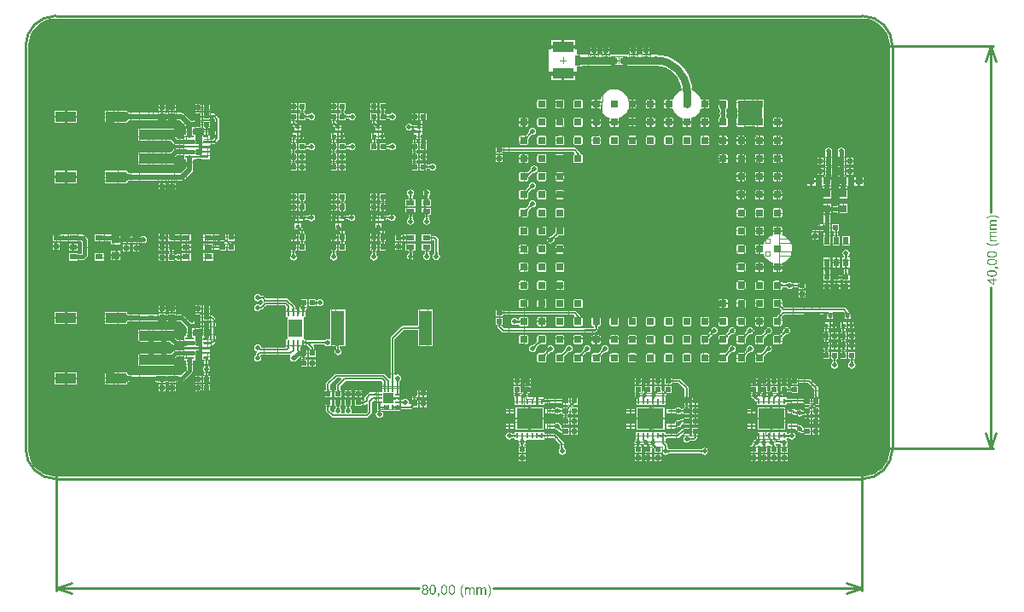
<source format=gtl>
G04*
G04 #@! TF.GenerationSoftware,Altium Limited,Altium Designer,20.0.13 (296)*
G04*
G04 Layer_Physical_Order=1*
G04 Layer_Color=255*
%FSLAX25Y25*%
%MOIN*%
G70*
G01*
G75*
%ADD10C,0.00394*%
%ADD11C,0.00787*%
%ADD14C,0.01575*%
%ADD15C,0.00197*%
%ADD16C,0.01000*%
%ADD17C,0.00079*%
%ADD18C,0.00394*%
%ADD19R,0.03150X0.01968*%
%ADD20R,0.03543X0.00984*%
%ADD21R,0.05118X0.00984*%
%ADD22R,0.02362X0.00984*%
%ADD23R,0.00984X0.02362*%
%ADD24R,0.10039X0.08071*%
%ADD25R,0.01850X0.02047*%
%ADD26R,0.00984X0.01968*%
%ADD27R,0.01968X0.00984*%
%ADD28R,0.03937X0.03937*%
%ADD29R,0.05118X0.13386*%
%ADD30R,0.13386X0.03858*%
%ADD31R,0.02047X0.01850*%
%ADD32R,0.03150X0.03150*%
G04:AMPARAMS|DCode=33|XSize=27.56mil|YSize=27.56mil|CornerRadius=2.76mil|HoleSize=0mil|Usage=FLASHONLY|Rotation=0.000|XOffset=0mil|YOffset=0mil|HoleType=Round|Shape=RoundedRectangle|*
%AMROUNDEDRECTD33*
21,1,0.02756,0.02205,0,0,0.0*
21,1,0.02205,0.02756,0,0,0.0*
1,1,0.00551,0.01102,-0.01102*
1,1,0.00551,-0.01102,-0.01102*
1,1,0.00551,-0.01102,0.01102*
1,1,0.00551,0.01102,0.01102*
%
%ADD33ROUNDEDRECTD33*%
%ADD34R,0.05709X0.06890*%
%ADD35R,0.07874X0.03937*%
%ADD36R,0.02362X0.03937*%
%ADD37R,0.03150X0.03150*%
%ADD38R,0.01575X0.01575*%
%ADD39R,0.01575X0.01575*%
%ADD40R,0.01968X0.03150*%
%ADD65C,0.02953*%
%ADD67C,0.03032*%
%ADD68C,0.01968*%
%ADD69C,0.19685*%
%ADD70C,0.01968*%
G36*
X366199Y91320D02*
X366249D01*
X366312Y91317D01*
X366385Y91310D01*
X366472Y91300D01*
X366565Y91290D01*
X366665Y91273D01*
X366772Y91257D01*
X366885Y91233D01*
X367001Y91207D01*
X367125Y91177D01*
X367248Y91140D01*
X367371Y91097D01*
X367494Y91050D01*
X367497D01*
X367501Y91047D01*
X367511Y91044D01*
X367524Y91037D01*
X367557Y91023D01*
X367604Y91000D01*
X367661Y90974D01*
X367727Y90944D01*
X367804Y90907D01*
X367884Y90867D01*
X367974Y90820D01*
X368064Y90770D01*
X368160Y90714D01*
X368257Y90657D01*
X368357Y90594D01*
X368457Y90531D01*
X368553Y90461D01*
X368646Y90391D01*
Y90055D01*
X368643Y90058D01*
X368633Y90065D01*
X368613Y90074D01*
X368590Y90088D01*
X368560Y90104D01*
X368523Y90128D01*
X368480Y90151D01*
X368430Y90178D01*
X368377Y90204D01*
X368317Y90238D01*
X368253Y90268D01*
X368183Y90301D01*
X368107Y90338D01*
X368030Y90374D01*
X367947Y90411D01*
X367861Y90447D01*
X367771Y90484D01*
X367677Y90517D01*
X367481Y90591D01*
X367271Y90657D01*
X367055Y90714D01*
X366828Y90764D01*
X366715Y90787D01*
X366598Y90804D01*
X366482Y90817D01*
X366365Y90827D01*
X366245Y90834D01*
X366129Y90837D01*
X366122D01*
X366106D01*
X366079D01*
X366046D01*
X365999Y90834D01*
X365949Y90830D01*
X365889Y90827D01*
X365823Y90824D01*
X365753Y90817D01*
X365676Y90810D01*
X365596Y90800D01*
X365510Y90790D01*
X365333Y90760D01*
X365153Y90724D01*
X365150D01*
X365137Y90720D01*
X365113Y90714D01*
X365087Y90707D01*
X365050Y90697D01*
X365010Y90687D01*
X364963Y90674D01*
X364910Y90661D01*
X364857Y90641D01*
X364797Y90624D01*
X364667Y90581D01*
X364534Y90531D01*
X364397Y90474D01*
X364394D01*
X364387Y90471D01*
X364371Y90464D01*
X364351Y90454D01*
X364327Y90441D01*
X364294Y90424D01*
X364257Y90404D01*
X364211Y90384D01*
X364161Y90358D01*
X364104Y90328D01*
X364038Y90291D01*
X363968Y90254D01*
X363888Y90211D01*
X363805Y90164D01*
X363711Y90111D01*
X363611Y90055D01*
Y90391D01*
X363615D01*
X363618Y90398D01*
X363628Y90404D01*
X363641Y90414D01*
X363658Y90424D01*
X363678Y90437D01*
X363725Y90471D01*
X363785Y90514D01*
X363855Y90561D01*
X363934Y90611D01*
X364024Y90667D01*
X364121Y90724D01*
X364224Y90787D01*
X364334Y90847D01*
X364447Y90907D01*
X364564Y90964D01*
X364687Y91020D01*
X364810Y91074D01*
X364933Y91120D01*
X364940Y91123D01*
X364960Y91130D01*
X364990Y91140D01*
X365033Y91153D01*
X365083Y91167D01*
X365146Y91183D01*
X365216Y91203D01*
X365296Y91223D01*
X365383Y91240D01*
X365476Y91260D01*
X365573Y91277D01*
X365679Y91293D01*
X365786Y91303D01*
X365899Y91313D01*
X366012Y91320D01*
X366129Y91323D01*
X366132D01*
X366136D01*
X366145D01*
X366159D01*
X366179D01*
X366199Y91320D01*
D02*
G37*
G36*
X367517Y88916D02*
X365766D01*
X365763D01*
X365753D01*
X365739D01*
X365719D01*
X365696D01*
X365669Y88912D01*
X365609Y88909D01*
X365543Y88906D01*
X365476Y88896D01*
X365413Y88886D01*
X365383Y88876D01*
X365360Y88869D01*
X365353Y88866D01*
X365340Y88859D01*
X365316Y88849D01*
X365286Y88832D01*
X365253Y88809D01*
X365220Y88779D01*
X365187Y88746D01*
X365157Y88702D01*
X365153Y88696D01*
X365143Y88683D01*
X365133Y88656D01*
X365117Y88623D01*
X365103Y88579D01*
X365093Y88533D01*
X365083Y88479D01*
X365080Y88420D01*
Y88393D01*
X365083Y88370D01*
X365087Y88346D01*
X365090Y88316D01*
X365097Y88283D01*
X365103Y88250D01*
X365126Y88173D01*
X365143Y88133D01*
X365163Y88090D01*
X365187Y88050D01*
X365210Y88010D01*
X365243Y87970D01*
X365276Y87933D01*
X365280Y87930D01*
X365286Y87927D01*
X365296Y87917D01*
X365313Y87903D01*
X365336Y87890D01*
X365360Y87873D01*
X365393Y87853D01*
X365430Y87837D01*
X365470Y87820D01*
X365516Y87800D01*
X365566Y87783D01*
X365623Y87770D01*
X365686Y87757D01*
X365753Y87750D01*
X365826Y87744D01*
X365902Y87740D01*
X367517D01*
Y87267D01*
X365709D01*
X365706D01*
X365696D01*
X365679D01*
X365659Y87264D01*
X365633D01*
X365603Y87261D01*
X365533Y87254D01*
X365456Y87237D01*
X365380Y87217D01*
X365306Y87191D01*
X365270Y87171D01*
X365240Y87151D01*
X365236D01*
X365233Y87144D01*
X365213Y87127D01*
X365190Y87101D01*
X365160Y87061D01*
X365130Y87011D01*
X365103Y86944D01*
X365093Y86908D01*
X365087Y86868D01*
X365083Y86821D01*
X365080Y86774D01*
Y86741D01*
X365083Y86725D01*
X365087Y86701D01*
X365093Y86655D01*
X365107Y86598D01*
X365123Y86535D01*
X365150Y86468D01*
X365187Y86405D01*
Y86401D01*
X365190Y86398D01*
X365207Y86378D01*
X365230Y86348D01*
X365263Y86312D01*
X365306Y86272D01*
X365360Y86232D01*
X365423Y86195D01*
X365493Y86162D01*
X365496D01*
X365503Y86158D01*
X365513Y86155D01*
X365529Y86152D01*
X365553Y86145D01*
X365576Y86138D01*
X365606Y86132D01*
X365643Y86125D01*
X365679Y86118D01*
X365723Y86112D01*
X365773Y86105D01*
X365826Y86098D01*
X365879Y86095D01*
X365942Y86092D01*
X366006Y86089D01*
X366076D01*
X367517D01*
Y85616D01*
X364734D01*
Y86039D01*
X365123D01*
X365117Y86045D01*
X365107Y86052D01*
X365093Y86062D01*
X365053Y86092D01*
X365007Y86132D01*
X364957Y86182D01*
X364900Y86238D01*
X364847Y86308D01*
X364797Y86385D01*
Y86388D01*
X364790Y86395D01*
X364784Y86408D01*
X364777Y86425D01*
X364767Y86445D01*
X364757Y86468D01*
X364747Y86498D01*
X364734Y86528D01*
X364710Y86601D01*
X364690Y86685D01*
X364677Y86781D01*
X364670Y86881D01*
Y86911D01*
X364674Y86931D01*
Y86958D01*
X364677Y86991D01*
X364680Y87024D01*
X364687Y87061D01*
X364700Y87141D01*
X364724Y87224D01*
X364757Y87311D01*
X364800Y87387D01*
Y87391D01*
X364807Y87397D01*
X364813Y87407D01*
X364824Y87420D01*
X364854Y87454D01*
X364893Y87497D01*
X364943Y87540D01*
X365007Y87587D01*
X365080Y87630D01*
X365160Y87667D01*
X365153Y87670D01*
X365140Y87683D01*
X365113Y87700D01*
X365083Y87727D01*
X365047Y87760D01*
X365003Y87800D01*
X364960Y87847D01*
X364913Y87897D01*
X364870Y87957D01*
X364824Y88023D01*
X364784Y88093D01*
X364747Y88170D01*
X364717Y88250D01*
X364690Y88336D01*
X364677Y88429D01*
X364670Y88526D01*
Y88566D01*
X364674Y88596D01*
X364677Y88629D01*
X364684Y88669D01*
X364690Y88713D01*
X364700Y88762D01*
X364710Y88812D01*
X364727Y88866D01*
X364744Y88919D01*
X364767Y88972D01*
X364793Y89022D01*
X364824Y89075D01*
X364860Y89122D01*
X364900Y89165D01*
X364903Y89169D01*
X364910Y89175D01*
X364923Y89185D01*
X364943Y89202D01*
X364967Y89219D01*
X364997Y89235D01*
X365033Y89255D01*
X365073Y89279D01*
X365123Y89299D01*
X365173Y89319D01*
X365233Y89335D01*
X365296Y89355D01*
X365366Y89368D01*
X365440Y89378D01*
X365523Y89385D01*
X365609Y89389D01*
X367517D01*
Y88916D01*
D02*
G37*
G36*
Y84447D02*
X365766D01*
X365763D01*
X365753D01*
X365739D01*
X365719D01*
X365696D01*
X365669Y84443D01*
X365609Y84440D01*
X365543Y84437D01*
X365476Y84427D01*
X365413Y84417D01*
X365383Y84407D01*
X365360Y84400D01*
X365353Y84397D01*
X365340Y84390D01*
X365316Y84380D01*
X365286Y84364D01*
X365253Y84340D01*
X365220Y84310D01*
X365187Y84277D01*
X365157Y84234D01*
X365153Y84227D01*
X365143Y84214D01*
X365133Y84187D01*
X365117Y84154D01*
X365103Y84110D01*
X365093Y84064D01*
X365083Y84010D01*
X365080Y83951D01*
Y83924D01*
X365083Y83901D01*
X365087Y83877D01*
X365090Y83847D01*
X365097Y83814D01*
X365103Y83781D01*
X365126Y83704D01*
X365143Y83664D01*
X365163Y83621D01*
X365187Y83581D01*
X365210Y83541D01*
X365243Y83501D01*
X365276Y83464D01*
X365280Y83461D01*
X365286Y83458D01*
X365296Y83448D01*
X365313Y83434D01*
X365336Y83421D01*
X365360Y83404D01*
X365393Y83385D01*
X365430Y83368D01*
X365470Y83351D01*
X365516Y83331D01*
X365566Y83315D01*
X365623Y83301D01*
X365686Y83288D01*
X365753Y83281D01*
X365826Y83275D01*
X365902Y83271D01*
X367517D01*
Y82798D01*
X365709D01*
X365706D01*
X365696D01*
X365679D01*
X365659Y82795D01*
X365633D01*
X365603Y82792D01*
X365533Y82785D01*
X365456Y82768D01*
X365380Y82749D01*
X365306Y82722D01*
X365270Y82702D01*
X365240Y82682D01*
X365236D01*
X365233Y82675D01*
X365213Y82659D01*
X365190Y82632D01*
X365160Y82592D01*
X365130Y82542D01*
X365103Y82475D01*
X365093Y82439D01*
X365087Y82399D01*
X365083Y82352D01*
X365080Y82306D01*
Y82272D01*
X365083Y82256D01*
X365087Y82232D01*
X365093Y82186D01*
X365107Y82129D01*
X365123Y82066D01*
X365150Y81999D01*
X365187Y81936D01*
Y81933D01*
X365190Y81929D01*
X365207Y81909D01*
X365230Y81879D01*
X365263Y81843D01*
X365306Y81803D01*
X365360Y81763D01*
X365423Y81726D01*
X365493Y81693D01*
X365496D01*
X365503Y81690D01*
X365513Y81686D01*
X365529Y81683D01*
X365553Y81676D01*
X365576Y81670D01*
X365606Y81663D01*
X365643Y81656D01*
X365679Y81650D01*
X365723Y81643D01*
X365773Y81636D01*
X365826Y81630D01*
X365879Y81626D01*
X365942Y81623D01*
X366006Y81620D01*
X366076D01*
X367517D01*
Y81147D01*
X364734D01*
Y81570D01*
X365123D01*
X365117Y81576D01*
X365107Y81583D01*
X365093Y81593D01*
X365053Y81623D01*
X365007Y81663D01*
X364957Y81713D01*
X364900Y81769D01*
X364847Y81839D01*
X364797Y81916D01*
Y81919D01*
X364790Y81926D01*
X364784Y81939D01*
X364777Y81956D01*
X364767Y81976D01*
X364757Y81999D01*
X364747Y82029D01*
X364734Y82059D01*
X364710Y82132D01*
X364690Y82216D01*
X364677Y82312D01*
X364670Y82412D01*
Y82442D01*
X364674Y82462D01*
Y82489D01*
X364677Y82522D01*
X364680Y82555D01*
X364687Y82592D01*
X364700Y82672D01*
X364724Y82755D01*
X364757Y82842D01*
X364800Y82918D01*
Y82922D01*
X364807Y82928D01*
X364813Y82938D01*
X364824Y82952D01*
X364854Y82985D01*
X364893Y83028D01*
X364943Y83072D01*
X365007Y83118D01*
X365080Y83161D01*
X365160Y83198D01*
X365153Y83201D01*
X365140Y83215D01*
X365113Y83231D01*
X365083Y83258D01*
X365047Y83291D01*
X365003Y83331D01*
X364960Y83378D01*
X364913Y83428D01*
X364870Y83488D01*
X364824Y83554D01*
X364784Y83624D01*
X364747Y83701D01*
X364717Y83781D01*
X364690Y83867D01*
X364677Y83961D01*
X364670Y84057D01*
Y84097D01*
X364674Y84127D01*
X364677Y84160D01*
X364684Y84200D01*
X364690Y84244D01*
X364700Y84294D01*
X364710Y84343D01*
X364727Y84397D01*
X364744Y84450D01*
X364767Y84503D01*
X364793Y84553D01*
X364824Y84607D01*
X364860Y84653D01*
X364900Y84697D01*
X364903Y84700D01*
X364910Y84706D01*
X364923Y84716D01*
X364943Y84733D01*
X364967Y84750D01*
X364997Y84766D01*
X365033Y84786D01*
X365073Y84810D01*
X365123Y84830D01*
X365173Y84850D01*
X365233Y84866D01*
X365296Y84886D01*
X365366Y84900D01*
X365440Y84910D01*
X365523Y84916D01*
X365609Y84920D01*
X367517D01*
Y84447D01*
D02*
G37*
G36*
X368646Y80268D02*
X368640Y80264D01*
X368623Y80251D01*
X368596Y80231D01*
X368560Y80201D01*
X368513Y80168D01*
X368457Y80128D01*
X368390Y80085D01*
X368317Y80038D01*
X368237Y79988D01*
X368147Y79935D01*
X368054Y79878D01*
X367954Y79821D01*
X367844Y79765D01*
X367734Y79712D01*
X367614Y79658D01*
X367494Y79605D01*
X367491D01*
X367488Y79602D01*
X367477Y79598D01*
X367464Y79595D01*
X367448Y79588D01*
X367428Y79582D01*
X367381Y79562D01*
X367321Y79542D01*
X367248Y79518D01*
X367168Y79495D01*
X367075Y79472D01*
X366978Y79445D01*
X366872Y79422D01*
X366758Y79399D01*
X366638Y79378D01*
X366518Y79362D01*
X366389Y79348D01*
X366262Y79339D01*
X366129Y79335D01*
X366125D01*
X366122D01*
X366112D01*
X366102D01*
X366066D01*
X366022Y79339D01*
X365966Y79342D01*
X365899Y79345D01*
X365826Y79352D01*
X365746Y79362D01*
X365656Y79372D01*
X365563Y79385D01*
X365463Y79402D01*
X365360Y79418D01*
X365256Y79442D01*
X365146Y79468D01*
X365040Y79498D01*
X364933Y79535D01*
X364930D01*
X364927Y79538D01*
X364917Y79542D01*
X364903Y79545D01*
X364887Y79552D01*
X364867Y79562D01*
X364820Y79578D01*
X364760Y79605D01*
X364690Y79635D01*
X364607Y79672D01*
X364521Y79715D01*
X364424Y79765D01*
X364321Y79818D01*
X364211Y79878D01*
X364098Y79945D01*
X363978Y80014D01*
X363858Y80094D01*
X363735Y80178D01*
X363611Y80268D01*
Y80604D01*
X363618Y80601D01*
X363635Y80591D01*
X363665Y80574D01*
X363701Y80554D01*
X363745Y80527D01*
X363798Y80497D01*
X363855Y80464D01*
X363914Y80431D01*
X364041Y80361D01*
X364171Y80291D01*
X364231Y80261D01*
X364291Y80231D01*
X364344Y80204D01*
X364391Y80184D01*
X364394Y80181D01*
X364407Y80178D01*
X364427Y80168D01*
X364454Y80158D01*
X364487Y80144D01*
X364527Y80128D01*
X364570Y80111D01*
X364620Y80094D01*
X364677Y80075D01*
X364734Y80051D01*
X364797Y80031D01*
X364863Y80011D01*
X365000Y79968D01*
X365146Y79931D01*
X365153D01*
X365170Y79928D01*
X365196Y79921D01*
X365230Y79915D01*
X365276Y79905D01*
X365326Y79898D01*
X365386Y79888D01*
X365453Y79878D01*
X365526Y79865D01*
X365603Y79855D01*
X365683Y79848D01*
X365766Y79838D01*
X365946Y79825D01*
X366129Y79821D01*
X366132D01*
X366142D01*
X366162D01*
X366185D01*
X366215Y79825D01*
X366252Y79828D01*
X366295D01*
X366345Y79835D01*
X366399Y79838D01*
X366459Y79845D01*
X366525Y79855D01*
X366595Y79861D01*
X366668Y79875D01*
X366748Y79888D01*
X366831Y79901D01*
X366918Y79918D01*
X367008Y79938D01*
X367101Y79961D01*
X367298Y80011D01*
X367508Y80075D01*
X367614Y80111D01*
X367724Y80151D01*
X367834Y80194D01*
X367947Y80241D01*
X368064Y80291D01*
X368177Y80344D01*
X368293Y80404D01*
X368410Y80467D01*
X368530Y80534D01*
X368646Y80604D01*
Y80268D01*
D02*
G37*
G36*
X365739Y77257D02*
X365796D01*
X365862Y77254D01*
X365936Y77251D01*
X366016Y77244D01*
X366102Y77237D01*
X366189Y77227D01*
X366372Y77201D01*
X366462Y77187D01*
X366552Y77167D01*
X366638Y77144D01*
X366718Y77121D01*
X366722D01*
X366735Y77114D01*
X366758Y77107D01*
X366785Y77094D01*
X366822Y77081D01*
X366862Y77061D01*
X366905Y77041D01*
X366951Y77017D01*
X367055Y76958D01*
X367161Y76888D01*
X367264Y76801D01*
X367314Y76754D01*
X367358Y76705D01*
X367361Y76701D01*
X367368Y76691D01*
X367378Y76678D01*
X367391Y76655D01*
X367411Y76628D01*
X367428Y76595D01*
X367448Y76558D01*
X367467Y76515D01*
X367491Y76465D01*
X367511Y76415D01*
X367528Y76355D01*
X367544Y76295D01*
X367561Y76228D01*
X367571Y76158D01*
X367577Y76085D01*
X367581Y76009D01*
Y75985D01*
X367577Y75955D01*
X367574Y75915D01*
X367567Y75869D01*
X367561Y75815D01*
X367547Y75756D01*
X367531Y75692D01*
X367511Y75622D01*
X367484Y75552D01*
X367454Y75479D01*
X367414Y75406D01*
X367371Y75333D01*
X367318Y75266D01*
X367258Y75199D01*
X367188Y75136D01*
X367181Y75133D01*
X367164Y75119D01*
X367134Y75103D01*
X367095Y75076D01*
X367041Y75050D01*
X366978Y75016D01*
X366901Y74983D01*
X366811Y74946D01*
X366708Y74910D01*
X366595Y74876D01*
X366465Y74843D01*
X366325Y74816D01*
X366249Y74803D01*
X366172Y74793D01*
X366089Y74783D01*
X366002Y74773D01*
X365912Y74766D01*
X365823Y74760D01*
X365726Y74756D01*
X365626D01*
X365623D01*
X365619D01*
X365609D01*
X365596D01*
X365559D01*
X365513Y74760D01*
X365456D01*
X365390Y74763D01*
X365316Y74770D01*
X365233Y74773D01*
X365150Y74783D01*
X365060Y74790D01*
X364877Y74816D01*
X364787Y74833D01*
X364697Y74850D01*
X364610Y74873D01*
X364530Y74896D01*
X364527Y74900D01*
X364510Y74903D01*
X364491Y74910D01*
X364460Y74923D01*
X364427Y74936D01*
X364387Y74956D01*
X364344Y74976D01*
X364294Y75000D01*
X364191Y75059D01*
X364084Y75129D01*
X363981Y75216D01*
X363934Y75263D01*
X363891Y75313D01*
X363888Y75316D01*
X363881Y75326D01*
X363871Y75343D01*
X363855Y75362D01*
X363838Y75389D01*
X363818Y75423D01*
X363798Y75459D01*
X363778Y75502D01*
X363758Y75552D01*
X363735Y75606D01*
X363718Y75662D01*
X363701Y75722D01*
X363685Y75789D01*
X363675Y75859D01*
X363668Y75932D01*
X363665Y76009D01*
Y76038D01*
X363668Y76062D01*
Y76089D01*
X363671Y76118D01*
X363675Y76152D01*
X363681Y76192D01*
X363695Y76275D01*
X363718Y76365D01*
X363748Y76458D01*
X363791Y76548D01*
Y76551D01*
X363798Y76558D01*
X363805Y76571D01*
X363814Y76588D01*
X363828Y76608D01*
X363841Y76631D01*
X363881Y76684D01*
X363934Y76748D01*
X363994Y76811D01*
X364068Y76874D01*
X364151Y76934D01*
X364154Y76938D01*
X364161Y76941D01*
X364174Y76948D01*
X364191Y76961D01*
X364214Y76971D01*
X364241Y76988D01*
X364274Y77004D01*
X364311Y77021D01*
X364347Y77041D01*
X364391Y77061D01*
X364441Y77081D01*
X364491Y77101D01*
X364600Y77137D01*
X364720Y77174D01*
X364724D01*
X364737Y77177D01*
X364754Y77181D01*
X364780Y77187D01*
X364817Y77194D01*
X364857Y77201D01*
X364903Y77211D01*
X364960Y77217D01*
X365020Y77224D01*
X365090Y77234D01*
X365163Y77241D01*
X365243Y77247D01*
X365330Y77254D01*
X365423Y77257D01*
X365523Y77261D01*
X365626D01*
X365629D01*
X365633D01*
X365643D01*
X365656D01*
X365693D01*
X365739Y77257D01*
D02*
G37*
G36*
Y74274D02*
X365796D01*
X365862Y74270D01*
X365936Y74267D01*
X366016Y74260D01*
X366102Y74254D01*
X366189Y74244D01*
X366372Y74217D01*
X366462Y74204D01*
X366552Y74184D01*
X366638Y74160D01*
X366718Y74137D01*
X366722D01*
X366735Y74130D01*
X366758Y74124D01*
X366785Y74111D01*
X366822Y74097D01*
X366862Y74077D01*
X366905Y74057D01*
X366951Y74034D01*
X367055Y73974D01*
X367161Y73904D01*
X367264Y73817D01*
X367314Y73771D01*
X367358Y73721D01*
X367361Y73717D01*
X367368Y73707D01*
X367378Y73694D01*
X367391Y73671D01*
X367411Y73644D01*
X367428Y73611D01*
X367448Y73574D01*
X367467Y73531D01*
X367491Y73481D01*
X367511Y73431D01*
X367528Y73371D01*
X367544Y73311D01*
X367561Y73245D01*
X367571Y73175D01*
X367577Y73102D01*
X367581Y73025D01*
Y73002D01*
X367577Y72972D01*
X367574Y72932D01*
X367567Y72885D01*
X367561Y72832D01*
X367547Y72772D01*
X367531Y72708D01*
X367511Y72639D01*
X367484Y72569D01*
X367454Y72495D01*
X367414Y72422D01*
X367371Y72349D01*
X367318Y72282D01*
X367258Y72216D01*
X367188Y72152D01*
X367181Y72149D01*
X367164Y72136D01*
X367134Y72119D01*
X367095Y72092D01*
X367041Y72066D01*
X366978Y72032D01*
X366901Y71999D01*
X366811Y71963D01*
X366708Y71926D01*
X366595Y71893D01*
X366465Y71859D01*
X366325Y71833D01*
X366249Y71819D01*
X366172Y71809D01*
X366089Y71799D01*
X366002Y71789D01*
X365912Y71783D01*
X365823Y71776D01*
X365726Y71773D01*
X365626D01*
X365623D01*
X365619D01*
X365609D01*
X365596D01*
X365559D01*
X365513Y71776D01*
X365456D01*
X365390Y71779D01*
X365316Y71786D01*
X365233Y71789D01*
X365150Y71799D01*
X365060Y71806D01*
X364877Y71833D01*
X364787Y71849D01*
X364697Y71866D01*
X364610Y71889D01*
X364530Y71913D01*
X364527Y71916D01*
X364510Y71919D01*
X364491Y71926D01*
X364460Y71939D01*
X364427Y71953D01*
X364387Y71973D01*
X364344Y71993D01*
X364294Y72016D01*
X364191Y72076D01*
X364084Y72146D01*
X363981Y72232D01*
X363934Y72279D01*
X363891Y72329D01*
X363888Y72332D01*
X363881Y72342D01*
X363871Y72359D01*
X363855Y72379D01*
X363838Y72405D01*
X363818Y72439D01*
X363798Y72475D01*
X363778Y72519D01*
X363758Y72569D01*
X363735Y72622D01*
X363718Y72679D01*
X363701Y72738D01*
X363685Y72805D01*
X363675Y72875D01*
X363668Y72948D01*
X363665Y73025D01*
Y73055D01*
X363668Y73078D01*
Y73105D01*
X363671Y73135D01*
X363675Y73168D01*
X363681Y73208D01*
X363695Y73291D01*
X363718Y73381D01*
X363748Y73474D01*
X363791Y73564D01*
Y73568D01*
X363798Y73574D01*
X363805Y73588D01*
X363814Y73604D01*
X363828Y73624D01*
X363841Y73648D01*
X363881Y73701D01*
X363934Y73764D01*
X363994Y73827D01*
X364068Y73891D01*
X364151Y73951D01*
X364154Y73954D01*
X364161Y73957D01*
X364174Y73964D01*
X364191Y73977D01*
X364214Y73987D01*
X364241Y74004D01*
X364274Y74020D01*
X364311Y74037D01*
X364347Y74057D01*
X364391Y74077D01*
X364441Y74097D01*
X364491Y74117D01*
X364600Y74154D01*
X364720Y74190D01*
X364724D01*
X364737Y74194D01*
X364754Y74197D01*
X364780Y74204D01*
X364817Y74210D01*
X364857Y74217D01*
X364903Y74227D01*
X364960Y74234D01*
X365020Y74240D01*
X365090Y74250D01*
X365163Y74257D01*
X365243Y74264D01*
X365330Y74270D01*
X365423Y74274D01*
X365523Y74277D01*
X365626D01*
X365629D01*
X365633D01*
X365643D01*
X365656D01*
X365693D01*
X365739Y74274D01*
D02*
G37*
G36*
X367591Y71067D02*
X367621Y71064D01*
X367687Y71057D01*
X367764Y71043D01*
X367841Y71027D01*
X367920Y71000D01*
X367994Y70964D01*
X367997D01*
X368000Y70960D01*
X368010Y70954D01*
X368024Y70944D01*
X368057Y70920D01*
X368097Y70884D01*
X368144Y70837D01*
X368190Y70780D01*
X368237Y70714D01*
X368277Y70634D01*
X368074Y70504D01*
Y70507D01*
X368070Y70511D01*
X368060Y70527D01*
X368047Y70554D01*
X368024Y70587D01*
X367997Y70621D01*
X367964Y70657D01*
X367924Y70691D01*
X367881Y70720D01*
X367874Y70724D01*
X367857Y70731D01*
X367827Y70744D01*
X367787Y70757D01*
X367737Y70771D01*
X367674Y70784D01*
X367601Y70794D01*
X367517Y70800D01*
Y70534D01*
X366981D01*
Y71070D01*
X367517D01*
X367521D01*
X367531D01*
X367544D01*
X367567D01*
X367591Y71067D01*
D02*
G37*
G36*
X365739Y69798D02*
X365796D01*
X365862Y69795D01*
X365936Y69791D01*
X366016Y69785D01*
X366102Y69778D01*
X366189Y69768D01*
X366372Y69741D01*
X366462Y69728D01*
X366552Y69708D01*
X366638Y69685D01*
X366718Y69662D01*
X366722D01*
X366735Y69655D01*
X366758Y69648D01*
X366785Y69635D01*
X366822Y69622D01*
X366862Y69602D01*
X366905Y69582D01*
X366951Y69558D01*
X367055Y69498D01*
X367161Y69428D01*
X367264Y69342D01*
X367314Y69295D01*
X367358Y69245D01*
X367361Y69242D01*
X367368Y69232D01*
X367378Y69219D01*
X367391Y69195D01*
X367411Y69169D01*
X367428Y69135D01*
X367448Y69099D01*
X367467Y69055D01*
X367491Y69006D01*
X367511Y68956D01*
X367528Y68896D01*
X367544Y68836D01*
X367561Y68769D01*
X367571Y68699D01*
X367577Y68626D01*
X367581Y68549D01*
Y68526D01*
X367577Y68496D01*
X367574Y68456D01*
X367567Y68410D01*
X367561Y68356D01*
X367547Y68296D01*
X367531Y68233D01*
X367511Y68163D01*
X367484Y68093D01*
X367454Y68020D01*
X367414Y67947D01*
X367371Y67873D01*
X367318Y67807D01*
X367258Y67740D01*
X367188Y67677D01*
X367181Y67674D01*
X367164Y67660D01*
X367134Y67644D01*
X367095Y67617D01*
X367041Y67590D01*
X366978Y67557D01*
X366901Y67524D01*
X366811Y67487D01*
X366708Y67450D01*
X366595Y67417D01*
X366465Y67384D01*
X366325Y67357D01*
X366249Y67344D01*
X366172Y67334D01*
X366089Y67324D01*
X366002Y67314D01*
X365912Y67307D01*
X365823Y67301D01*
X365726Y67297D01*
X365626D01*
X365623D01*
X365619D01*
X365609D01*
X365596D01*
X365559D01*
X365513Y67301D01*
X365456D01*
X365390Y67304D01*
X365316Y67311D01*
X365233Y67314D01*
X365150Y67324D01*
X365060Y67331D01*
X364877Y67357D01*
X364787Y67374D01*
X364697Y67391D01*
X364610Y67414D01*
X364530Y67437D01*
X364527Y67440D01*
X364510Y67444D01*
X364491Y67450D01*
X364460Y67464D01*
X364427Y67477D01*
X364387Y67497D01*
X364344Y67517D01*
X364294Y67540D01*
X364191Y67600D01*
X364084Y67670D01*
X363981Y67757D01*
X363934Y67803D01*
X363891Y67853D01*
X363888Y67857D01*
X363881Y67867D01*
X363871Y67883D01*
X363855Y67903D01*
X363838Y67930D01*
X363818Y67963D01*
X363798Y68000D01*
X363778Y68043D01*
X363758Y68093D01*
X363735Y68146D01*
X363718Y68203D01*
X363701Y68263D01*
X363685Y68330D01*
X363675Y68400D01*
X363668Y68473D01*
X363665Y68549D01*
Y68579D01*
X363668Y68603D01*
Y68629D01*
X363671Y68659D01*
X363675Y68692D01*
X363681Y68733D01*
X363695Y68816D01*
X363718Y68906D01*
X363748Y68999D01*
X363791Y69089D01*
Y69092D01*
X363798Y69099D01*
X363805Y69112D01*
X363814Y69129D01*
X363828Y69149D01*
X363841Y69172D01*
X363881Y69225D01*
X363934Y69289D01*
X363994Y69352D01*
X364068Y69415D01*
X364151Y69475D01*
X364154Y69478D01*
X364161Y69482D01*
X364174Y69488D01*
X364191Y69502D01*
X364214Y69512D01*
X364241Y69528D01*
X364274Y69545D01*
X364311Y69562D01*
X364347Y69582D01*
X364391Y69602D01*
X364441Y69622D01*
X364491Y69642D01*
X364600Y69678D01*
X364720Y69715D01*
X364724D01*
X364737Y69718D01*
X364754Y69722D01*
X364780Y69728D01*
X364817Y69735D01*
X364857Y69741D01*
X364903Y69752D01*
X364960Y69758D01*
X365020Y69765D01*
X365090Y69775D01*
X365163Y69781D01*
X365243Y69788D01*
X365330Y69795D01*
X365423Y69798D01*
X365523Y69801D01*
X365626D01*
X365629D01*
X365633D01*
X365643D01*
X365656D01*
X365693D01*
X365739Y69798D01*
D02*
G37*
G36*
X366598Y66295D02*
X367517D01*
Y65822D01*
X366598D01*
Y64157D01*
X366165D01*
X363678Y65909D01*
Y66295D01*
X366165D01*
Y66814D01*
X366598D01*
Y66295D01*
D02*
G37*
G36*
X315669Y168288D02*
X317074Y168103D01*
X318442Y167736D01*
X319751Y167194D01*
X320978Y166486D01*
X322102Y165623D01*
X323104Y164621D01*
X323966Y163497D01*
X324674Y162271D01*
X325217Y160962D01*
X325583Y159593D01*
X325768Y158189D01*
Y157480D01*
Y0D01*
Y-708D01*
X325583Y-2113D01*
X325217Y-3481D01*
X324674Y-4790D01*
X323966Y-6017D01*
X323104Y-7141D01*
X322102Y-8143D01*
X320978Y-9005D01*
X319751Y-9714D01*
X318442Y-10256D01*
X317074Y-10623D01*
X315669Y-10808D01*
X314961D01*
X-0Y-10808D01*
X-709D01*
X-2113Y-10623D01*
X-3482Y-10256D01*
X-4791Y-9714D01*
X-6017Y-9005D01*
X-7141Y-8143D01*
X-8143Y-7141D01*
X-9006Y-6017D01*
X-9714Y-4790D01*
X-10256Y-3481D01*
X-10623Y-2113D01*
X-10808Y-708D01*
Y-0D01*
Y157480D01*
Y158189D01*
X-10623Y159593D01*
X-10256Y160962D01*
X-9714Y162271D01*
X-9006Y163497D01*
X-8143Y164621D01*
X-7141Y165623D01*
X-6017Y166486D01*
X-4791Y167194D01*
X-3482Y167736D01*
X-2113Y168103D01*
X-709Y168288D01*
X0Y168288D01*
X314961D01*
X315669Y168288D01*
D02*
G37*
G36*
X167261Y-54174D02*
X167295Y-54177D01*
X167334Y-54184D01*
X167378Y-54190D01*
X167428Y-54200D01*
X167478Y-54210D01*
X167531Y-54227D01*
X167584Y-54244D01*
X167638Y-54267D01*
X167687Y-54294D01*
X167741Y-54324D01*
X167787Y-54360D01*
X167831Y-54400D01*
X167834Y-54403D01*
X167841Y-54410D01*
X167851Y-54423D01*
X167867Y-54443D01*
X167884Y-54467D01*
X167901Y-54497D01*
X167920Y-54533D01*
X167944Y-54573D01*
X167964Y-54623D01*
X167984Y-54673D01*
X168000Y-54733D01*
X168020Y-54796D01*
X168034Y-54866D01*
X168044Y-54940D01*
X168050Y-55023D01*
X168054Y-55109D01*
Y-57017D01*
X167581D01*
Y-55266D01*
Y-55263D01*
Y-55253D01*
Y-55239D01*
Y-55219D01*
Y-55196D01*
X167578Y-55169D01*
X167574Y-55109D01*
X167571Y-55043D01*
X167561Y-54976D01*
X167551Y-54913D01*
X167541Y-54883D01*
X167534Y-54860D01*
X167531Y-54853D01*
X167524Y-54840D01*
X167514Y-54816D01*
X167498Y-54786D01*
X167474Y-54753D01*
X167444Y-54720D01*
X167411Y-54686D01*
X167368Y-54656D01*
X167361Y-54653D01*
X167348Y-54643D01*
X167321Y-54633D01*
X167288Y-54616D01*
X167245Y-54603D01*
X167198Y-54593D01*
X167145Y-54583D01*
X167085Y-54580D01*
X167058D01*
X167035Y-54583D01*
X167011Y-54587D01*
X166981Y-54590D01*
X166948Y-54597D01*
X166915Y-54603D01*
X166838Y-54627D01*
X166798Y-54643D01*
X166755Y-54663D01*
X166715Y-54686D01*
X166675Y-54710D01*
X166635Y-54743D01*
X166598Y-54776D01*
X166595Y-54780D01*
X166592Y-54786D01*
X166582Y-54796D01*
X166569Y-54813D01*
X166555Y-54836D01*
X166539Y-54860D01*
X166519Y-54893D01*
X166502Y-54930D01*
X166485Y-54970D01*
X166465Y-55016D01*
X166449Y-55066D01*
X166435Y-55123D01*
X166422Y-55186D01*
X166415Y-55253D01*
X166409Y-55326D01*
X166405Y-55402D01*
Y-57017D01*
X165933D01*
Y-55209D01*
Y-55206D01*
Y-55196D01*
Y-55179D01*
X165929Y-55159D01*
Y-55133D01*
X165926Y-55103D01*
X165919Y-55033D01*
X165902Y-54956D01*
X165883Y-54880D01*
X165856Y-54806D01*
X165836Y-54770D01*
X165816Y-54740D01*
Y-54736D01*
X165809Y-54733D01*
X165793Y-54713D01*
X165766Y-54690D01*
X165726Y-54660D01*
X165676Y-54630D01*
X165610Y-54603D01*
X165573Y-54593D01*
X165533Y-54587D01*
X165486Y-54583D01*
X165440Y-54580D01*
X165406D01*
X165390Y-54583D01*
X165366Y-54587D01*
X165320Y-54593D01*
X165263Y-54607D01*
X165200Y-54623D01*
X165133Y-54650D01*
X165070Y-54686D01*
X165067D01*
X165063Y-54690D01*
X165043Y-54707D01*
X165013Y-54730D01*
X164977Y-54763D01*
X164937Y-54806D01*
X164897Y-54860D01*
X164860Y-54923D01*
X164827Y-54993D01*
Y-54996D01*
X164824Y-55003D01*
X164820Y-55013D01*
X164817Y-55029D01*
X164810Y-55053D01*
X164804Y-55076D01*
X164797Y-55106D01*
X164790Y-55143D01*
X164784Y-55179D01*
X164777Y-55223D01*
X164770Y-55273D01*
X164764Y-55326D01*
X164760Y-55379D01*
X164757Y-55442D01*
X164754Y-55506D01*
Y-55576D01*
Y-57017D01*
X164281D01*
Y-54234D01*
X164704D01*
Y-54623D01*
X164710Y-54616D01*
X164717Y-54607D01*
X164727Y-54593D01*
X164757Y-54553D01*
X164797Y-54507D01*
X164847Y-54457D01*
X164903Y-54400D01*
X164973Y-54347D01*
X165050Y-54297D01*
X165053D01*
X165060Y-54290D01*
X165073Y-54284D01*
X165090Y-54277D01*
X165110Y-54267D01*
X165133Y-54257D01*
X165163Y-54247D01*
X165193Y-54234D01*
X165267Y-54210D01*
X165350Y-54190D01*
X165446Y-54177D01*
X165546Y-54170D01*
X165576D01*
X165596Y-54174D01*
X165623D01*
X165656Y-54177D01*
X165689Y-54180D01*
X165726Y-54187D01*
X165806Y-54200D01*
X165889Y-54224D01*
X165976Y-54257D01*
X166052Y-54300D01*
X166056D01*
X166062Y-54307D01*
X166072Y-54313D01*
X166086Y-54324D01*
X166119Y-54353D01*
X166162Y-54393D01*
X166206Y-54443D01*
X166252Y-54507D01*
X166296Y-54580D01*
X166332Y-54660D01*
X166335Y-54653D01*
X166349Y-54640D01*
X166365Y-54613D01*
X166392Y-54583D01*
X166425Y-54547D01*
X166465Y-54503D01*
X166512Y-54460D01*
X166562Y-54413D01*
X166622Y-54370D01*
X166688Y-54324D01*
X166758Y-54284D01*
X166835Y-54247D01*
X166915Y-54217D01*
X167001Y-54190D01*
X167095Y-54177D01*
X167191Y-54170D01*
X167231D01*
X167261Y-54174D01*
D02*
G37*
G36*
X162792D02*
X162826Y-54177D01*
X162866Y-54184D01*
X162909Y-54190D01*
X162959Y-54200D01*
X163009Y-54210D01*
X163062Y-54227D01*
X163115Y-54244D01*
X163169Y-54267D01*
X163219Y-54294D01*
X163272Y-54324D01*
X163319Y-54360D01*
X163362Y-54400D01*
X163365Y-54403D01*
X163372Y-54410D01*
X163382Y-54423D01*
X163398Y-54443D01*
X163415Y-54467D01*
X163432Y-54497D01*
X163452Y-54533D01*
X163475Y-54573D01*
X163495Y-54623D01*
X163515Y-54673D01*
X163532Y-54733D01*
X163552Y-54796D01*
X163565Y-54866D01*
X163575Y-54940D01*
X163582Y-55023D01*
X163585Y-55109D01*
Y-57017D01*
X163112D01*
Y-55266D01*
Y-55263D01*
Y-55253D01*
Y-55239D01*
Y-55219D01*
Y-55196D01*
X163109Y-55169D01*
X163105Y-55109D01*
X163102Y-55043D01*
X163092Y-54976D01*
X163082Y-54913D01*
X163072Y-54883D01*
X163065Y-54860D01*
X163062Y-54853D01*
X163055Y-54840D01*
X163045Y-54816D01*
X163029Y-54786D01*
X163005Y-54753D01*
X162976Y-54720D01*
X162942Y-54686D01*
X162899Y-54656D01*
X162892Y-54653D01*
X162879Y-54643D01*
X162852Y-54633D01*
X162819Y-54616D01*
X162776Y-54603D01*
X162729Y-54593D01*
X162676Y-54583D01*
X162616Y-54580D01*
X162589D01*
X162566Y-54583D01*
X162543Y-54587D01*
X162513Y-54590D01*
X162479Y-54597D01*
X162446Y-54603D01*
X162369Y-54627D01*
X162329Y-54643D01*
X162286Y-54663D01*
X162246Y-54686D01*
X162206Y-54710D01*
X162166Y-54743D01*
X162130Y-54776D01*
X162126Y-54780D01*
X162123Y-54786D01*
X162113Y-54796D01*
X162100Y-54813D01*
X162086Y-54836D01*
X162070Y-54860D01*
X162050Y-54893D01*
X162033Y-54930D01*
X162016Y-54970D01*
X161996Y-55016D01*
X161980Y-55066D01*
X161967Y-55123D01*
X161953Y-55186D01*
X161946Y-55253D01*
X161940Y-55326D01*
X161936Y-55402D01*
Y-57017D01*
X161464D01*
Y-55209D01*
Y-55206D01*
Y-55196D01*
Y-55179D01*
X161460Y-55159D01*
Y-55133D01*
X161457Y-55103D01*
X161450Y-55033D01*
X161434Y-54956D01*
X161414Y-54880D01*
X161387Y-54806D01*
X161367Y-54770D01*
X161347Y-54740D01*
Y-54736D01*
X161340Y-54733D01*
X161324Y-54713D01*
X161297Y-54690D01*
X161257Y-54660D01*
X161207Y-54630D01*
X161141Y-54603D01*
X161104Y-54593D01*
X161064Y-54587D01*
X161017Y-54583D01*
X160971Y-54580D01*
X160938D01*
X160921Y-54583D01*
X160898Y-54587D01*
X160851Y-54593D01*
X160794Y-54607D01*
X160731Y-54623D01*
X160664Y-54650D01*
X160601Y-54686D01*
X160598D01*
X160594Y-54690D01*
X160574Y-54707D01*
X160545Y-54730D01*
X160508Y-54763D01*
X160468Y-54806D01*
X160428Y-54860D01*
X160391Y-54923D01*
X160358Y-54993D01*
Y-54996D01*
X160355Y-55003D01*
X160351Y-55013D01*
X160348Y-55029D01*
X160342Y-55053D01*
X160335Y-55076D01*
X160328Y-55106D01*
X160321Y-55143D01*
X160315Y-55179D01*
X160308Y-55223D01*
X160301Y-55273D01*
X160295Y-55326D01*
X160292Y-55379D01*
X160288Y-55442D01*
X160285Y-55506D01*
Y-55576D01*
Y-57017D01*
X159812D01*
Y-54234D01*
X160235D01*
Y-54623D01*
X160242Y-54616D01*
X160248Y-54607D01*
X160258Y-54593D01*
X160288Y-54553D01*
X160328Y-54507D01*
X160378Y-54457D01*
X160435Y-54400D01*
X160505Y-54347D01*
X160581Y-54297D01*
X160584D01*
X160591Y-54290D01*
X160605Y-54284D01*
X160621Y-54277D01*
X160641Y-54267D01*
X160664Y-54257D01*
X160694Y-54247D01*
X160724Y-54234D01*
X160798Y-54210D01*
X160881Y-54190D01*
X160977Y-54177D01*
X161077Y-54170D01*
X161107D01*
X161127Y-54174D01*
X161154D01*
X161187Y-54177D01*
X161221Y-54180D01*
X161257Y-54187D01*
X161337Y-54200D01*
X161420Y-54224D01*
X161507Y-54257D01*
X161583Y-54300D01*
X161587D01*
X161593Y-54307D01*
X161603Y-54313D01*
X161617Y-54324D01*
X161650Y-54353D01*
X161693Y-54393D01*
X161737Y-54443D01*
X161783Y-54507D01*
X161827Y-54580D01*
X161863Y-54660D01*
X161867Y-54653D01*
X161880Y-54640D01*
X161897Y-54613D01*
X161923Y-54583D01*
X161957Y-54547D01*
X161996Y-54503D01*
X162043Y-54460D01*
X162093Y-54413D01*
X162153Y-54370D01*
X162220Y-54324D01*
X162290Y-54284D01*
X162366Y-54247D01*
X162446Y-54217D01*
X162533Y-54190D01*
X162626Y-54177D01*
X162722Y-54170D01*
X162762D01*
X162792Y-54174D01*
D02*
G37*
G36*
X154727Y-53168D02*
X154754D01*
X154784Y-53171D01*
X154817Y-53175D01*
X154857Y-53181D01*
X154940Y-53195D01*
X155030Y-53218D01*
X155123Y-53248D01*
X155213Y-53291D01*
X155217D01*
X155223Y-53298D01*
X155237Y-53304D01*
X155253Y-53315D01*
X155273Y-53328D01*
X155297Y-53341D01*
X155350Y-53381D01*
X155413Y-53434D01*
X155476Y-53494D01*
X155540Y-53568D01*
X155599Y-53651D01*
X155603Y-53654D01*
X155606Y-53661D01*
X155613Y-53674D01*
X155626Y-53691D01*
X155636Y-53714D01*
X155653Y-53741D01*
X155669Y-53774D01*
X155686Y-53811D01*
X155706Y-53847D01*
X155726Y-53891D01*
X155746Y-53941D01*
X155766Y-53991D01*
X155803Y-54100D01*
X155839Y-54220D01*
Y-54224D01*
X155843Y-54237D01*
X155846Y-54254D01*
X155853Y-54280D01*
X155859Y-54317D01*
X155866Y-54357D01*
X155876Y-54403D01*
X155883Y-54460D01*
X155889Y-54520D01*
X155899Y-54590D01*
X155906Y-54663D01*
X155913Y-54743D01*
X155919Y-54830D01*
X155922Y-54923D01*
X155926Y-55023D01*
Y-55126D01*
Y-55129D01*
Y-55133D01*
Y-55143D01*
Y-55156D01*
Y-55193D01*
X155922Y-55239D01*
Y-55296D01*
X155919Y-55362D01*
X155916Y-55436D01*
X155909Y-55516D01*
X155903Y-55602D01*
X155893Y-55689D01*
X155866Y-55872D01*
X155853Y-55962D01*
X155833Y-56052D01*
X155809Y-56138D01*
X155786Y-56218D01*
Y-56222D01*
X155779Y-56235D01*
X155773Y-56258D01*
X155759Y-56285D01*
X155746Y-56322D01*
X155726Y-56362D01*
X155706Y-56405D01*
X155683Y-56451D01*
X155623Y-56555D01*
X155553Y-56661D01*
X155466Y-56764D01*
X155420Y-56814D01*
X155370Y-56858D01*
X155366Y-56861D01*
X155356Y-56868D01*
X155343Y-56878D01*
X155320Y-56891D01*
X155293Y-56911D01*
X155260Y-56928D01*
X155223Y-56948D01*
X155180Y-56968D01*
X155130Y-56991D01*
X155080Y-57011D01*
X155020Y-57028D01*
X154960Y-57044D01*
X154894Y-57061D01*
X154824Y-57071D01*
X154750Y-57077D01*
X154674Y-57081D01*
X154650D01*
X154621Y-57077D01*
X154580Y-57074D01*
X154534Y-57067D01*
X154481Y-57061D01*
X154421Y-57047D01*
X154357Y-57031D01*
X154288Y-57011D01*
X154218Y-56984D01*
X154144Y-56954D01*
X154071Y-56914D01*
X153998Y-56871D01*
X153931Y-56818D01*
X153865Y-56758D01*
X153801Y-56688D01*
X153798Y-56681D01*
X153785Y-56665D01*
X153768Y-56634D01*
X153741Y-56595D01*
X153715Y-56541D01*
X153681Y-56478D01*
X153648Y-56401D01*
X153612Y-56312D01*
X153575Y-56208D01*
X153542Y-56095D01*
X153508Y-55965D01*
X153482Y-55825D01*
X153468Y-55749D01*
X153458Y-55672D01*
X153448Y-55589D01*
X153438Y-55502D01*
X153432Y-55412D01*
X153425Y-55322D01*
X153422Y-55226D01*
Y-55126D01*
Y-55123D01*
Y-55119D01*
Y-55109D01*
Y-55096D01*
Y-55059D01*
X153425Y-55013D01*
Y-54956D01*
X153428Y-54890D01*
X153435Y-54816D01*
X153438Y-54733D01*
X153448Y-54650D01*
X153455Y-54560D01*
X153482Y-54377D01*
X153498Y-54287D01*
X153515Y-54197D01*
X153538Y-54110D01*
X153562Y-54031D01*
X153565Y-54027D01*
X153568Y-54010D01*
X153575Y-53991D01*
X153588Y-53961D01*
X153602Y-53927D01*
X153621Y-53887D01*
X153641Y-53844D01*
X153665Y-53794D01*
X153725Y-53691D01*
X153795Y-53584D01*
X153881Y-53481D01*
X153928Y-53434D01*
X153978Y-53391D01*
X153981Y-53388D01*
X153991Y-53381D01*
X154008Y-53371D01*
X154028Y-53355D01*
X154054Y-53338D01*
X154088Y-53318D01*
X154124Y-53298D01*
X154168Y-53278D01*
X154218Y-53258D01*
X154271Y-53235D01*
X154327Y-53218D01*
X154387Y-53201D01*
X154454Y-53185D01*
X154524Y-53175D01*
X154597Y-53168D01*
X154674Y-53165D01*
X154704D01*
X154727Y-53168D01*
D02*
G37*
G36*
X151743D02*
X151770D01*
X151800Y-53171D01*
X151833Y-53175D01*
X151873Y-53181D01*
X151956Y-53195D01*
X152046Y-53218D01*
X152140Y-53248D01*
X152230Y-53291D01*
X152233D01*
X152240Y-53298D01*
X152253Y-53304D01*
X152269Y-53315D01*
X152289Y-53328D01*
X152313Y-53341D01*
X152366Y-53381D01*
X152429Y-53434D01*
X152493Y-53494D01*
X152556Y-53568D01*
X152616Y-53651D01*
X152619Y-53654D01*
X152622Y-53661D01*
X152629Y-53674D01*
X152643Y-53691D01*
X152653Y-53714D01*
X152669Y-53741D01*
X152686Y-53774D01*
X152702Y-53811D01*
X152722Y-53847D01*
X152742Y-53891D01*
X152762Y-53941D01*
X152782Y-53991D01*
X152819Y-54100D01*
X152856Y-54220D01*
Y-54224D01*
X152859Y-54237D01*
X152862Y-54254D01*
X152869Y-54280D01*
X152876Y-54317D01*
X152882Y-54357D01*
X152892Y-54403D01*
X152899Y-54460D01*
X152906Y-54520D01*
X152916Y-54590D01*
X152922Y-54663D01*
X152929Y-54743D01*
X152936Y-54830D01*
X152939Y-54923D01*
X152942Y-55023D01*
Y-55126D01*
Y-55129D01*
Y-55133D01*
Y-55143D01*
Y-55156D01*
Y-55193D01*
X152939Y-55239D01*
Y-55296D01*
X152936Y-55362D01*
X152932Y-55436D01*
X152926Y-55516D01*
X152919Y-55602D01*
X152909Y-55689D01*
X152882Y-55872D01*
X152869Y-55962D01*
X152849Y-56052D01*
X152826Y-56138D01*
X152802Y-56218D01*
Y-56222D01*
X152796Y-56235D01*
X152789Y-56258D01*
X152776Y-56285D01*
X152762Y-56322D01*
X152742Y-56362D01*
X152722Y-56405D01*
X152699Y-56451D01*
X152639Y-56555D01*
X152569Y-56661D01*
X152483Y-56764D01*
X152436Y-56814D01*
X152386Y-56858D01*
X152383Y-56861D01*
X152373Y-56868D01*
X152359Y-56878D01*
X152336Y-56891D01*
X152310Y-56911D01*
X152276Y-56928D01*
X152240Y-56948D01*
X152196Y-56968D01*
X152146Y-56991D01*
X152096Y-57011D01*
X152036Y-57028D01*
X151977Y-57044D01*
X151910Y-57061D01*
X151840Y-57071D01*
X151767Y-57077D01*
X151690Y-57081D01*
X151667D01*
X151637Y-57077D01*
X151597Y-57074D01*
X151550Y-57067D01*
X151497Y-57061D01*
X151437Y-57047D01*
X151374Y-57031D01*
X151304Y-57011D01*
X151234Y-56984D01*
X151161Y-56954D01*
X151087Y-56914D01*
X151014Y-56871D01*
X150947Y-56818D01*
X150881Y-56758D01*
X150818Y-56688D01*
X150814Y-56681D01*
X150801Y-56665D01*
X150784Y-56634D01*
X150758Y-56595D01*
X150731Y-56541D01*
X150698Y-56478D01*
X150664Y-56401D01*
X150628Y-56312D01*
X150591Y-56208D01*
X150558Y-56095D01*
X150525Y-55965D01*
X150498Y-55825D01*
X150485Y-55749D01*
X150475Y-55672D01*
X150465Y-55589D01*
X150455Y-55502D01*
X150448Y-55412D01*
X150441Y-55322D01*
X150438Y-55226D01*
Y-55126D01*
Y-55123D01*
Y-55119D01*
Y-55109D01*
Y-55096D01*
Y-55059D01*
X150441Y-55013D01*
Y-54956D01*
X150445Y-54890D01*
X150451Y-54816D01*
X150455Y-54733D01*
X150465Y-54650D01*
X150471Y-54560D01*
X150498Y-54377D01*
X150515Y-54287D01*
X150531Y-54197D01*
X150555Y-54110D01*
X150578Y-54031D01*
X150581Y-54027D01*
X150584Y-54010D01*
X150591Y-53991D01*
X150604Y-53961D01*
X150618Y-53927D01*
X150638Y-53887D01*
X150658Y-53844D01*
X150681Y-53794D01*
X150741Y-53691D01*
X150811Y-53584D01*
X150898Y-53481D01*
X150944Y-53434D01*
X150994Y-53391D01*
X150997Y-53388D01*
X151007Y-53381D01*
X151024Y-53371D01*
X151044Y-53355D01*
X151071Y-53338D01*
X151104Y-53318D01*
X151141Y-53298D01*
X151184Y-53278D01*
X151234Y-53258D01*
X151287Y-53235D01*
X151344Y-53218D01*
X151404Y-53201D01*
X151470Y-53185D01*
X151540Y-53175D01*
X151613Y-53168D01*
X151690Y-53165D01*
X151720D01*
X151743Y-53168D01*
D02*
G37*
G36*
X147268D02*
X147294D01*
X147325Y-53171D01*
X147358Y-53175D01*
X147398Y-53181D01*
X147481Y-53195D01*
X147571Y-53218D01*
X147664Y-53248D01*
X147754Y-53291D01*
X147757D01*
X147764Y-53298D01*
X147777Y-53304D01*
X147794Y-53315D01*
X147814Y-53328D01*
X147837Y-53341D01*
X147891Y-53381D01*
X147954Y-53434D01*
X148017Y-53494D01*
X148080Y-53568D01*
X148140Y-53651D01*
X148144Y-53654D01*
X148147Y-53661D01*
X148154Y-53674D01*
X148167Y-53691D01*
X148177Y-53714D01*
X148194Y-53741D01*
X148210Y-53774D01*
X148227Y-53811D01*
X148247Y-53847D01*
X148267Y-53891D01*
X148287Y-53941D01*
X148307Y-53991D01*
X148344Y-54100D01*
X148380Y-54220D01*
Y-54224D01*
X148383Y-54237D01*
X148387Y-54254D01*
X148393Y-54280D01*
X148400Y-54317D01*
X148407Y-54357D01*
X148417Y-54403D01*
X148423Y-54460D01*
X148430Y-54520D01*
X148440Y-54590D01*
X148447Y-54663D01*
X148453Y-54743D01*
X148460Y-54830D01*
X148463Y-54923D01*
X148467Y-55023D01*
Y-55126D01*
Y-55129D01*
Y-55133D01*
Y-55143D01*
Y-55156D01*
Y-55193D01*
X148463Y-55239D01*
Y-55296D01*
X148460Y-55362D01*
X148457Y-55436D01*
X148450Y-55516D01*
X148443Y-55602D01*
X148433Y-55689D01*
X148407Y-55872D01*
X148393Y-55962D01*
X148373Y-56052D01*
X148350Y-56138D01*
X148327Y-56218D01*
Y-56222D01*
X148320Y-56235D01*
X148313Y-56258D01*
X148300Y-56285D01*
X148287Y-56322D01*
X148267Y-56362D01*
X148247Y-56405D01*
X148224Y-56451D01*
X148164Y-56555D01*
X148094Y-56661D01*
X148007Y-56764D01*
X147960Y-56814D01*
X147911Y-56858D01*
X147907Y-56861D01*
X147897Y-56868D01*
X147884Y-56878D01*
X147861Y-56891D01*
X147834Y-56911D01*
X147801Y-56928D01*
X147764Y-56948D01*
X147721Y-56968D01*
X147671Y-56991D01*
X147621Y-57011D01*
X147561Y-57028D01*
X147501Y-57044D01*
X147434Y-57061D01*
X147364Y-57071D01*
X147291Y-57077D01*
X147215Y-57081D01*
X147191D01*
X147161Y-57077D01*
X147121Y-57074D01*
X147075Y-57067D01*
X147021Y-57061D01*
X146961Y-57047D01*
X146898Y-57031D01*
X146828Y-57011D01*
X146758Y-56984D01*
X146685Y-56954D01*
X146612Y-56914D01*
X146539Y-56871D01*
X146472Y-56818D01*
X146405Y-56758D01*
X146342Y-56688D01*
X146339Y-56681D01*
X146326Y-56665D01*
X146309Y-56634D01*
X146282Y-56595D01*
X146256Y-56541D01*
X146222Y-56478D01*
X146189Y-56401D01*
X146152Y-56312D01*
X146116Y-56208D01*
X146082Y-56095D01*
X146049Y-55965D01*
X146022Y-55825D01*
X146009Y-55749D01*
X145999Y-55672D01*
X145989Y-55589D01*
X145979Y-55502D01*
X145973Y-55412D01*
X145966Y-55322D01*
X145963Y-55226D01*
Y-55126D01*
Y-55123D01*
Y-55119D01*
Y-55109D01*
Y-55096D01*
Y-55059D01*
X145966Y-55013D01*
Y-54956D01*
X145969Y-54890D01*
X145976Y-54816D01*
X145979Y-54733D01*
X145989Y-54650D01*
X145996Y-54560D01*
X146022Y-54377D01*
X146039Y-54287D01*
X146056Y-54197D01*
X146079Y-54110D01*
X146102Y-54031D01*
X146106Y-54027D01*
X146109Y-54010D01*
X146116Y-53991D01*
X146129Y-53961D01*
X146142Y-53927D01*
X146162Y-53887D01*
X146182Y-53844D01*
X146206Y-53794D01*
X146265Y-53691D01*
X146335Y-53584D01*
X146422Y-53481D01*
X146469Y-53434D01*
X146519Y-53391D01*
X146522Y-53388D01*
X146532Y-53381D01*
X146549Y-53371D01*
X146569Y-53355D01*
X146595Y-53338D01*
X146628Y-53318D01*
X146665Y-53298D01*
X146708Y-53278D01*
X146758Y-53258D01*
X146812Y-53235D01*
X146868Y-53218D01*
X146928Y-53201D01*
X146995Y-53185D01*
X147065Y-53175D01*
X147138Y-53168D01*
X147215Y-53165D01*
X147245D01*
X147268Y-53168D01*
D02*
G37*
G36*
X144278D02*
X144311D01*
X144354Y-53175D01*
X144404Y-53181D01*
X144457Y-53188D01*
X144517Y-53201D01*
X144581Y-53218D01*
X144647Y-53235D01*
X144714Y-53261D01*
X144780Y-53288D01*
X144847Y-53321D01*
X144914Y-53361D01*
X144977Y-53404D01*
X145037Y-53458D01*
X145040Y-53461D01*
X145050Y-53471D01*
X145067Y-53488D01*
X145087Y-53511D01*
X145110Y-53538D01*
X145133Y-53571D01*
X145163Y-53611D01*
X145193Y-53658D01*
X145220Y-53704D01*
X145250Y-53761D01*
X145273Y-53817D01*
X145300Y-53881D01*
X145317Y-53947D01*
X145333Y-54017D01*
X145343Y-54090D01*
X145346Y-54167D01*
Y-54170D01*
Y-54180D01*
Y-54194D01*
X145343Y-54210D01*
Y-54234D01*
X145340Y-54260D01*
X145330Y-54324D01*
X145313Y-54397D01*
X145287Y-54477D01*
X145250Y-54557D01*
X145230Y-54597D01*
X145203Y-54633D01*
Y-54637D01*
X145197Y-54643D01*
X145190Y-54653D01*
X145177Y-54667D01*
X145163Y-54683D01*
X145143Y-54700D01*
X145123Y-54723D01*
X145097Y-54743D01*
X145070Y-54770D01*
X145037Y-54793D01*
X145003Y-54820D01*
X144964Y-54843D01*
X144924Y-54870D01*
X144877Y-54893D01*
X144830Y-54916D01*
X144777Y-54936D01*
X144780D01*
X144794Y-54943D01*
X144810Y-54949D01*
X144834Y-54959D01*
X144864Y-54970D01*
X144900Y-54986D01*
X144937Y-55006D01*
X144977Y-55026D01*
X145063Y-55079D01*
X145153Y-55143D01*
X145240Y-55219D01*
X145280Y-55263D01*
X145317Y-55309D01*
X145320Y-55313D01*
X145323Y-55319D01*
X145333Y-55336D01*
X145346Y-55356D01*
X145360Y-55379D01*
X145376Y-55409D01*
X145393Y-55442D01*
X145410Y-55482D01*
X145426Y-55526D01*
X145443Y-55569D01*
X145460Y-55622D01*
X145473Y-55676D01*
X145496Y-55792D01*
X145500Y-55852D01*
X145503Y-55919D01*
Y-55925D01*
Y-55942D01*
X145500Y-55965D01*
X145496Y-56002D01*
X145493Y-56042D01*
X145483Y-56092D01*
X145473Y-56148D01*
X145460Y-56208D01*
X145440Y-56272D01*
X145416Y-56338D01*
X145390Y-56405D01*
X145356Y-56475D01*
X145317Y-56545D01*
X145270Y-56615D01*
X145217Y-56684D01*
X145153Y-56748D01*
X145150Y-56751D01*
X145137Y-56761D01*
X145117Y-56778D01*
X145090Y-56801D01*
X145053Y-56824D01*
X145013Y-56854D01*
X144964Y-56884D01*
X144907Y-56914D01*
X144844Y-56944D01*
X144777Y-56974D01*
X144700Y-57004D01*
X144621Y-57028D01*
X144534Y-57051D01*
X144441Y-57067D01*
X144341Y-57077D01*
X144238Y-57081D01*
X144211D01*
X144184Y-57077D01*
X144144Y-57074D01*
X144094Y-57071D01*
X144038Y-57064D01*
X143978Y-57054D01*
X143908Y-57038D01*
X143838Y-57021D01*
X143765Y-56998D01*
X143688Y-56971D01*
X143608Y-56938D01*
X143532Y-56901D01*
X143458Y-56854D01*
X143385Y-56804D01*
X143318Y-56744D01*
X143315Y-56741D01*
X143305Y-56728D01*
X143285Y-56711D01*
X143265Y-56684D01*
X143239Y-56651D01*
X143209Y-56611D01*
X143179Y-56565D01*
X143145Y-56515D01*
X143112Y-56455D01*
X143082Y-56391D01*
X143052Y-56325D01*
X143026Y-56248D01*
X143006Y-56172D01*
X142989Y-56088D01*
X142975Y-56002D01*
X142972Y-55909D01*
Y-55905D01*
Y-55892D01*
Y-55872D01*
X142975Y-55845D01*
X142979Y-55812D01*
X142982Y-55775D01*
X142989Y-55735D01*
X142996Y-55689D01*
X143019Y-55589D01*
X143035Y-55536D01*
X143052Y-55486D01*
X143075Y-55432D01*
X143099Y-55379D01*
X143129Y-55329D01*
X143162Y-55279D01*
X143165Y-55276D01*
X143172Y-55269D01*
X143182Y-55256D01*
X143199Y-55239D01*
X143215Y-55219D01*
X143242Y-55193D01*
X143269Y-55169D01*
X143302Y-55143D01*
X143339Y-55113D01*
X143378Y-55083D01*
X143422Y-55056D01*
X143472Y-55026D01*
X143525Y-55003D01*
X143582Y-54976D01*
X143641Y-54956D01*
X143705Y-54936D01*
X143701D01*
X143692Y-54930D01*
X143678Y-54926D01*
X143655Y-54916D01*
X143631Y-54906D01*
X143605Y-54893D01*
X143538Y-54856D01*
X143468Y-54813D01*
X143395Y-54763D01*
X143325Y-54700D01*
X143295Y-54667D01*
X143265Y-54630D01*
Y-54627D01*
X143259Y-54620D01*
X143252Y-54610D01*
X143242Y-54593D01*
X143232Y-54577D01*
X143222Y-54553D01*
X143209Y-54527D01*
X143195Y-54497D01*
X143169Y-54427D01*
X143149Y-54343D01*
X143132Y-54254D01*
X143125Y-54154D01*
Y-54150D01*
Y-54134D01*
X143129Y-54114D01*
Y-54084D01*
X143135Y-54047D01*
X143142Y-54007D01*
X143152Y-53961D01*
X143162Y-53911D01*
X143179Y-53857D01*
X143199Y-53801D01*
X143222Y-53741D01*
X143252Y-53681D01*
X143285Y-53621D01*
X143325Y-53564D01*
X143372Y-53508D01*
X143425Y-53451D01*
X143428Y-53448D01*
X143438Y-53438D01*
X143455Y-53424D01*
X143482Y-53408D01*
X143512Y-53385D01*
X143548Y-53361D01*
X143592Y-53334D01*
X143638Y-53308D01*
X143695Y-53281D01*
X143755Y-53255D01*
X143821Y-53231D01*
X143891Y-53208D01*
X143968Y-53191D01*
X144051Y-53178D01*
X144138Y-53168D01*
X144228Y-53165D01*
X144251D01*
X144278Y-53168D01*
D02*
G37*
G36*
X149735Y-57017D02*
Y-57021D01*
Y-57031D01*
Y-57044D01*
Y-57067D01*
X149732Y-57091D01*
X149729Y-57121D01*
X149722Y-57187D01*
X149709Y-57264D01*
X149692Y-57341D01*
X149665Y-57420D01*
X149629Y-57494D01*
Y-57497D01*
X149626Y-57500D01*
X149619Y-57510D01*
X149609Y-57524D01*
X149585Y-57557D01*
X149549Y-57597D01*
X149502Y-57644D01*
X149446Y-57690D01*
X149379Y-57737D01*
X149299Y-57777D01*
X149169Y-57574D01*
X149173D01*
X149176Y-57570D01*
X149193Y-57560D01*
X149219Y-57547D01*
X149252Y-57524D01*
X149286Y-57497D01*
X149322Y-57464D01*
X149356Y-57424D01*
X149386Y-57380D01*
X149389Y-57374D01*
X149396Y-57357D01*
X149409Y-57327D01*
X149422Y-57287D01*
X149436Y-57237D01*
X149449Y-57174D01*
X149459Y-57101D01*
X149466Y-57017D01*
X149199D01*
Y-56481D01*
X149735D01*
Y-57017D01*
D02*
G37*
G36*
X169056Y-53115D02*
X169063Y-53118D01*
X169069Y-53128D01*
X169079Y-53141D01*
X169089Y-53158D01*
X169103Y-53178D01*
X169136Y-53225D01*
X169179Y-53285D01*
X169226Y-53355D01*
X169276Y-53434D01*
X169332Y-53524D01*
X169389Y-53621D01*
X169452Y-53724D01*
X169512Y-53834D01*
X169572Y-53947D01*
X169629Y-54064D01*
X169685Y-54187D01*
X169739Y-54310D01*
X169785Y-54433D01*
X169789Y-54440D01*
X169795Y-54460D01*
X169805Y-54490D01*
X169819Y-54533D01*
X169832Y-54583D01*
X169849Y-54646D01*
X169869Y-54716D01*
X169889Y-54796D01*
X169905Y-54883D01*
X169925Y-54976D01*
X169942Y-55073D01*
X169958Y-55179D01*
X169968Y-55286D01*
X169978Y-55399D01*
X169985Y-55512D01*
X169989Y-55629D01*
Y-55632D01*
Y-55635D01*
Y-55646D01*
Y-55659D01*
Y-55679D01*
X169985Y-55699D01*
Y-55749D01*
X169982Y-55812D01*
X169975Y-55885D01*
X169965Y-55972D01*
X169955Y-56065D01*
X169939Y-56165D01*
X169922Y-56272D01*
X169899Y-56385D01*
X169872Y-56501D01*
X169842Y-56625D01*
X169805Y-56748D01*
X169762Y-56871D01*
X169715Y-56994D01*
Y-56998D01*
X169712Y-57001D01*
X169709Y-57011D01*
X169702Y-57024D01*
X169689Y-57057D01*
X169666Y-57104D01*
X169639Y-57161D01*
X169609Y-57227D01*
X169572Y-57304D01*
X169532Y-57384D01*
X169486Y-57474D01*
X169436Y-57564D01*
X169379Y-57660D01*
X169323Y-57757D01*
X169259Y-57857D01*
X169196Y-57956D01*
X169126Y-58053D01*
X169056Y-58146D01*
X168720D01*
X168723Y-58143D01*
X168730Y-58133D01*
X168740Y-58113D01*
X168753Y-58090D01*
X168770Y-58060D01*
X168793Y-58023D01*
X168816Y-57980D01*
X168843Y-57930D01*
X168870Y-57877D01*
X168903Y-57817D01*
X168933Y-57753D01*
X168966Y-57683D01*
X169003Y-57607D01*
X169039Y-57530D01*
X169076Y-57447D01*
X169113Y-57361D01*
X169149Y-57271D01*
X169183Y-57177D01*
X169256Y-56981D01*
X169323Y-56771D01*
X169379Y-56555D01*
X169429Y-56328D01*
X169452Y-56215D01*
X169469Y-56098D01*
X169482Y-55982D01*
X169492Y-55865D01*
X169499Y-55745D01*
X169502Y-55629D01*
Y-55622D01*
Y-55606D01*
Y-55579D01*
Y-55546D01*
X169499Y-55499D01*
X169496Y-55449D01*
X169492Y-55389D01*
X169489Y-55322D01*
X169482Y-55253D01*
X169476Y-55176D01*
X169466Y-55096D01*
X169456Y-55010D01*
X169426Y-54833D01*
X169389Y-54653D01*
Y-54650D01*
X169386Y-54637D01*
X169379Y-54613D01*
X169372Y-54587D01*
X169362Y-54550D01*
X169352Y-54510D01*
X169339Y-54463D01*
X169326Y-54410D01*
X169306Y-54357D01*
X169289Y-54297D01*
X169246Y-54167D01*
X169196Y-54034D01*
X169139Y-53897D01*
Y-53894D01*
X169136Y-53887D01*
X169129Y-53871D01*
X169119Y-53851D01*
X169106Y-53827D01*
X169089Y-53794D01*
X169069Y-53757D01*
X169049Y-53711D01*
X169023Y-53661D01*
X168993Y-53604D01*
X168956Y-53538D01*
X168920Y-53468D01*
X168876Y-53388D01*
X168830Y-53304D01*
X168776Y-53211D01*
X168720Y-53111D01*
X169056D01*
Y-53115D01*
D02*
G37*
G36*
X159266Y-53118D02*
X159256Y-53135D01*
X159239Y-53165D01*
X159219Y-53201D01*
X159193Y-53245D01*
X159163Y-53298D01*
X159129Y-53355D01*
X159096Y-53414D01*
X159026Y-53541D01*
X158956Y-53671D01*
X158926Y-53731D01*
X158896Y-53791D01*
X158870Y-53844D01*
X158850Y-53891D01*
X158846Y-53894D01*
X158843Y-53907D01*
X158833Y-53927D01*
X158823Y-53954D01*
X158810Y-53987D01*
X158793Y-54027D01*
X158776Y-54070D01*
X158760Y-54120D01*
X158740Y-54177D01*
X158716Y-54234D01*
X158696Y-54297D01*
X158676Y-54364D01*
X158633Y-54500D01*
X158597Y-54646D01*
Y-54653D01*
X158593Y-54670D01*
X158587Y-54697D01*
X158580Y-54730D01*
X158570Y-54776D01*
X158563Y-54826D01*
X158553Y-54886D01*
X158543Y-54953D01*
X158530Y-55026D01*
X158520Y-55103D01*
X158513Y-55183D01*
X158503Y-55266D01*
X158490Y-55446D01*
X158487Y-55629D01*
Y-55632D01*
Y-55642D01*
Y-55662D01*
Y-55686D01*
X158490Y-55715D01*
X158493Y-55752D01*
Y-55795D01*
X158500Y-55845D01*
X158503Y-55899D01*
X158510Y-55958D01*
X158520Y-56025D01*
X158527Y-56095D01*
X158540Y-56168D01*
X158553Y-56248D01*
X158567Y-56331D01*
X158583Y-56418D01*
X158603Y-56508D01*
X158626Y-56601D01*
X158676Y-56798D01*
X158740Y-57007D01*
X158776Y-57114D01*
X158816Y-57224D01*
X158860Y-57334D01*
X158906Y-57447D01*
X158956Y-57564D01*
X159009Y-57677D01*
X159069Y-57793D01*
X159133Y-57910D01*
X159199Y-58030D01*
X159269Y-58146D01*
X158933D01*
X158930Y-58140D01*
X158916Y-58123D01*
X158896Y-58096D01*
X158866Y-58060D01*
X158833Y-58013D01*
X158793Y-57956D01*
X158750Y-57890D01*
X158703Y-57817D01*
X158653Y-57737D01*
X158600Y-57647D01*
X158543Y-57554D01*
X158487Y-57454D01*
X158430Y-57344D01*
X158377Y-57234D01*
X158324Y-57114D01*
X158270Y-56994D01*
Y-56991D01*
X158267Y-56988D01*
X158264Y-56977D01*
X158260Y-56964D01*
X158254Y-56948D01*
X158247Y-56928D01*
X158227Y-56881D01*
X158207Y-56821D01*
X158184Y-56748D01*
X158160Y-56668D01*
X158137Y-56575D01*
X158110Y-56478D01*
X158087Y-56371D01*
X158064Y-56258D01*
X158044Y-56138D01*
X158027Y-56019D01*
X158014Y-55889D01*
X158004Y-55762D01*
X158001Y-55629D01*
Y-55625D01*
Y-55622D01*
Y-55612D01*
Y-55602D01*
Y-55566D01*
X158004Y-55522D01*
X158007Y-55466D01*
X158010Y-55399D01*
X158017Y-55326D01*
X158027Y-55246D01*
X158037Y-55156D01*
X158050Y-55063D01*
X158067Y-54963D01*
X158084Y-54860D01*
X158107Y-54756D01*
X158134Y-54646D01*
X158164Y-54540D01*
X158200Y-54433D01*
Y-54430D01*
X158204Y-54427D01*
X158207Y-54417D01*
X158210Y-54403D01*
X158217Y-54387D01*
X158227Y-54367D01*
X158244Y-54320D01*
X158270Y-54260D01*
X158300Y-54190D01*
X158337Y-54107D01*
X158380Y-54021D01*
X158430Y-53924D01*
X158483Y-53821D01*
X158543Y-53711D01*
X158610Y-53598D01*
X158680Y-53478D01*
X158760Y-53358D01*
X158843Y-53235D01*
X158933Y-53111D01*
X159269D01*
X159266Y-53118D01*
D02*
G37*
%LPC*%
G36*
X365713Y76775D02*
X365626D01*
X365623D01*
X365616D01*
X365603D01*
X365586D01*
X365563D01*
X365536D01*
X365506Y76771D01*
X365473D01*
X365396Y76768D01*
X365310Y76761D01*
X365216Y76754D01*
X365113Y76748D01*
X365010Y76735D01*
X364903Y76721D01*
X364797Y76701D01*
X364697Y76681D01*
X364600Y76655D01*
X364510Y76625D01*
X364434Y76591D01*
X364397Y76571D01*
X364367Y76551D01*
X364364Y76548D01*
X364354Y76541D01*
X364337Y76528D01*
X364317Y76511D01*
X364294Y76491D01*
X364267Y76465D01*
X364241Y76435D01*
X364211Y76402D01*
X364181Y76362D01*
X364154Y76322D01*
X364127Y76275D01*
X364104Y76228D01*
X364084Y76175D01*
X364068Y76122D01*
X364058Y76062D01*
X364054Y76002D01*
Y75989D01*
X364058Y75972D01*
Y75949D01*
X364064Y75922D01*
X364068Y75889D01*
X364078Y75855D01*
X364088Y75815D01*
X364104Y75775D01*
X364121Y75732D01*
X364144Y75689D01*
X364171Y75646D01*
X364201Y75602D01*
X364241Y75562D01*
X364281Y75522D01*
X364331Y75482D01*
X364334Y75479D01*
X364347Y75472D01*
X364371Y75459D01*
X364401Y75446D01*
X364441Y75426D01*
X364491Y75406D01*
X364550Y75386D01*
X364624Y75362D01*
X364707Y75339D01*
X364800Y75319D01*
X364907Y75299D01*
X365023Y75279D01*
X365157Y75266D01*
X365300Y75253D01*
X365376Y75249D01*
X365456Y75246D01*
X365540Y75243D01*
X365626D01*
X365629D01*
X365636D01*
X365649D01*
X365666D01*
X365689D01*
X365716D01*
X365746Y75246D01*
X365779D01*
X365856Y75249D01*
X365942Y75256D01*
X366036Y75263D01*
X366139Y75269D01*
X366242Y75283D01*
X366349Y75296D01*
X366455Y75313D01*
X366555Y75336D01*
X366652Y75359D01*
X366742Y75389D01*
X366818Y75423D01*
X366855Y75442D01*
X366885Y75462D01*
X366888Y75466D01*
X366898Y75472D01*
X366915Y75486D01*
X366931Y75502D01*
X366958Y75522D01*
X366981Y75549D01*
X367011Y75579D01*
X367038Y75612D01*
X367068Y75652D01*
X367098Y75692D01*
X367121Y75739D01*
X367144Y75785D01*
X367164Y75839D01*
X367181Y75892D01*
X367191Y75949D01*
X367195Y76009D01*
Y76022D01*
X367191Y76038D01*
X367188Y76062D01*
X367184Y76092D01*
X367178Y76122D01*
X367168Y76158D01*
X367155Y76198D01*
X367138Y76238D01*
X367118Y76282D01*
X367091Y76328D01*
X367061Y76375D01*
X367028Y76418D01*
X366985Y76465D01*
X366938Y76508D01*
X366881Y76551D01*
X366878Y76555D01*
X366865Y76561D01*
X366845Y76571D01*
X366818Y76588D01*
X366782Y76605D01*
X366732Y76621D01*
X366675Y76641D01*
X366608Y76665D01*
X366529Y76684D01*
X366439Y76705D01*
X366335Y76721D01*
X366219Y76741D01*
X366159Y76748D01*
X366092Y76754D01*
X366022Y76761D01*
X365949Y76765D01*
X365876Y76768D01*
X365796Y76771D01*
X365713Y76775D01*
D02*
G37*
G36*
Y73791D02*
X365626D01*
X365623D01*
X365616D01*
X365603D01*
X365586D01*
X365563D01*
X365536D01*
X365506Y73787D01*
X365473D01*
X365396Y73784D01*
X365310Y73777D01*
X365216Y73771D01*
X365113Y73764D01*
X365010Y73751D01*
X364903Y73738D01*
X364797Y73717D01*
X364697Y73698D01*
X364600Y73671D01*
X364510Y73641D01*
X364434Y73608D01*
X364397Y73588D01*
X364367Y73568D01*
X364364Y73564D01*
X364354Y73558D01*
X364337Y73544D01*
X364317Y73528D01*
X364294Y73508D01*
X364267Y73481D01*
X364241Y73451D01*
X364211Y73418D01*
X364181Y73378D01*
X364154Y73338D01*
X364127Y73291D01*
X364104Y73245D01*
X364084Y73191D01*
X364068Y73138D01*
X364058Y73078D01*
X364054Y73018D01*
Y73005D01*
X364058Y72988D01*
Y72965D01*
X364064Y72938D01*
X364068Y72905D01*
X364078Y72872D01*
X364088Y72832D01*
X364104Y72792D01*
X364121Y72749D01*
X364144Y72705D01*
X364171Y72662D01*
X364201Y72619D01*
X364241Y72579D01*
X364281Y72539D01*
X364331Y72499D01*
X364334Y72495D01*
X364347Y72489D01*
X364371Y72475D01*
X364401Y72462D01*
X364441Y72442D01*
X364491Y72422D01*
X364550Y72402D01*
X364624Y72379D01*
X364707Y72356D01*
X364800Y72336D01*
X364907Y72316D01*
X365023Y72296D01*
X365157Y72282D01*
X365300Y72269D01*
X365376Y72266D01*
X365456Y72262D01*
X365540Y72259D01*
X365626D01*
X365629D01*
X365636D01*
X365649D01*
X365666D01*
X365689D01*
X365716D01*
X365746Y72262D01*
X365779D01*
X365856Y72266D01*
X365942Y72272D01*
X366036Y72279D01*
X366139Y72286D01*
X366242Y72299D01*
X366349Y72312D01*
X366455Y72329D01*
X366555Y72352D01*
X366652Y72376D01*
X366742Y72405D01*
X366818Y72439D01*
X366855Y72459D01*
X366885Y72479D01*
X366888Y72482D01*
X366898Y72489D01*
X366915Y72502D01*
X366931Y72519D01*
X366958Y72539D01*
X366981Y72565D01*
X367011Y72595D01*
X367038Y72629D01*
X367068Y72669D01*
X367098Y72708D01*
X367121Y72755D01*
X367144Y72802D01*
X367164Y72855D01*
X367181Y72908D01*
X367191Y72965D01*
X367195Y73025D01*
Y73038D01*
X367191Y73055D01*
X367188Y73078D01*
X367184Y73108D01*
X367178Y73138D01*
X367168Y73175D01*
X367155Y73215D01*
X367138Y73255D01*
X367118Y73298D01*
X367091Y73345D01*
X367061Y73391D01*
X367028Y73435D01*
X366985Y73481D01*
X366938Y73524D01*
X366881Y73568D01*
X366878Y73571D01*
X366865Y73578D01*
X366845Y73588D01*
X366818Y73604D01*
X366782Y73621D01*
X366732Y73638D01*
X366675Y73658D01*
X366608Y73681D01*
X366529Y73701D01*
X366439Y73721D01*
X366335Y73738D01*
X366219Y73757D01*
X366159Y73764D01*
X366092Y73771D01*
X366022Y73777D01*
X365949Y73781D01*
X365876Y73784D01*
X365796Y73787D01*
X365713Y73791D01*
D02*
G37*
G36*
Y69315D02*
X365626D01*
X365623D01*
X365616D01*
X365603D01*
X365586D01*
X365563D01*
X365536D01*
X365506Y69312D01*
X365473D01*
X365396Y69309D01*
X365310Y69302D01*
X365216Y69295D01*
X365113Y69289D01*
X365010Y69275D01*
X364903Y69262D01*
X364797Y69242D01*
X364697Y69222D01*
X364600Y69195D01*
X364510Y69165D01*
X364434Y69132D01*
X364397Y69112D01*
X364367Y69092D01*
X364364Y69089D01*
X364354Y69082D01*
X364337Y69069D01*
X364317Y69052D01*
X364294Y69032D01*
X364267Y69006D01*
X364241Y68976D01*
X364211Y68942D01*
X364181Y68902D01*
X364154Y68862D01*
X364127Y68816D01*
X364104Y68769D01*
X364084Y68716D01*
X364068Y68663D01*
X364058Y68603D01*
X364054Y68543D01*
Y68529D01*
X364058Y68513D01*
Y68489D01*
X364064Y68463D01*
X364068Y68429D01*
X364078Y68396D01*
X364088Y68356D01*
X364104Y68316D01*
X364121Y68273D01*
X364144Y68230D01*
X364171Y68186D01*
X364201Y68143D01*
X364241Y68103D01*
X364281Y68063D01*
X364331Y68023D01*
X364334Y68020D01*
X364347Y68013D01*
X364371Y68000D01*
X364401Y67987D01*
X364441Y67967D01*
X364491Y67947D01*
X364550Y67927D01*
X364624Y67903D01*
X364707Y67880D01*
X364800Y67860D01*
X364907Y67840D01*
X365023Y67820D01*
X365157Y67807D01*
X365300Y67793D01*
X365376Y67790D01*
X365456Y67787D01*
X365540Y67783D01*
X365626D01*
X365629D01*
X365636D01*
X365649D01*
X365666D01*
X365689D01*
X365716D01*
X365746Y67787D01*
X365779D01*
X365856Y67790D01*
X365942Y67797D01*
X366036Y67803D01*
X366139Y67810D01*
X366242Y67823D01*
X366349Y67837D01*
X366455Y67853D01*
X366555Y67877D01*
X366652Y67900D01*
X366742Y67930D01*
X366818Y67963D01*
X366855Y67983D01*
X366885Y68003D01*
X366888Y68007D01*
X366898Y68013D01*
X366915Y68027D01*
X366931Y68043D01*
X366958Y68063D01*
X366981Y68090D01*
X367011Y68120D01*
X367038Y68153D01*
X367068Y68193D01*
X367098Y68233D01*
X367121Y68280D01*
X367144Y68326D01*
X367164Y68379D01*
X367181Y68433D01*
X367191Y68489D01*
X367195Y68549D01*
Y68563D01*
X367191Y68579D01*
X367188Y68603D01*
X367184Y68633D01*
X367178Y68663D01*
X367168Y68699D01*
X367155Y68739D01*
X367138Y68779D01*
X367118Y68822D01*
X367091Y68869D01*
X367061Y68916D01*
X367028Y68959D01*
X366985Y69006D01*
X366938Y69049D01*
X366881Y69092D01*
X366878Y69095D01*
X366865Y69102D01*
X366845Y69112D01*
X366818Y69129D01*
X366782Y69145D01*
X366732Y69162D01*
X366675Y69182D01*
X366608Y69205D01*
X366529Y69225D01*
X366439Y69245D01*
X366335Y69262D01*
X366219Y69282D01*
X366159Y69289D01*
X366092Y69295D01*
X366022Y69302D01*
X365949Y69305D01*
X365876Y69309D01*
X365796Y69312D01*
X365713Y69315D01*
D02*
G37*
G36*
X366165Y65822D02*
X364437D01*
X366165Y64620D01*
Y65822D01*
D02*
G37*
G36*
X202795Y159768D02*
X198661D01*
Y157602D01*
X202795D01*
Y159768D01*
D02*
G37*
G36*
X197480D02*
X193346D01*
Y157602D01*
X197480D01*
Y159768D01*
D02*
G37*
G36*
X231890Y157067D02*
X231051D01*
Y156327D01*
X231890D01*
Y157067D01*
D02*
G37*
G36*
X230051D02*
X229212D01*
Y156327D01*
X230051D01*
Y157067D01*
D02*
G37*
G36*
X226890D02*
X226051D01*
Y156327D01*
X226890D01*
Y157067D01*
D02*
G37*
G36*
X225051D02*
X224213D01*
Y156327D01*
X225051D01*
Y157067D01*
D02*
G37*
G36*
X216004D02*
X215165D01*
Y156327D01*
X216004D01*
Y157067D01*
D02*
G37*
G36*
X214165D02*
X213327D01*
Y156327D01*
X214165D01*
Y157067D01*
D02*
G37*
G36*
X211504D02*
X210665D01*
Y156327D01*
X211504D01*
Y157067D01*
D02*
G37*
G36*
X209665D02*
X208827D01*
Y156327D01*
X209665D01*
Y157067D01*
D02*
G37*
G36*
X231890Y155327D02*
X231051D01*
Y154587D01*
X231890D01*
Y155327D01*
D02*
G37*
G36*
X230051D02*
X229212D01*
Y154587D01*
X230051D01*
Y155327D01*
D02*
G37*
G36*
X226890D02*
X226051D01*
Y154587D01*
X226890D01*
Y155327D01*
D02*
G37*
G36*
X225051D02*
X224213D01*
Y154587D01*
X225051D01*
Y155327D01*
D02*
G37*
G36*
X216004D02*
X215165D01*
Y154587D01*
X216004D01*
Y155327D01*
D02*
G37*
G36*
X214165D02*
X213327D01*
Y154587D01*
X214165D01*
Y155327D01*
D02*
G37*
G36*
X211504D02*
X210665D01*
Y154587D01*
X211504D01*
Y155327D01*
D02*
G37*
G36*
X209665D02*
X208827D01*
Y154587D01*
X209665D01*
Y155327D01*
D02*
G37*
G36*
X202795Y146185D02*
X198661D01*
Y144020D01*
X202795D01*
Y146185D01*
D02*
G37*
G36*
X197480D02*
X193346D01*
Y144020D01*
X197480D01*
Y146185D01*
D02*
G37*
G36*
X202795Y156421D02*
X198071D01*
X193346D01*
Y156256D01*
X192953D01*
X192651Y156131D01*
X192526Y155830D01*
Y147956D01*
X192651Y147654D01*
X192953Y147529D01*
X193346D01*
Y147366D01*
X198071D01*
X202795D01*
Y147529D01*
X203189D01*
X203490Y147654D01*
X203615Y147956D01*
Y149531D01*
X205551D01*
Y149768D01*
X233661D01*
X233747Y149785D01*
X234240Y149768D01*
D01*
X234732Y149759D01*
X236217Y149613D01*
X238117Y149037D01*
X239868Y148100D01*
X241404Y146841D01*
X242664Y145306D01*
X243600Y143554D01*
X244176Y141654D01*
X244331Y140082D01*
X243578Y139770D01*
X242385Y138855D01*
X241470Y137662D01*
X241033Y136607D01*
X240734Y136516D01*
X240472Y136568D01*
X239764D01*
Y134783D01*
Y132999D01*
X240472D01*
X240734Y133051D01*
X241033Y132960D01*
X241470Y131904D01*
X242385Y130712D01*
X243578Y129797D01*
X244633Y129360D01*
X244724Y129060D01*
X244672Y128799D01*
Y128091D01*
X248241D01*
Y128799D01*
X248189Y129060D01*
X248280Y129360D01*
X249336Y129797D01*
X250528Y130712D01*
X251443Y131904D01*
X251880Y132960D01*
X252180Y133051D01*
X252441Y132999D01*
X253150D01*
Y134783D01*
Y136568D01*
X252441D01*
X252180Y136516D01*
X251880Y136607D01*
X251443Y137662D01*
X250528Y138855D01*
X249336Y139770D01*
X248553Y140094D01*
X248409Y141921D01*
X247883Y144110D01*
X247022Y146190D01*
X245846Y148109D01*
X244384Y149821D01*
X242672Y151283D01*
X240753Y152459D01*
X238673Y153321D01*
X236484Y153846D01*
X234240Y154023D01*
Y154023D01*
X233747Y154002D01*
X233661Y154019D01*
X205551D01*
Y154256D01*
X203615D01*
Y155830D01*
X203490Y156131D01*
X203189Y156256D01*
X202795D01*
Y156421D01*
D02*
G37*
G36*
X218110Y140541D02*
X216620Y140345D01*
X215231Y139770D01*
X214039Y138855D01*
X213124Y137662D01*
X212687Y136607D01*
X212387Y136516D01*
X212126Y136568D01*
X211417D01*
Y134783D01*
Y132999D01*
X212126D01*
X212387Y133051D01*
X212687Y132960D01*
X213124Y131904D01*
X214039Y130712D01*
X215231Y129797D01*
X216286Y129360D01*
X216377Y129060D01*
X216325Y128799D01*
Y128091D01*
X219895D01*
Y128799D01*
X219843Y129060D01*
X219934Y129360D01*
X220989Y129797D01*
X222182Y130712D01*
X223097Y131904D01*
X223534Y132960D01*
X223833Y133051D01*
X224095Y132999D01*
X224803D01*
Y134783D01*
Y136568D01*
X224095D01*
X223833Y136516D01*
X223534Y136607D01*
X223097Y137662D01*
X222182Y138855D01*
X220989Y139770D01*
X219601Y140345D01*
X218110Y140541D01*
D02*
G37*
G36*
X275905Y136568D02*
X273701D01*
X273440Y136516D01*
X273286Y136414D01*
X269233D01*
X269080Y136516D01*
X268819Y136568D01*
X266614D01*
X266353Y136516D01*
X266132Y136368D01*
X265984Y136147D01*
X265932Y135886D01*
Y133681D01*
X265984Y133420D01*
X266132Y133198D01*
X266208Y133148D01*
Y129333D01*
X266132Y129282D01*
X265984Y129060D01*
X265932Y128799D01*
Y126594D01*
X265984Y126333D01*
X266132Y126112D01*
X266353Y125964D01*
X266614Y125912D01*
X268819D01*
X269080Y125964D01*
X269301Y126112D01*
X269326Y126149D01*
X273194D01*
X273218Y126112D01*
X273440Y125964D01*
X273701Y125912D01*
X275905D01*
X276167Y125964D01*
X276388Y126112D01*
X276536Y126333D01*
X276588Y126594D01*
Y128799D01*
X276536Y129060D01*
X276410Y129248D01*
Y133232D01*
X276536Y133420D01*
X276588Y133681D01*
Y135886D01*
X276536Y136147D01*
X276388Y136368D01*
X276167Y136516D01*
X275905Y136568D01*
D02*
G37*
G36*
X254646D02*
X253937D01*
Y135177D01*
X255328D01*
Y135886D01*
X255276Y136147D01*
X255128Y136368D01*
X254907Y136516D01*
X254646Y136568D01*
D02*
G37*
G36*
X238976D02*
X238268D01*
X238006Y136516D01*
X237785Y136368D01*
X237637Y136147D01*
X237585Y135886D01*
Y135177D01*
X238976D01*
Y136568D01*
D02*
G37*
G36*
X233386D02*
X232677D01*
Y135177D01*
X234068D01*
Y135886D01*
X234016Y136147D01*
X233868Y136368D01*
X233647Y136516D01*
X233386Y136568D01*
D02*
G37*
G36*
X231890D02*
X231181D01*
X230920Y136516D01*
X230698Y136368D01*
X230551Y136147D01*
X230499Y135886D01*
Y135177D01*
X231890D01*
Y136568D01*
D02*
G37*
G36*
X226299D02*
X225590D01*
Y135177D01*
X226982D01*
Y135886D01*
X226930Y136147D01*
X226782Y136368D01*
X226560Y136516D01*
X226299Y136568D01*
D02*
G37*
G36*
X210630D02*
X209921D01*
X209660Y136516D01*
X209439Y136368D01*
X209291Y136147D01*
X209239Y135886D01*
Y135177D01*
X210630D01*
Y136568D01*
D02*
G37*
G36*
X109862Y135276D02*
X108937D01*
Y134252D01*
X109862D01*
Y135276D01*
D02*
G37*
G36*
X108150D02*
X107224D01*
Y134252D01*
X108150D01*
Y135276D01*
D02*
G37*
G36*
X125610D02*
X124685D01*
Y134252D01*
X125610D01*
Y135276D01*
D02*
G37*
G36*
X94114D02*
X93189D01*
Y134252D01*
X94114D01*
Y135276D01*
D02*
G37*
G36*
X123898D02*
X122973D01*
Y134252D01*
X123898D01*
Y135276D01*
D02*
G37*
G36*
X92402D02*
X91476D01*
Y134252D01*
X92402D01*
Y135276D01*
D02*
G37*
G36*
X46693Y134902D02*
X45669D01*
Y133976D01*
X46693D01*
Y134902D01*
D02*
G37*
G36*
X44882D02*
X43858D01*
Y133976D01*
X44882D01*
Y134902D01*
D02*
G37*
G36*
X56713Y135000D02*
X55787D01*
Y133976D01*
X56713D01*
Y135000D01*
D02*
G37*
G36*
X55000D02*
X54075D01*
Y133976D01*
X55000D01*
Y135000D01*
D02*
G37*
G36*
X42756Y134902D02*
X41732D01*
Y133976D01*
X42756D01*
Y134902D01*
D02*
G37*
G36*
X40945D02*
X39921D01*
Y133976D01*
X40945D01*
Y134902D01*
D02*
G37*
G36*
X255328Y134390D02*
X253937D01*
Y132999D01*
X254646D01*
X254907Y133051D01*
X255128Y133198D01*
X255276Y133420D01*
X255328Y133681D01*
Y134390D01*
D02*
G37*
G36*
X238976D02*
X237585D01*
Y133681D01*
X237637Y133420D01*
X237785Y133198D01*
X238006Y133051D01*
X238268Y132999D01*
X238976D01*
Y134390D01*
D02*
G37*
G36*
X234068D02*
X232677D01*
Y132999D01*
X233386D01*
X233647Y133051D01*
X233868Y133198D01*
X234016Y133420D01*
X234068Y133681D01*
Y134390D01*
D02*
G37*
G36*
X231890D02*
X230499D01*
Y133681D01*
X230551Y133420D01*
X230698Y133198D01*
X230920Y133051D01*
X231181Y132999D01*
X231890D01*
Y134390D01*
D02*
G37*
G36*
X226982D02*
X225590D01*
Y132999D01*
X226299D01*
X226560Y133051D01*
X226782Y133198D01*
X226930Y133420D01*
X226982Y133681D01*
Y134390D01*
D02*
G37*
G36*
X210630D02*
X209239D01*
Y133681D01*
X209291Y133420D01*
X209439Y133198D01*
X209660Y133051D01*
X209921Y132999D01*
X210630D01*
Y134390D01*
D02*
G37*
G36*
X205039Y136568D02*
X202835D01*
X202573Y136516D01*
X202352Y136368D01*
X202204Y136147D01*
X202152Y135886D01*
Y133681D01*
X202204Y133420D01*
X202352Y133198D01*
X202573Y133051D01*
X202835Y132999D01*
X205039D01*
X205300Y133051D01*
X205522Y133198D01*
X205670Y133420D01*
X205722Y133681D01*
Y135886D01*
X205670Y136147D01*
X205522Y136368D01*
X205300Y136516D01*
X205039Y136568D01*
D02*
G37*
G36*
X197953D02*
X195748D01*
X195487Y136516D01*
X195265Y136368D01*
X195118Y136147D01*
X195066Y135886D01*
Y133681D01*
X195118Y133420D01*
X195265Y133198D01*
X195487Y133051D01*
X195748Y132999D01*
X197953D01*
X198214Y133051D01*
X198435Y133198D01*
X198583Y133420D01*
X198635Y133681D01*
Y135886D01*
X198583Y136147D01*
X198435Y136368D01*
X198214Y136516D01*
X197953Y136568D01*
D02*
G37*
G36*
X190866D02*
X188661D01*
X188400Y136516D01*
X188179Y136368D01*
X188031Y136147D01*
X187979Y135886D01*
Y133681D01*
X188031Y133420D01*
X188179Y133198D01*
X188400Y133051D01*
X188661Y132999D01*
X190866D01*
X191127Y133051D01*
X191349Y133198D01*
X191497Y133420D01*
X191549Y133681D01*
Y135886D01*
X191497Y136147D01*
X191349Y136368D01*
X191127Y136516D01*
X190866Y136568D01*
D02*
G37*
G36*
X125610Y133465D02*
X124685D01*
Y132441D01*
X125610D01*
Y133465D01*
D02*
G37*
G36*
X123898D02*
X122973D01*
Y132441D01*
X123898D01*
Y133465D01*
D02*
G37*
G36*
X109862Y133465D02*
X108937D01*
Y132441D01*
X109862D01*
Y133465D01*
D02*
G37*
G36*
X108150D02*
X107224D01*
Y132441D01*
X108150D01*
Y133465D01*
D02*
G37*
G36*
X94114Y133465D02*
X93189D01*
Y132441D01*
X94114D01*
Y133465D01*
D02*
G37*
G36*
X92402D02*
X91476D01*
Y132441D01*
X92402D01*
Y133465D01*
D02*
G37*
G36*
X27547Y132304D02*
X27538Y132300D01*
X27502Y132301D01*
X27469Y132283D01*
X19291D01*
Y127559D01*
X27453D01*
X27469Y127559D01*
X27502Y127541D01*
X27538Y127542D01*
X27547Y127539D01*
X27953Y127559D01*
X27953Y127786D01*
X28119Y128244D01*
X28119Y128244D01*
X28230Y128312D01*
X28391Y128376D01*
X28601Y128432D01*
X28860Y128475D01*
X29166Y128502D01*
X29527Y128511D01*
X29539Y128516D01*
X48497D01*
X50760Y126253D01*
Y122933D01*
X50000D01*
Y121283D01*
X47347D01*
X47007Y121636D01*
X46676Y122018D01*
X46566Y122163D01*
X46489Y122279D01*
X46457Y122341D01*
Y122369D01*
X46477Y122418D01*
X46457Y122467D01*
Y122538D01*
X46457Y122546D01*
X46457Y122547D01*
Y125098D01*
X32283D01*
Y120453D01*
X44363D01*
X44363Y120452D01*
X44371Y120453D01*
X44442D01*
X44492Y120432D01*
X44541Y120453D01*
X44569D01*
X44631Y120420D01*
X44735Y120351D01*
X45506Y119683D01*
X45752Y119441D01*
X45774Y119432D01*
X45979Y119227D01*
X45979Y119227D01*
X46370Y118966D01*
X46831Y118875D01*
X50000D01*
Y118504D01*
X52953D01*
X55905D01*
Y118996D01*
X54842D01*
X54575Y119496D01*
X54656Y119618D01*
X54748Y120079D01*
X54656Y120540D01*
X54522Y120740D01*
X54331Y121161D01*
Y122933D01*
X53570D01*
Y125041D01*
X53810Y125280D01*
X54070Y125391D01*
X54379Y125383D01*
X54427Y125380D01*
X54448Y125387D01*
X54480Y125373D01*
X54530Y125394D01*
X56713D01*
Y127728D01*
X56713Y127773D01*
X56733Y127823D01*
X56713Y128228D01*
X56708Y128728D01*
X56713Y128779D01*
X56733Y129185D01*
X56713Y129235D01*
Y131614D01*
X54075D01*
Y129279D01*
X54075Y129235D01*
X54054Y129185D01*
X54075Y128779D01*
X53807Y128390D01*
X53671Y128238D01*
X52762Y128225D01*
X50072Y130915D01*
X49616Y131219D01*
X49079Y131326D01*
X46693D01*
Y131516D01*
X43858D01*
Y131326D01*
X42756D01*
Y131516D01*
X39921D01*
Y131326D01*
X29539D01*
X29527Y131332D01*
X29166Y131341D01*
X28860Y131368D01*
X28601Y131410D01*
X28391Y131466D01*
X28230Y131531D01*
X28119Y131598D01*
X28119Y131598D01*
X27953Y132056D01*
Y132283D01*
X27547Y132304D01*
D02*
G37*
G36*
X46693Y133189D02*
X45669D01*
Y132264D01*
X46693D01*
Y133189D01*
D02*
G37*
G36*
X44882D02*
X43858D01*
Y132264D01*
X44882D01*
Y133189D01*
D02*
G37*
G36*
X42756Y133189D02*
X41732D01*
Y132264D01*
X42756D01*
Y133189D01*
D02*
G37*
G36*
X40945D02*
X39921D01*
Y132264D01*
X40945D01*
Y133189D01*
D02*
G37*
G36*
X56713Y133189D02*
X55787D01*
Y132165D01*
X56713D01*
Y133189D01*
D02*
G37*
G36*
X55000D02*
X54075D01*
Y132165D01*
X55000D01*
Y133189D01*
D02*
G37*
G36*
X8268Y132283D02*
X4331D01*
Y130315D01*
X8268D01*
Y132283D01*
D02*
G37*
G36*
X3543D02*
X-394D01*
Y130315D01*
X3543D01*
Y132283D01*
D02*
G37*
G36*
X141358Y131339D02*
X140433D01*
Y130315D01*
X141358D01*
Y131339D01*
D02*
G37*
G36*
X139646D02*
X138721D01*
Y130315D01*
X139646D01*
Y131339D01*
D02*
G37*
G36*
X128996Y135276D02*
X126358D01*
Y132441D01*
X126813D01*
X126815Y132436D01*
X126831Y132378D01*
X126845Y132294D01*
X126854Y132187D01*
X126857Y132048D01*
X126874Y132010D01*
Y131769D01*
X126857Y131731D01*
X126854Y131592D01*
X126845Y131485D01*
X126831Y131402D01*
X126815Y131343D01*
X126813Y131339D01*
X126358D01*
Y128504D01*
X128996D01*
Y129054D01*
X129010Y129060D01*
X129067Y129075D01*
X129148Y129089D01*
X129253Y129098D01*
X129389Y129102D01*
X129427Y129118D01*
X129875D01*
X129912Y129102D01*
X129996Y129099D01*
X130062Y129093D01*
X130121Y129083D01*
X130175Y129070D01*
X130223Y129054D01*
X130266Y129036D01*
X130306Y129015D01*
X130343Y128991D01*
X130377Y128964D01*
X130423Y128921D01*
X130448Y128912D01*
X130880Y128623D01*
X131417Y128516D01*
X131955Y128623D01*
X132411Y128928D01*
X132715Y129384D01*
X132822Y129921D01*
X132715Y130459D01*
X132411Y130915D01*
X131955Y131219D01*
X131417Y131326D01*
X130880Y131219D01*
X130448Y130931D01*
X130423Y130921D01*
X130377Y130878D01*
X130343Y130851D01*
X130306Y130828D01*
X130266Y130807D01*
X130223Y130788D01*
X130174Y130772D01*
X130121Y130759D01*
X130062Y130750D01*
X129996Y130744D01*
X129912Y130741D01*
X129875Y130724D01*
X129427D01*
X129389Y130741D01*
X129253Y130745D01*
X129148Y130754D01*
X129067Y130767D01*
X129010Y130782D01*
X128996Y130788D01*
Y131339D01*
X128541D01*
X128539Y131343D01*
X128524Y131402D01*
X128510Y131485D01*
X128500Y131592D01*
X128497Y131731D01*
X128480Y131769D01*
Y132010D01*
X128497Y132048D01*
X128500Y132187D01*
X128510Y132294D01*
X128524Y132378D01*
X128539Y132436D01*
X128541Y132441D01*
X128996D01*
Y135276D01*
D02*
G37*
G36*
X97500D02*
X94862D01*
Y132441D01*
X95317D01*
X95319Y132436D01*
X95335Y132378D01*
X95349Y132294D01*
X95358Y132187D01*
X95361Y132048D01*
X95378Y132010D01*
Y131769D01*
X95361Y131731D01*
X95358Y131592D01*
X95349Y131485D01*
X95335Y131402D01*
X95319Y131343D01*
X95317Y131339D01*
X94862D01*
Y128504D01*
X97500D01*
Y129054D01*
X97514Y129060D01*
X97571Y129075D01*
X97652Y129089D01*
X97756Y129098D01*
X97893Y129102D01*
X97931Y129118D01*
X98378D01*
X98416Y129102D01*
X98500Y129099D01*
X98566Y129093D01*
X98625Y129083D01*
X98678Y129070D01*
X98727Y129054D01*
X98770Y129036D01*
X98810Y129015D01*
X98847Y128991D01*
X98881Y128964D01*
X98927Y128921D01*
X98952Y128912D01*
X99384Y128623D01*
X99921Y128516D01*
X100459Y128623D01*
X100915Y128928D01*
X101219Y129384D01*
X101326Y129921D01*
X101219Y130459D01*
X100915Y130915D01*
X100459Y131219D01*
X99921Y131326D01*
X99384Y131219D01*
X98952Y130931D01*
X98927Y130921D01*
X98881Y130878D01*
X98847Y130851D01*
X98810Y130828D01*
X98770Y130807D01*
X98727Y130788D01*
X98678Y130772D01*
X98625Y130759D01*
X98566Y130750D01*
X98500Y130744D01*
X98416Y130741D01*
X98378Y130724D01*
X97931D01*
X97893Y130741D01*
X97756Y130745D01*
X97652Y130754D01*
X97571Y130767D01*
X97514Y130782D01*
X97500Y130788D01*
Y131339D01*
X97045D01*
X97043Y131343D01*
X97027Y131402D01*
X97014Y131485D01*
X97004Y131592D01*
X97001Y131731D01*
X96984Y131769D01*
Y132010D01*
X97001Y132048D01*
X97004Y132187D01*
X97014Y132294D01*
X97027Y132378D01*
X97043Y132436D01*
X97045Y132441D01*
X97500D01*
Y135276D01*
D02*
G37*
G36*
X141358Y129528D02*
X140433D01*
Y128504D01*
X141358D01*
Y129528D01*
D02*
G37*
G36*
X139646D02*
X138721D01*
Y128504D01*
X139646D01*
Y129528D01*
D02*
G37*
G36*
X113248Y135276D02*
X110610D01*
Y132441D01*
X111065D01*
X111067Y132436D01*
X111083Y132378D01*
X111097Y132294D01*
X111106Y132187D01*
X111109Y132048D01*
X111126Y132010D01*
Y131769D01*
X111109Y131731D01*
X111106Y131592D01*
X111097Y131485D01*
X111083Y131402D01*
X111067Y131343D01*
X111065Y131339D01*
X110610D01*
Y128504D01*
X113248D01*
Y129029D01*
X113262Y129035D01*
X113319Y129050D01*
X113400Y129063D01*
X113505Y129073D01*
X113641Y129076D01*
X113679Y129093D01*
X114116D01*
X114153Y129076D01*
X114237Y129074D01*
X114302Y129067D01*
X114360Y129058D01*
X114412Y129045D01*
X114459Y129029D01*
X114500Y129010D01*
X114538Y128990D01*
X114573Y128966D01*
X114606Y128940D01*
X114650Y128896D01*
X114668Y128889D01*
X114676Y128877D01*
X115132Y128573D01*
X115669Y128466D01*
X116207Y128573D01*
X116663Y128877D01*
X116967Y129333D01*
X117074Y129871D01*
X116967Y130408D01*
X116663Y130864D01*
X116207Y131169D01*
X115669Y131275D01*
X115132Y131169D01*
X114747Y130912D01*
X114701Y130896D01*
X114653Y130853D01*
X114617Y130826D01*
X114578Y130802D01*
X114537Y130781D01*
X114492Y130763D01*
X114442Y130747D01*
X114387Y130734D01*
X114327Y130724D01*
X114260Y130718D01*
X114176Y130716D01*
X114138Y130699D01*
X113679D01*
X113641Y130716D01*
X113505Y130719D01*
X113400Y130728D01*
X113319Y130742D01*
X113262Y130757D01*
X113248Y130763D01*
Y131339D01*
X112793D01*
X112791Y131343D01*
X112775Y131402D01*
X112762Y131485D01*
X112752Y131592D01*
X112749Y131731D01*
X112732Y131769D01*
Y132010D01*
X112749Y132048D01*
X112752Y132187D01*
X112762Y132294D01*
X112775Y132378D01*
X112791Y132436D01*
X112793Y132441D01*
X113248D01*
Y135276D01*
D02*
G37*
G36*
X282992Y129482D02*
X282283D01*
Y128091D01*
X283675D01*
Y128799D01*
X283623Y129060D01*
X283475Y129282D01*
X283253Y129430D01*
X282992Y129482D01*
D02*
G37*
G36*
X281496D02*
X280787D01*
X280526Y129430D01*
X280305Y129282D01*
X280157Y129060D01*
X280105Y128799D01*
Y128091D01*
X281496D01*
Y129482D01*
D02*
G37*
G36*
X254646D02*
X253937D01*
Y128091D01*
X255328D01*
Y128799D01*
X255276Y129060D01*
X255128Y129282D01*
X254907Y129430D01*
X254646Y129482D01*
D02*
G37*
G36*
X253150D02*
X252441D01*
X252180Y129430D01*
X251958Y129282D01*
X251810Y129060D01*
X251759Y128799D01*
Y128091D01*
X253150D01*
Y129482D01*
D02*
G37*
G36*
X240472D02*
X239764D01*
Y128091D01*
X241155D01*
Y128799D01*
X241103Y129060D01*
X240955Y129282D01*
X240734Y129430D01*
X240472Y129482D01*
D02*
G37*
G36*
X238976D02*
X238268D01*
X238006Y129430D01*
X237785Y129282D01*
X237637Y129060D01*
X237585Y128799D01*
Y128091D01*
X238976D01*
Y129482D01*
D02*
G37*
G36*
X233386D02*
X232677D01*
Y128091D01*
X234068D01*
Y128799D01*
X234016Y129060D01*
X233868Y129282D01*
X233647Y129430D01*
X233386Y129482D01*
D02*
G37*
G36*
X231890D02*
X231181D01*
X230920Y129430D01*
X230698Y129282D01*
X230551Y129060D01*
X230499Y128799D01*
Y128091D01*
X231890D01*
Y129482D01*
D02*
G37*
G36*
X226299D02*
X225590D01*
Y128091D01*
X226982D01*
Y128799D01*
X226930Y129060D01*
X226782Y129282D01*
X226560Y129430D01*
X226299Y129482D01*
D02*
G37*
G36*
X224803D02*
X224095D01*
X223833Y129430D01*
X223612Y129282D01*
X223464Y129060D01*
X223412Y128799D01*
Y128091D01*
X224803D01*
Y129482D01*
D02*
G37*
G36*
X212126D02*
X211417D01*
Y128091D01*
X212808D01*
Y128799D01*
X212756Y129060D01*
X212609Y129282D01*
X212387Y129430D01*
X212126Y129482D01*
D02*
G37*
G36*
X210630D02*
X209921D01*
X209660Y129430D01*
X209439Y129282D01*
X209291Y129060D01*
X209239Y128799D01*
Y128091D01*
X210630D01*
Y129482D01*
D02*
G37*
G36*
X183780D02*
X183071D01*
Y128091D01*
X184462D01*
Y128799D01*
X184410Y129060D01*
X184262Y129282D01*
X184041Y129430D01*
X183780Y129482D01*
D02*
G37*
G36*
X182283D02*
X181575D01*
X181314Y129430D01*
X181092Y129282D01*
X180944Y129060D01*
X180892Y128799D01*
Y128091D01*
X182283D01*
Y129482D01*
D02*
G37*
G36*
X8268Y129528D02*
X4331D01*
Y127559D01*
X8268D01*
Y129528D01*
D02*
G37*
G36*
X3543D02*
X-394D01*
Y127559D01*
X3543D01*
Y129528D01*
D02*
G37*
G36*
X144744Y131339D02*
X142106D01*
Y128504D01*
X142561D01*
X142563Y128499D01*
X142579Y128441D01*
X142593Y128357D01*
X142602Y128250D01*
X142605Y128111D01*
X142622Y128073D01*
Y126969D01*
X141051D01*
X141036Y126969D01*
X141003Y126987D01*
X140966Y126985D01*
X140957Y126989D01*
X140551Y126969D01*
Y126758D01*
X140189Y126619D01*
X140104Y126590D01*
X139535D01*
X139498Y126607D01*
X139413Y126610D01*
X139348Y126616D01*
X139288Y126626D01*
X139235Y126638D01*
X139187Y126654D01*
X139143Y126673D01*
X139103Y126694D01*
X139067Y126717D01*
X139032Y126744D01*
X138986Y126788D01*
X138962Y126797D01*
X138530Y127085D01*
X137992Y127192D01*
X137454Y127085D01*
X136999Y126781D01*
X136694Y126325D01*
X136587Y125787D01*
X136694Y125250D01*
X136999Y124794D01*
X137454Y124489D01*
X137992Y124382D01*
X138530Y124489D01*
X138962Y124778D01*
X138986Y124787D01*
X139032Y124830D01*
X139067Y124857D01*
X139103Y124881D01*
X139143Y124902D01*
X139187Y124920D01*
X139235Y124936D01*
X139288Y124949D01*
X139348Y124959D01*
X139413Y124965D01*
X139498Y124968D01*
X139535Y124985D01*
X140104D01*
X140551Y124833D01*
Y124606D01*
X140957Y124586D01*
X140966Y124590D01*
X141003Y124588D01*
X141036Y124606D01*
X142622D01*
Y123856D01*
X142605Y123818D01*
X142602Y123680D01*
X142593Y123573D01*
X142579Y123490D01*
X142563Y123432D01*
X142561Y123425D01*
X142028D01*
Y121063D01*
X142027Y121063D01*
X142058Y120563D01*
X142001Y120276D01*
X142054Y120006D01*
X142106Y119528D01*
X142106Y119527D01*
X142106Y119527D01*
Y116693D01*
X144744D01*
Y119527D01*
X144744Y119528D01*
X144760Y120021D01*
X144810Y120276D01*
X144703Y120813D01*
X144440Y121208D01*
X144425Y121250D01*
X144390Y121289D01*
Y121417D01*
X144410Y121465D01*
X144390Y121516D01*
Y121521D01*
X144397Y121572D01*
X144390Y121583D01*
Y122906D01*
X144397Y122916D01*
X144390Y122967D01*
X144390Y122973D01*
X144410Y123023D01*
X144390Y123425D01*
X144228Y123910D01*
Y128073D01*
X144245Y128111D01*
X144248Y128250D01*
X144258Y128357D01*
X144272Y128441D01*
X144287Y128499D01*
X144289Y128504D01*
X144744D01*
Y131339D01*
D02*
G37*
G36*
X283675Y127303D02*
X282283D01*
Y125912D01*
X282992D01*
X283253Y125964D01*
X283475Y126112D01*
X283623Y126333D01*
X283675Y126594D01*
Y127303D01*
D02*
G37*
G36*
X281496D02*
X280105D01*
Y126594D01*
X280157Y126333D01*
X280305Y126112D01*
X280526Y125964D01*
X280787Y125912D01*
X281496D01*
Y127303D01*
D02*
G37*
G36*
X261732Y136568D02*
X259527D01*
X259266Y136516D01*
X259045Y136368D01*
X258897Y136147D01*
X258845Y135886D01*
Y133681D01*
X258897Y133420D01*
X259012Y133248D01*
X259036Y133190D01*
X259059Y133180D01*
X259070Y133159D01*
X259138Y133104D01*
X259179Y133058D01*
X259223Y132991D01*
X259267Y132900D01*
X259309Y132784D01*
X259345Y132642D01*
X259374Y132482D01*
X259412Y132068D01*
X259415Y131902D01*
X259332Y131778D01*
X259225Y131240D01*
X259332Y130702D01*
X259415Y130578D01*
X259412Y130407D01*
X259398Y130194D01*
X259375Y130004D01*
X259345Y129838D01*
X259309Y129697D01*
X259267Y129581D01*
X259223Y129489D01*
X259179Y129422D01*
X259138Y129376D01*
X259070Y129321D01*
X259059Y129300D01*
X259036Y129290D01*
X259012Y129233D01*
X258897Y129060D01*
X258845Y128799D01*
Y126594D01*
X258897Y126333D01*
X259045Y126112D01*
X259266Y125964D01*
X259527Y125912D01*
X261732D01*
X261993Y125964D01*
X262215Y126112D01*
X262363Y126333D01*
X262415Y126594D01*
Y128799D01*
X262363Y129060D01*
X262248Y129233D01*
X262224Y129290D01*
X262201Y129300D01*
X262190Y129321D01*
X262122Y129376D01*
X262080Y129422D01*
X262037Y129489D01*
X261993Y129580D01*
X261951Y129697D01*
X261914Y129838D01*
X261885Y129999D01*
X261848Y130413D01*
X261845Y130578D01*
X261928Y130702D01*
X262035Y131240D01*
X261928Y131778D01*
X261845Y131902D01*
X261848Y132073D01*
X261862Y132286D01*
X261884Y132476D01*
X261914Y132642D01*
X261951Y132784D01*
X261993Y132900D01*
X262037Y132991D01*
X262080Y133058D01*
X262122Y133104D01*
X262190Y133159D01*
X262201Y133180D01*
X262224Y133190D01*
X262248Y133248D01*
X262363Y133420D01*
X262415Y133681D01*
Y135886D01*
X262363Y136147D01*
X262215Y136368D01*
X261993Y136516D01*
X261732Y136568D01*
D02*
G37*
G36*
X255328Y127303D02*
X253937D01*
Y125912D01*
X254646D01*
X254907Y125964D01*
X255128Y126112D01*
X255276Y126333D01*
X255328Y126594D01*
Y127303D01*
D02*
G37*
G36*
X253150D02*
X251759D01*
Y126594D01*
X251810Y126333D01*
X251958Y126112D01*
X252180Y125964D01*
X252441Y125912D01*
X253150D01*
Y127303D01*
D02*
G37*
G36*
X248241D02*
X246850D01*
Y125912D01*
X247559D01*
X247820Y125964D01*
X248042Y126112D01*
X248189Y126333D01*
X248241Y126594D01*
Y127303D01*
D02*
G37*
G36*
X246063D02*
X244672D01*
Y126594D01*
X244724Y126333D01*
X244872Y126112D01*
X245093Y125964D01*
X245354Y125912D01*
X246063D01*
Y127303D01*
D02*
G37*
G36*
X241155D02*
X239764D01*
Y125912D01*
X240472D01*
X240734Y125964D01*
X240955Y126112D01*
X241103Y126333D01*
X241155Y126594D01*
Y127303D01*
D02*
G37*
G36*
X238976D02*
X237585D01*
Y126594D01*
X237637Y126333D01*
X237785Y126112D01*
X238006Y125964D01*
X238268Y125912D01*
X238976D01*
Y127303D01*
D02*
G37*
G36*
X234068D02*
X232677D01*
Y125912D01*
X233386D01*
X233647Y125964D01*
X233868Y126112D01*
X234016Y126333D01*
X234068Y126594D01*
Y127303D01*
D02*
G37*
G36*
X231890D02*
X230499D01*
Y126594D01*
X230551Y126333D01*
X230698Y126112D01*
X230920Y125964D01*
X231181Y125912D01*
X231890D01*
Y127303D01*
D02*
G37*
G36*
X226982D02*
X225590D01*
Y125912D01*
X226299D01*
X226560Y125964D01*
X226782Y126112D01*
X226930Y126333D01*
X226982Y126594D01*
Y127303D01*
D02*
G37*
G36*
X224803D02*
X223412D01*
Y126594D01*
X223464Y126333D01*
X223612Y126112D01*
X223833Y125964D01*
X224095Y125912D01*
X224803D01*
Y127303D01*
D02*
G37*
G36*
X219895D02*
X218504D01*
Y125912D01*
X219213D01*
X219474Y125964D01*
X219695Y126112D01*
X219843Y126333D01*
X219895Y126594D01*
Y127303D01*
D02*
G37*
G36*
X217717D02*
X216325D01*
Y126594D01*
X216377Y126333D01*
X216525Y126112D01*
X216747Y125964D01*
X217008Y125912D01*
X217717D01*
Y127303D01*
D02*
G37*
G36*
X212808D02*
X211417D01*
Y125912D01*
X212126D01*
X212387Y125964D01*
X212609Y126112D01*
X212756Y126333D01*
X212808Y126594D01*
Y127303D01*
D02*
G37*
G36*
X210630D02*
X209239D01*
Y126594D01*
X209291Y126333D01*
X209439Y126112D01*
X209660Y125964D01*
X209921Y125912D01*
X210630D01*
Y127303D01*
D02*
G37*
G36*
X205039Y129482D02*
X202835D01*
X202573Y129430D01*
X202352Y129282D01*
X202204Y129060D01*
X202152Y128799D01*
Y126594D01*
X202204Y126333D01*
X202352Y126112D01*
X202573Y125964D01*
X202835Y125912D01*
X205039D01*
X205300Y125964D01*
X205522Y126112D01*
X205670Y126333D01*
X205722Y126594D01*
Y128799D01*
X205670Y129060D01*
X205522Y129282D01*
X205300Y129430D01*
X205039Y129482D01*
D02*
G37*
G36*
X197953D02*
X195748D01*
X195487Y129430D01*
X195265Y129282D01*
X195118Y129060D01*
X195066Y128799D01*
Y126594D01*
X195118Y126333D01*
X195265Y126112D01*
X195487Y125964D01*
X195748Y125912D01*
X197953D01*
X198214Y125964D01*
X198435Y126112D01*
X198583Y126333D01*
X198635Y126594D01*
Y128799D01*
X198583Y129060D01*
X198435Y129282D01*
X198214Y129430D01*
X197953Y129482D01*
D02*
G37*
G36*
X190866D02*
X188661D01*
X188400Y129430D01*
X188179Y129282D01*
X188031Y129060D01*
X187979Y128799D01*
Y126594D01*
X188031Y126333D01*
X188179Y126112D01*
X188400Y125964D01*
X188661Y125912D01*
X190866D01*
X191127Y125964D01*
X191349Y126112D01*
X191497Y126333D01*
X191549Y126594D01*
Y128799D01*
X191497Y129060D01*
X191349Y129282D01*
X191127Y129430D01*
X190866Y129482D01*
D02*
G37*
G36*
X184462Y127303D02*
X183071D01*
Y125912D01*
X183780D01*
X184041Y125964D01*
X184262Y126112D01*
X184410Y126333D01*
X184462Y126594D01*
Y127303D01*
D02*
G37*
G36*
X182283D02*
X180892D01*
Y126594D01*
X180944Y126333D01*
X181092Y126112D01*
X181314Y125964D01*
X181575Y125912D01*
X182283D01*
Y127303D01*
D02*
G37*
G36*
X125610Y131339D02*
X122973D01*
Y128504D01*
X123428D01*
X123430Y128499D01*
X123445Y128441D01*
X123459Y128357D01*
X123468Y128250D01*
X123472Y128111D01*
X123488Y128073D01*
Y127480D01*
X123550Y127173D01*
X123724Y126913D01*
X124326Y126310D01*
X124340Y126273D01*
X124619Y125972D01*
X124711Y125857D01*
X124781Y125756D01*
X124803Y125718D01*
Y125499D01*
X124783Y125449D01*
X124796Y125417D01*
X124788Y125383D01*
X124803Y125358D01*
Y124606D01*
X127165D01*
Y126969D01*
X126414D01*
X126389Y126984D01*
X126355Y126976D01*
X126322Y126989D01*
X126273Y126969D01*
X126054D01*
X126016Y126990D01*
X125920Y127057D01*
X125656Y127280D01*
X125505Y127426D01*
X125465Y127442D01*
X125094Y127813D01*
Y128073D01*
X125111Y128111D01*
X125115Y128250D01*
X125124Y128357D01*
X125138Y128441D01*
X125153Y128499D01*
X125155Y128504D01*
X125610D01*
Y131339D01*
D02*
G37*
G36*
X109862D02*
X107224D01*
Y128504D01*
X107679D01*
X107682Y128499D01*
X107697Y128441D01*
X107711Y128357D01*
X107720Y128250D01*
X107724Y128111D01*
X107740Y128073D01*
Y127480D01*
X107802Y127173D01*
X107976Y126913D01*
X108578Y126310D01*
X108592Y126273D01*
X108871Y125972D01*
X108963Y125857D01*
X109033Y125756D01*
X109055Y125718D01*
Y125499D01*
X109035Y125449D01*
X109048Y125417D01*
X109040Y125383D01*
X109055Y125358D01*
Y124606D01*
X111417D01*
Y126969D01*
X110666D01*
X110641Y126984D01*
X110607Y126976D01*
X110574Y126989D01*
X110525Y126969D01*
X110306D01*
X110268Y126990D01*
X110172Y127057D01*
X109908Y127280D01*
X109757Y127426D01*
X109717Y127442D01*
X109346Y127813D01*
Y128073D01*
X109363Y128111D01*
X109367Y128250D01*
X109376Y128357D01*
X109390Y128441D01*
X109405Y128499D01*
X109407Y128504D01*
X109862D01*
Y131339D01*
D02*
G37*
G36*
X94114D02*
X91476D01*
Y128504D01*
X91931D01*
X91934Y128499D01*
X91949Y128441D01*
X91963Y128357D01*
X91972Y128250D01*
X91976Y128111D01*
X91992Y128073D01*
Y127480D01*
X92054Y127173D01*
X92228Y126913D01*
X92830Y126310D01*
X92844Y126273D01*
X93123Y125972D01*
X93215Y125857D01*
X93285Y125756D01*
X93307Y125718D01*
Y125499D01*
X93287Y125449D01*
X93300Y125417D01*
X93292Y125383D01*
X93307Y125358D01*
Y124606D01*
X95669D01*
Y126969D01*
X94918D01*
X94893Y126984D01*
X94859Y126976D01*
X94826Y126989D01*
X94777Y126969D01*
X94558D01*
X94520Y126990D01*
X94424Y127057D01*
X94160Y127280D01*
X94009Y127426D01*
X93969Y127442D01*
X93598Y127813D01*
Y128073D01*
X93615Y128111D01*
X93619Y128250D01*
X93628Y128357D01*
X93642Y128441D01*
X93657Y128499D01*
X93659Y128504D01*
X94114D01*
Y131339D01*
D02*
G37*
G36*
X128642Y123425D02*
X127854D01*
Y122638D01*
X128642D01*
Y123425D01*
D02*
G37*
G36*
X127067D02*
X126279D01*
Y122638D01*
X127067D01*
Y123425D01*
D02*
G37*
G36*
X112894D02*
X112106D01*
Y122638D01*
X112894D01*
Y123425D01*
D02*
G37*
G36*
X111319D02*
X110531D01*
Y122638D01*
X111319D01*
Y123425D01*
D02*
G37*
G36*
X97146D02*
X96358D01*
Y122638D01*
X97146D01*
Y123425D01*
D02*
G37*
G36*
X95571D02*
X94784D01*
Y122638D01*
X95571D01*
Y123425D01*
D02*
G37*
G36*
X186221Y125558D02*
X185683Y125452D01*
X185227Y125147D01*
X184923Y124691D01*
X184821Y124182D01*
X184810Y124158D01*
X184808Y124095D01*
X184803Y124051D01*
X184794Y124009D01*
X184781Y123966D01*
X184763Y123922D01*
X184740Y123877D01*
X184711Y123829D01*
X184676Y123781D01*
X184634Y123730D01*
X184576Y123669D01*
X184562Y123630D01*
X183796Y122864D01*
X183758Y122850D01*
X183456Y122569D01*
X183338Y122474D01*
X183236Y122403D01*
X183223Y122395D01*
X182936D01*
X182935Y122396D01*
X182933Y122395D01*
X181575D01*
X181314Y122343D01*
X181092Y122195D01*
X180944Y121974D01*
X180892Y121713D01*
Y119508D01*
X180944Y119247D01*
X181092Y119025D01*
X181314Y118877D01*
X181575Y118825D01*
X183780D01*
X184041Y118877D01*
X184262Y119025D01*
X184410Y119247D01*
X184462Y119508D01*
Y120867D01*
X184462Y120868D01*
X184462Y120869D01*
Y121156D01*
X184469Y121169D01*
X184538Y121267D01*
X184764Y121532D01*
X184912Y121685D01*
X184927Y121725D01*
X185697Y122495D01*
X185735Y122509D01*
X185797Y122567D01*
X185847Y122609D01*
X185896Y122644D01*
X185943Y122673D01*
X185989Y122696D01*
X186033Y122714D01*
X186076Y122727D01*
X186118Y122736D01*
X186162Y122741D01*
X186225Y122743D01*
X186249Y122754D01*
X186758Y122855D01*
X187214Y123160D01*
X187519Y123616D01*
X187625Y124153D01*
X187519Y124691D01*
X187214Y125147D01*
X186758Y125452D01*
X186221Y125558D01*
D02*
G37*
G36*
X128642Y121850D02*
X127854D01*
Y121063D01*
X128642D01*
Y121850D01*
D02*
G37*
G36*
X127067D02*
X126279D01*
Y121063D01*
X127067D01*
Y121850D01*
D02*
G37*
G36*
X112894Y121850D02*
X112106D01*
Y121063D01*
X112894D01*
Y121850D01*
D02*
G37*
G36*
X111319D02*
X110531D01*
Y121063D01*
X111319D01*
Y121850D01*
D02*
G37*
G36*
X97146Y121850D02*
X96358D01*
Y121063D01*
X97146D01*
Y121850D01*
D02*
G37*
G36*
X95571D02*
X94784D01*
Y121063D01*
X95571D01*
Y121850D01*
D02*
G37*
G36*
X282992Y122395D02*
X282283D01*
Y121004D01*
X283675D01*
Y121713D01*
X283623Y121974D01*
X283475Y122195D01*
X283253Y122343D01*
X282992Y122395D01*
D02*
G37*
G36*
X281496D02*
X280787D01*
X280526Y122343D01*
X280305Y122195D01*
X280157Y121974D01*
X280105Y121713D01*
Y121004D01*
X281496D01*
Y122395D01*
D02*
G37*
G36*
X275905D02*
X275197D01*
Y121004D01*
X276588D01*
Y121713D01*
X276536Y121974D01*
X276388Y122195D01*
X276167Y122343D01*
X275905Y122395D01*
D02*
G37*
G36*
X274409D02*
X273701D01*
X273440Y122343D01*
X273218Y122195D01*
X273070Y121974D01*
X273018Y121713D01*
Y121004D01*
X274409D01*
Y122395D01*
D02*
G37*
G36*
X268819D02*
X268110D01*
Y121004D01*
X269501D01*
Y121713D01*
X269449Y121974D01*
X269301Y122195D01*
X269080Y122343D01*
X268819Y122395D01*
D02*
G37*
G36*
X267323D02*
X266614D01*
X266353Y122343D01*
X266132Y122195D01*
X265984Y121974D01*
X265932Y121713D01*
Y121004D01*
X267323D01*
Y122395D01*
D02*
G37*
G36*
X261732D02*
X261024D01*
Y121004D01*
X262415D01*
Y121713D01*
X262363Y121974D01*
X262215Y122195D01*
X261993Y122343D01*
X261732Y122395D01*
D02*
G37*
G36*
X260236D02*
X259527D01*
X259266Y122343D01*
X259045Y122195D01*
X258897Y121974D01*
X258845Y121713D01*
Y121004D01*
X260236D01*
Y122395D01*
D02*
G37*
G36*
X60098Y135000D02*
X57461D01*
Y132665D01*
X57461Y132620D01*
X57440Y132571D01*
X57461Y132165D01*
X57466Y131665D01*
X57461Y131614D01*
X57440Y131209D01*
X57461Y131159D01*
Y128779D01*
X60098D01*
Y129332D01*
X60758Y129376D01*
X61039Y129377D01*
X61079Y129394D01*
X61400D01*
X62189Y128604D01*
Y121691D01*
X61380Y120882D01*
X60665D01*
X60627Y120898D01*
X60599Y120917D01*
X60236Y121164D01*
X60236Y121465D01*
Y122933D01*
X59647D01*
X59641Y122947D01*
X59626Y123004D01*
X59612Y123085D01*
X59603Y123189D01*
X59599Y123326D01*
X59582Y123364D01*
Y124963D01*
X59599Y125001D01*
X59603Y125140D01*
X59612Y125247D01*
X59626Y125330D01*
X59641Y125389D01*
X59643Y125394D01*
X60098D01*
Y128228D01*
X57461D01*
Y125394D01*
X57916D01*
X57918Y125389D01*
X57933Y125330D01*
X57947Y125247D01*
X57956Y125140D01*
X57960Y125001D01*
X57977Y124963D01*
Y123364D01*
X57960Y123326D01*
X57956Y123189D01*
X57947Y123085D01*
X57933Y123004D01*
X57918Y122947D01*
X57912Y122933D01*
X57087D01*
Y121465D01*
X57087Y121161D01*
X57087Y120661D01*
X57087Y119193D01*
X57087Y118693D01*
Y118504D01*
X58661D01*
X60236D01*
Y118860D01*
X60377Y119088D01*
X60551Y119210D01*
X60626Y119261D01*
X60661Y119276D01*
X61713D01*
X62020Y119337D01*
X62280Y119511D01*
X63560Y120791D01*
X63734Y121051D01*
X63795Y121358D01*
X63795Y121358D01*
Y128937D01*
X63734Y129244D01*
X63560Y129505D01*
X63560Y129505D01*
X62300Y130764D01*
X62040Y130939D01*
X61732Y131000D01*
X61079D01*
X61039Y131017D01*
X60751Y131018D01*
X60581Y131024D01*
X60410Y131092D01*
X60271Y131186D01*
X60098Y131614D01*
X60093Y132114D01*
X60098Y132165D01*
X60119Y132571D01*
X60098Y132620D01*
Y135000D01*
D02*
G37*
G36*
X283675Y120217D02*
X282283D01*
Y118825D01*
X282992D01*
X283253Y118877D01*
X283475Y119025D01*
X283623Y119247D01*
X283675Y119508D01*
Y120217D01*
D02*
G37*
G36*
X281496D02*
X280105D01*
Y119508D01*
X280157Y119247D01*
X280305Y119025D01*
X280526Y118877D01*
X280787Y118825D01*
X281496D01*
Y120217D01*
D02*
G37*
G36*
X276588D02*
X275197D01*
Y118825D01*
X275905D01*
X276167Y118877D01*
X276388Y119025D01*
X276536Y119247D01*
X276588Y119508D01*
Y120217D01*
D02*
G37*
G36*
X274409D02*
X273018D01*
Y119508D01*
X273070Y119247D01*
X273218Y119025D01*
X273440Y118877D01*
X273701Y118825D01*
X274409D01*
Y120217D01*
D02*
G37*
G36*
X269501D02*
X268110D01*
Y118825D01*
X268819D01*
X269080Y118877D01*
X269301Y119025D01*
X269449Y119247D01*
X269501Y119508D01*
Y120217D01*
D02*
G37*
G36*
X267323D02*
X265932D01*
Y119508D01*
X265984Y119247D01*
X266132Y119025D01*
X266353Y118877D01*
X266614Y118825D01*
X267323D01*
Y120217D01*
D02*
G37*
G36*
X262415D02*
X261024D01*
Y118825D01*
X261732D01*
X261993Y118877D01*
X262215Y119025D01*
X262363Y119247D01*
X262415Y119508D01*
Y120217D01*
D02*
G37*
G36*
X260236D02*
X258845D01*
Y119508D01*
X258897Y119247D01*
X259045Y119025D01*
X259266Y118877D01*
X259527Y118825D01*
X260236D01*
Y120217D01*
D02*
G37*
G36*
X254646Y122395D02*
X252441D01*
X252180Y122343D01*
X251958Y122195D01*
X251810Y121974D01*
X251759Y121713D01*
Y119508D01*
X251810Y119247D01*
X251958Y119025D01*
X252180Y118877D01*
X252441Y118825D01*
X254646D01*
X254907Y118877D01*
X255128Y119025D01*
X255276Y119247D01*
X255328Y119508D01*
Y121713D01*
X255276Y121974D01*
X255128Y122195D01*
X254907Y122343D01*
X254646Y122395D01*
D02*
G37*
G36*
X247559D02*
X245354D01*
X245093Y122343D01*
X244872Y122195D01*
X244724Y121974D01*
X244672Y121713D01*
Y119508D01*
X244724Y119247D01*
X244872Y119025D01*
X245093Y118877D01*
X245354Y118825D01*
X247559D01*
X247820Y118877D01*
X248042Y119025D01*
X248189Y119247D01*
X248241Y119508D01*
Y121713D01*
X248189Y121974D01*
X248042Y122195D01*
X247820Y122343D01*
X247559Y122395D01*
D02*
G37*
G36*
X240472D02*
X238268D01*
X238006Y122343D01*
X237785Y122195D01*
X237637Y121974D01*
X237585Y121713D01*
Y119508D01*
X237637Y119247D01*
X237785Y119025D01*
X238006Y118877D01*
X238268Y118825D01*
X240472D01*
X240734Y118877D01*
X240955Y119025D01*
X241103Y119247D01*
X241155Y119508D01*
Y121713D01*
X241103Y121974D01*
X240955Y122195D01*
X240734Y122343D01*
X240472Y122395D01*
D02*
G37*
G36*
X233386D02*
X231181D01*
X230920Y122343D01*
X230698Y122195D01*
X230551Y121974D01*
X230499Y121713D01*
Y119508D01*
X230551Y119247D01*
X230698Y119025D01*
X230920Y118877D01*
X231181Y118825D01*
X233386D01*
X233647Y118877D01*
X233868Y119025D01*
X234016Y119247D01*
X234068Y119508D01*
Y121713D01*
X234016Y121974D01*
X233868Y122195D01*
X233647Y122343D01*
X233386Y122395D01*
D02*
G37*
G36*
X226299D02*
X224095D01*
X223833Y122343D01*
X223612Y122195D01*
X223464Y121974D01*
X223412Y121713D01*
Y119508D01*
X223464Y119247D01*
X223612Y119025D01*
X223833Y118877D01*
X224095Y118825D01*
X226299D01*
X226560Y118877D01*
X226782Y119025D01*
X226930Y119247D01*
X226982Y119508D01*
Y121713D01*
X226930Y121974D01*
X226782Y122195D01*
X226560Y122343D01*
X226299Y122395D01*
D02*
G37*
G36*
X219213D02*
X217008D01*
X216747Y122343D01*
X216525Y122195D01*
X216377Y121974D01*
X216325Y121713D01*
Y119508D01*
X216377Y119247D01*
X216525Y119025D01*
X216747Y118877D01*
X217008Y118825D01*
X219213D01*
X219474Y118877D01*
X219695Y119025D01*
X219843Y119247D01*
X219895Y119508D01*
Y121713D01*
X219843Y121974D01*
X219695Y122195D01*
X219474Y122343D01*
X219213Y122395D01*
D02*
G37*
G36*
X212126D02*
X209921D01*
X209660Y122343D01*
X209439Y122195D01*
X209291Y121974D01*
X209239Y121713D01*
Y119508D01*
X209291Y119247D01*
X209439Y119025D01*
X209660Y118877D01*
X209921Y118825D01*
X212126D01*
X212387Y118877D01*
X212609Y119025D01*
X212756Y119247D01*
X212808Y119508D01*
Y121713D01*
X212756Y121974D01*
X212609Y122195D01*
X212387Y122343D01*
X212126Y122395D01*
D02*
G37*
G36*
X205039D02*
X202835D01*
X202573Y122343D01*
X202352Y122195D01*
X202204Y121974D01*
X202152Y121713D01*
Y119508D01*
X202204Y119247D01*
X202352Y119025D01*
X202573Y118877D01*
X202835Y118825D01*
X205039D01*
X205300Y118877D01*
X205522Y119025D01*
X205670Y119247D01*
X205722Y119508D01*
Y121713D01*
X205670Y121974D01*
X205522Y122195D01*
X205300Y122343D01*
X205039Y122395D01*
D02*
G37*
G36*
X197953D02*
X195748D01*
X195487Y122343D01*
X195265Y122195D01*
X195118Y121974D01*
X195066Y121713D01*
Y119508D01*
X195118Y119247D01*
X195265Y119025D01*
X195487Y118877D01*
X195748Y118825D01*
X197953D01*
X198214Y118877D01*
X198435Y119025D01*
X198583Y119247D01*
X198635Y119508D01*
Y121713D01*
X198583Y121974D01*
X198435Y122195D01*
X198214Y122343D01*
X197953Y122395D01*
D02*
G37*
G36*
X190866D02*
X188661D01*
X188400Y122343D01*
X188179Y122195D01*
X188031Y121974D01*
X187979Y121713D01*
Y119508D01*
X188031Y119247D01*
X188179Y119025D01*
X188400Y118877D01*
X188661Y118825D01*
X190866D01*
X191127Y118877D01*
X191349Y119025D01*
X191497Y119247D01*
X191549Y119508D01*
Y121713D01*
X191497Y121974D01*
X191349Y122195D01*
X191127Y122343D01*
X190866Y122395D01*
D02*
G37*
G36*
X128996Y119528D02*
X126358D01*
Y116693D01*
X128996D01*
Y117243D01*
X129010Y117249D01*
X129067Y117264D01*
X129148Y117278D01*
X129253Y117287D01*
X129389Y117291D01*
X129427Y117307D01*
X129875D01*
X129912Y117291D01*
X129996Y117288D01*
X130062Y117282D01*
X130121Y117272D01*
X130175Y117259D01*
X130223Y117243D01*
X130266Y117225D01*
X130306Y117204D01*
X130343Y117180D01*
X130377Y117153D01*
X130423Y117110D01*
X130448Y117101D01*
X130880Y116812D01*
X131417Y116705D01*
X131955Y116812D01*
X132411Y117117D01*
X132715Y117573D01*
X132822Y118110D01*
X132715Y118648D01*
X132411Y119104D01*
X131955Y119408D01*
X131417Y119515D01*
X130880Y119408D01*
X130448Y119120D01*
X130423Y119110D01*
X130377Y119067D01*
X130343Y119040D01*
X130306Y119017D01*
X130266Y118996D01*
X130223Y118977D01*
X130174Y118961D01*
X130121Y118948D01*
X130062Y118939D01*
X129996Y118932D01*
X129912Y118930D01*
X129875Y118913D01*
X129427D01*
X129389Y118930D01*
X129253Y118933D01*
X129148Y118943D01*
X129067Y118956D01*
X129010Y118972D01*
X128996Y118977D01*
Y119528D01*
D02*
G37*
G36*
X113248D02*
X110610D01*
Y116693D01*
X113248D01*
Y117243D01*
X113262Y117249D01*
X113319Y117264D01*
X113400Y117278D01*
X113505Y117287D01*
X113641Y117291D01*
X113679Y117307D01*
X114127D01*
X114164Y117291D01*
X114248Y117288D01*
X114314Y117282D01*
X114373Y117272D01*
X114426Y117259D01*
X114475Y117243D01*
X114518Y117225D01*
X114558Y117204D01*
X114595Y117180D01*
X114629Y117153D01*
X114675Y117110D01*
X114700Y117101D01*
X115132Y116812D01*
X115669Y116705D01*
X116207Y116812D01*
X116663Y117117D01*
X116967Y117573D01*
X117074Y118110D01*
X116967Y118648D01*
X116663Y119104D01*
X116207Y119408D01*
X115669Y119515D01*
X115132Y119408D01*
X114700Y119120D01*
X114675Y119110D01*
X114629Y119067D01*
X114595Y119040D01*
X114558Y119017D01*
X114518Y118996D01*
X114475Y118977D01*
X114426Y118961D01*
X114373Y118948D01*
X114314Y118939D01*
X114248Y118932D01*
X114164Y118930D01*
X114126Y118913D01*
X113679D01*
X113641Y118930D01*
X113505Y118933D01*
X113400Y118943D01*
X113319Y118956D01*
X113262Y118972D01*
X113248Y118977D01*
Y119528D01*
D02*
G37*
G36*
X97500D02*
X94862D01*
Y116693D01*
X97500D01*
Y117243D01*
X97514Y117249D01*
X97571Y117264D01*
X97652Y117278D01*
X97756Y117287D01*
X97893Y117291D01*
X97931Y117307D01*
X98378D01*
X98416Y117291D01*
X98500Y117288D01*
X98566Y117282D01*
X98625Y117272D01*
X98678Y117259D01*
X98727Y117243D01*
X98770Y117225D01*
X98810Y117204D01*
X98847Y117180D01*
X98881Y117153D01*
X98927Y117110D01*
X98952Y117101D01*
X99384Y116812D01*
X99921Y116705D01*
X100459Y116812D01*
X100915Y117117D01*
X101219Y117573D01*
X101326Y118110D01*
X101219Y118648D01*
X100915Y119104D01*
X100459Y119408D01*
X99921Y119515D01*
X99384Y119408D01*
X98952Y119120D01*
X98927Y119110D01*
X98881Y119067D01*
X98847Y119040D01*
X98810Y119017D01*
X98770Y118996D01*
X98727Y118977D01*
X98678Y118961D01*
X98625Y118948D01*
X98566Y118939D01*
X98500Y118932D01*
X98416Y118930D01*
X98378Y118913D01*
X97931D01*
X97893Y118930D01*
X97756Y118933D01*
X97652Y118943D01*
X97571Y118956D01*
X97514Y118972D01*
X97500Y118977D01*
Y119528D01*
D02*
G37*
G36*
X125689Y123425D02*
X123327D01*
Y121563D01*
X123327Y121558D01*
X123311Y121532D01*
X123313Y121481D01*
X123306Y121465D01*
X123327Y121063D01*
X123424D01*
X123597Y120582D01*
Y119958D01*
X123580Y119920D01*
X123576Y119781D01*
X123567Y119674D01*
X123553Y119591D01*
X123538Y119533D01*
X123536Y119528D01*
X122973D01*
Y116693D01*
X125610D01*
Y119028D01*
X125610Y119064D01*
X125611Y119065D01*
X125611Y119104D01*
X125613Y119110D01*
X125610Y119528D01*
X125378D01*
Y119528D01*
X125378D01*
X125219Y119920D01*
X125202Y119958D01*
Y120632D01*
X125219Y120670D01*
X125223Y120809D01*
X125232Y120915D01*
X125246Y120998D01*
X125261Y121056D01*
X125264Y121063D01*
X125689D01*
Y123425D01*
D02*
G37*
G36*
X60236Y117717D02*
X58661D01*
X57087D01*
Y117224D01*
X57087Y116724D01*
Y116535D01*
X58661D01*
X60236D01*
Y117028D01*
X60236Y117528D01*
Y117717D01*
D02*
G37*
G36*
X55905D02*
X52953D01*
X50000D01*
Y117346D01*
X46831D01*
X46370Y117254D01*
X45979Y116993D01*
X45979Y116993D01*
X45777Y116791D01*
X45755Y116782D01*
X45273Y116318D01*
X44891Y115987D01*
X44746Y115877D01*
X44631Y115800D01*
X44569Y115768D01*
X44541D01*
X44492Y115788D01*
X44442Y115768D01*
X44371D01*
X44363Y115768D01*
X44363Y115768D01*
X32283D01*
Y111122D01*
X46457D01*
Y113673D01*
X46457Y113674D01*
X46457Y113682D01*
Y113753D01*
X46477Y113803D01*
X46457Y113852D01*
Y113880D01*
X46489Y113942D01*
X46558Y114046D01*
X47226Y114817D01*
X47345Y114937D01*
X50000D01*
Y113287D01*
X50760D01*
Y109747D01*
X48717Y107704D01*
X29539D01*
X29527Y107710D01*
X29166Y107719D01*
X28860Y107746D01*
X28601Y107788D01*
X28391Y107844D01*
X28230Y107909D01*
X28119Y107976D01*
X28119Y107976D01*
X27953Y108434D01*
Y108661D01*
X27547Y108682D01*
X27538Y108678D01*
X27502Y108679D01*
X27469Y108661D01*
X19291D01*
Y103937D01*
X27453D01*
X27469Y103937D01*
X27502Y103919D01*
X27538Y103920D01*
X27547Y103917D01*
X27953Y103937D01*
X27953Y104164D01*
X28119Y104622D01*
X28119Y104622D01*
X28230Y104690D01*
X28391Y104754D01*
X28601Y104810D01*
X28860Y104853D01*
X29166Y104880D01*
X29527Y104889D01*
X29539Y104894D01*
X39921D01*
Y104705D01*
X42756D01*
Y104894D01*
X43858D01*
Y104705D01*
X46693D01*
Y104894D01*
X49299D01*
X49837Y105001D01*
X50293Y105306D01*
X53159Y108172D01*
X53463Y108628D01*
X53570Y109165D01*
Y112940D01*
X53863Y113210D01*
X54331Y113287D01*
X54817Y113370D01*
X56597D01*
X57087Y113287D01*
X57492Y113267D01*
X57542Y113287D01*
X57587Y113287D01*
X60236D01*
Y114756D01*
X60236Y115059D01*
X60236Y115559D01*
Y115748D01*
X58661D01*
X57087D01*
Y115392D01*
X56946Y115164D01*
X56772Y115042D01*
X56696Y114991D01*
X56662Y114976D01*
X54759D01*
X54757Y114977D01*
X54698Y115055D01*
X54533Y115497D01*
X54656Y115681D01*
X54748Y116142D01*
X54656Y116603D01*
X54575Y116724D01*
X54842Y117224D01*
X55905D01*
Y117717D01*
D02*
G37*
G36*
X113248Y115591D02*
X112323D01*
Y114567D01*
X113248D01*
Y115591D01*
D02*
G37*
G36*
X111535D02*
X110610D01*
Y114567D01*
X111535D01*
Y115591D01*
D02*
G37*
G36*
X97500D02*
X96575D01*
Y114567D01*
X97500D01*
Y115591D01*
D02*
G37*
G36*
X95787D02*
X94862D01*
Y114567D01*
X95787D01*
Y115591D01*
D02*
G37*
G36*
X144744D02*
X143819D01*
Y114567D01*
X144744D01*
Y115591D01*
D02*
G37*
G36*
X143032D02*
X142106D01*
Y114567D01*
X143032D01*
Y115591D01*
D02*
G37*
G36*
X174646Y114842D02*
X173622D01*
Y113917D01*
X174646D01*
Y114842D01*
D02*
G37*
G36*
X172835D02*
X171811D01*
Y113917D01*
X172835D01*
Y114842D01*
D02*
G37*
G36*
X282992Y115308D02*
X282283D01*
Y113917D01*
X283675D01*
Y114626D01*
X283623Y114887D01*
X283475Y115109D01*
X283253Y115256D01*
X282992Y115308D01*
D02*
G37*
G36*
X281496D02*
X280787D01*
X280526Y115256D01*
X280305Y115109D01*
X280157Y114887D01*
X280105Y114626D01*
Y113917D01*
X281496D01*
Y115308D01*
D02*
G37*
G36*
X275905D02*
X275197D01*
Y113917D01*
X276588D01*
Y114626D01*
X276536Y114887D01*
X276388Y115109D01*
X276167Y115256D01*
X275905Y115308D01*
D02*
G37*
G36*
X274409D02*
X273701D01*
X273440Y115256D01*
X273218Y115109D01*
X273070Y114887D01*
X273018Y114626D01*
Y113917D01*
X274409D01*
Y115308D01*
D02*
G37*
G36*
X268819D02*
X268110D01*
Y113917D01*
X269501D01*
Y114626D01*
X269449Y114887D01*
X269301Y115109D01*
X269080Y115256D01*
X268819Y115308D01*
D02*
G37*
G36*
X267323D02*
X266614D01*
X266353Y115256D01*
X266132Y115109D01*
X265984Y114887D01*
X265932Y114626D01*
Y113917D01*
X267323D01*
Y115308D01*
D02*
G37*
G36*
X261732D02*
X261024D01*
Y113917D01*
X262415D01*
Y114626D01*
X262363Y114887D01*
X262215Y115109D01*
X261993Y115256D01*
X261732Y115308D01*
D02*
G37*
G36*
X260236D02*
X259527D01*
X259266Y115256D01*
X259045Y115109D01*
X258897Y114887D01*
X258845Y114626D01*
Y113917D01*
X260236D01*
Y115308D01*
D02*
G37*
G36*
X183780D02*
X183071D01*
Y113917D01*
X184462D01*
Y114626D01*
X184410Y114887D01*
X184262Y115109D01*
X184041Y115256D01*
X183780Y115308D01*
D02*
G37*
G36*
X182283D02*
X181575D01*
X181314Y115256D01*
X181092Y115109D01*
X180944Y114887D01*
X180892Y114626D01*
Y113917D01*
X182283D01*
Y115308D01*
D02*
G37*
G36*
X299764Y113965D02*
X298839D01*
Y112941D01*
X299764D01*
Y113965D01*
D02*
G37*
G36*
X298051D02*
X297126D01*
Y112941D01*
X298051D01*
Y113965D01*
D02*
G37*
G36*
X311535D02*
X310610D01*
Y112941D01*
X311535D01*
Y113965D01*
D02*
G37*
G36*
X309823D02*
X308898D01*
Y112941D01*
X309823D01*
Y113965D01*
D02*
G37*
G36*
X144744Y113779D02*
X143819D01*
Y112756D01*
X144744D01*
Y113779D01*
D02*
G37*
G36*
X143032D02*
X142106D01*
Y112756D01*
X143032D01*
Y113779D01*
D02*
G37*
G36*
X113248Y113779D02*
X112323D01*
Y112756D01*
X113248D01*
Y113779D01*
D02*
G37*
G36*
X111535D02*
X110610D01*
Y112756D01*
X111535D01*
Y113779D01*
D02*
G37*
G36*
X97500Y113779D02*
X96575D01*
Y112756D01*
X97500D01*
Y113779D01*
D02*
G37*
G36*
X95787D02*
X94862D01*
Y112756D01*
X95787D01*
Y113779D01*
D02*
G37*
G36*
X174646Y113130D02*
X173622D01*
Y112205D01*
X174646D01*
Y113130D01*
D02*
G37*
G36*
X172835D02*
X171811D01*
Y112205D01*
X172835D01*
Y113130D01*
D02*
G37*
G36*
X283675Y113130D02*
X282283D01*
Y111739D01*
X282992D01*
X283253Y111791D01*
X283475Y111939D01*
X283623Y112160D01*
X283675Y112421D01*
Y113130D01*
D02*
G37*
G36*
X281496D02*
X280105D01*
Y112421D01*
X280157Y112160D01*
X280305Y111939D01*
X280526Y111791D01*
X280787Y111739D01*
X281496D01*
Y113130D01*
D02*
G37*
G36*
X276588D02*
X275197D01*
Y111739D01*
X275905D01*
X276167Y111791D01*
X276388Y111939D01*
X276536Y112160D01*
X276588Y112421D01*
Y113130D01*
D02*
G37*
G36*
X274409D02*
X273018D01*
Y112421D01*
X273070Y112160D01*
X273218Y111939D01*
X273440Y111791D01*
X273701Y111739D01*
X274409D01*
Y113130D01*
D02*
G37*
G36*
X269501D02*
X268110D01*
Y111739D01*
X268819D01*
X269080Y111791D01*
X269301Y111939D01*
X269449Y112160D01*
X269501Y112421D01*
Y113130D01*
D02*
G37*
G36*
X267323D02*
X265932D01*
Y112421D01*
X265984Y112160D01*
X266132Y111939D01*
X266353Y111791D01*
X266614Y111739D01*
X267323D01*
Y113130D01*
D02*
G37*
G36*
X262415D02*
X261024D01*
Y111739D01*
X261732D01*
X261993Y111791D01*
X262215Y111939D01*
X262363Y112160D01*
X262415Y112421D01*
Y113130D01*
D02*
G37*
G36*
X260236D02*
X258845D01*
Y112421D01*
X258897Y112160D01*
X259045Y111939D01*
X259266Y111791D01*
X259527Y111739D01*
X260236D01*
Y113130D01*
D02*
G37*
G36*
X174646Y118228D02*
X171811D01*
Y115591D01*
X174646D01*
Y116046D01*
X174651Y116048D01*
X174709Y116063D01*
X174793Y116077D01*
X174899Y116086D01*
X175038Y116090D01*
X175076Y116107D01*
X202324D01*
X202658Y115736D01*
X202589Y115345D01*
X202522Y115222D01*
X202352Y115109D01*
X202204Y114887D01*
X202152Y114626D01*
Y112421D01*
X202204Y112160D01*
X202352Y111939D01*
X202573Y111791D01*
X202835Y111739D01*
X205039D01*
X205300Y111791D01*
X205522Y111939D01*
X205670Y112160D01*
X205722Y112421D01*
Y114626D01*
X205670Y114887D01*
X205522Y115109D01*
X205300Y115256D01*
X205039Y115308D01*
X204790D01*
X204781Y115344D01*
X204768Y115424D01*
X204760Y115527D01*
X204757Y115660D01*
X204722Y115738D01*
X204679Y115957D01*
X204505Y116217D01*
X203245Y117477D01*
X202984Y117651D01*
X202677Y117712D01*
X175076D01*
X175038Y117729D01*
X174899Y117733D01*
X174793Y117742D01*
X174709Y117756D01*
X174651Y117771D01*
X174646Y117773D01*
Y118228D01*
D02*
G37*
G36*
X197953Y115308D02*
X195748D01*
X195487Y115256D01*
X195265Y115109D01*
X195118Y114887D01*
X195066Y114626D01*
Y112421D01*
X195118Y112160D01*
X195265Y111939D01*
X195487Y111791D01*
X195748Y111739D01*
X197953D01*
X198214Y111791D01*
X198435Y111939D01*
X198583Y112160D01*
X198635Y112421D01*
Y114626D01*
X198583Y114887D01*
X198435Y115109D01*
X198214Y115256D01*
X197953Y115308D01*
D02*
G37*
G36*
X190866D02*
X188661D01*
X188400Y115256D01*
X188179Y115109D01*
X188031Y114887D01*
X187979Y114626D01*
Y112421D01*
X188031Y112160D01*
X188179Y111939D01*
X188400Y111791D01*
X188661Y111739D01*
X190866D01*
X191127Y111791D01*
X191349Y111939D01*
X191497Y112160D01*
X191549Y112421D01*
Y114626D01*
X191497Y114887D01*
X191349Y115109D01*
X191127Y115256D01*
X190866Y115308D01*
D02*
G37*
G36*
X184462Y113130D02*
X183071D01*
Y111739D01*
X183780D01*
X184041Y111791D01*
X184262Y111939D01*
X184410Y112160D01*
X184462Y112421D01*
Y113130D01*
D02*
G37*
G36*
X182283D02*
X180892D01*
Y112421D01*
X180944Y112160D01*
X181092Y111939D01*
X181314Y111791D01*
X181575Y111739D01*
X182283D01*
Y113130D01*
D02*
G37*
G36*
X311535Y112153D02*
X310610D01*
Y111130D01*
X311535D01*
Y112153D01*
D02*
G37*
G36*
X309823D02*
X308898D01*
Y111130D01*
X309823D01*
Y112153D01*
D02*
G37*
G36*
X299764Y112153D02*
X298839D01*
Y111130D01*
X299764D01*
Y112153D01*
D02*
G37*
G36*
X298051D02*
X297126D01*
Y111130D01*
X298051D01*
Y112153D01*
D02*
G37*
G36*
X97500Y111653D02*
X96575D01*
Y110630D01*
X97500D01*
Y111653D01*
D02*
G37*
G36*
X95787D02*
X94862D01*
Y110630D01*
X95787D01*
Y111653D01*
D02*
G37*
G36*
X113248D02*
X112323D01*
Y110630D01*
X113248D01*
Y111653D01*
D02*
G37*
G36*
X111535D02*
X110610D01*
Y110630D01*
X111535D01*
Y111653D01*
D02*
G37*
G36*
X299764Y110028D02*
X298839D01*
Y109004D01*
X299764D01*
Y110028D01*
D02*
G37*
G36*
X298051D02*
X297126D01*
Y109004D01*
X298051D01*
Y110028D01*
D02*
G37*
G36*
X311535D02*
X310610D01*
Y109004D01*
X311535D01*
Y110028D01*
D02*
G37*
G36*
X309823D02*
X308898D01*
Y109004D01*
X309823D01*
Y110028D01*
D02*
G37*
G36*
X144744Y111653D02*
X142106D01*
Y108819D01*
X144744D01*
Y109369D01*
X144758Y109375D01*
X144815Y109390D01*
X144896Y109404D01*
X145001Y109413D01*
X145137Y109416D01*
X145175Y109433D01*
X145623D01*
X145660Y109417D01*
X145744Y109414D01*
X145810Y109408D01*
X145869Y109398D01*
X145923Y109385D01*
X145971Y109369D01*
X146014Y109351D01*
X146054Y109330D01*
X146091Y109306D01*
X146125Y109279D01*
X146171Y109236D01*
X146196Y109227D01*
X146628Y108938D01*
X147165Y108831D01*
X147703Y108938D01*
X148159Y109243D01*
X148463Y109699D01*
X148570Y110236D01*
X148463Y110774D01*
X148159Y111230D01*
X147703Y111534D01*
X147165Y111641D01*
X146628Y111534D01*
X146196Y111246D01*
X146171Y111236D01*
X146125Y111193D01*
X146091Y111166D01*
X146054Y111143D01*
X146014Y111122D01*
X145971Y111103D01*
X145922Y111087D01*
X145869Y111074D01*
X145810Y111065D01*
X145744Y111058D01*
X145660Y111056D01*
X145623Y111039D01*
X145175D01*
X145137Y111056D01*
X145001Y111059D01*
X144896Y111069D01*
X144815Y111082D01*
X144758Y111098D01*
X144744Y111103D01*
Y111653D01*
D02*
G37*
G36*
X141437Y123425D02*
X139075D01*
Y121563D01*
X139075Y121558D01*
X139059Y121532D01*
X139061Y121481D01*
X139054Y121465D01*
X139075Y121063D01*
X139172D01*
X139345Y120582D01*
Y119958D01*
X139328Y119920D01*
X139324Y119781D01*
X139315Y119674D01*
X139301Y119591D01*
X139286Y119532D01*
X139284Y119528D01*
X138721D01*
Y116693D01*
X139176D01*
X139178Y116688D01*
X139193Y116630D01*
X139207Y116546D01*
X139216Y116439D01*
X139220Y116300D01*
X139236Y116262D01*
Y116021D01*
X139220Y115983D01*
X139216Y115844D01*
X139207Y115737D01*
X139193Y115654D01*
X139178Y115595D01*
X139176Y115591D01*
X138721D01*
Y112756D01*
X139176D01*
X139178Y112751D01*
X139193Y112693D01*
X139207Y112609D01*
X139216Y112502D01*
X139220Y112363D01*
X139236Y112325D01*
Y112084D01*
X139220Y112046D01*
X139216Y111907D01*
X139207Y111800D01*
X139193Y111717D01*
X139178Y111658D01*
X139176Y111653D01*
X138721D01*
Y108819D01*
X141358D01*
Y111653D01*
X140903D01*
X140901Y111658D01*
X140886Y111717D01*
X140872Y111800D01*
X140863Y111907D01*
X140859Y112046D01*
X140842Y112084D01*
Y112325D01*
X140859Y112363D01*
X140863Y112502D01*
X140872Y112609D01*
X140886Y112693D01*
X140901Y112751D01*
X140903Y112756D01*
X141358D01*
Y115591D01*
X140903D01*
X140901Y115595D01*
X140886Y115654D01*
X140872Y115737D01*
X140863Y115844D01*
X140859Y115983D01*
X140842Y116021D01*
Y116262D01*
X140859Y116300D01*
X140863Y116439D01*
X140872Y116546D01*
X140886Y116630D01*
X140901Y116688D01*
X140903Y116693D01*
X141358D01*
Y119028D01*
X141358Y119064D01*
X141359Y119065D01*
X141359Y119104D01*
X141361Y119110D01*
X141358Y119528D01*
X141126D01*
Y119528D01*
X141126D01*
X140967Y119920D01*
X140951Y119958D01*
Y120632D01*
X140967Y120670D01*
X140971Y120809D01*
X140980Y120915D01*
X140994Y120998D01*
X141009Y121056D01*
X141012Y121063D01*
X141437D01*
Y123425D01*
D02*
G37*
G36*
X113248Y109843D02*
X112323D01*
Y108819D01*
X113248D01*
Y109843D01*
D02*
G37*
G36*
X111535D02*
X110610D01*
Y108819D01*
X111535D01*
Y109843D01*
D02*
G37*
G36*
X109941Y123425D02*
X107579D01*
Y121563D01*
X107579Y121558D01*
X107563Y121532D01*
X107565Y121481D01*
X107558Y121465D01*
X107579Y121063D01*
X107676D01*
X107849Y120582D01*
Y119958D01*
X107832Y119920D01*
X107828Y119781D01*
X107819Y119674D01*
X107805Y119591D01*
X107790Y119532D01*
X107788Y119528D01*
X107224D01*
Y116693D01*
X107679D01*
X107682Y116688D01*
X107697Y116630D01*
X107711Y116546D01*
X107720Y116439D01*
X107724Y116300D01*
X107740Y116262D01*
Y116021D01*
X107724Y115983D01*
X107720Y115844D01*
X107711Y115737D01*
X107697Y115654D01*
X107682Y115595D01*
X107679Y115591D01*
X107224D01*
Y112756D01*
X107679D01*
X107682Y112751D01*
X107697Y112693D01*
X107711Y112609D01*
X107720Y112502D01*
X107724Y112363D01*
X107740Y112325D01*
Y112084D01*
X107724Y112046D01*
X107720Y111907D01*
X107711Y111800D01*
X107697Y111717D01*
X107682Y111658D01*
X107679Y111653D01*
X107224D01*
Y108819D01*
X109862D01*
Y111653D01*
X109407D01*
X109405Y111658D01*
X109390Y111717D01*
X109376Y111800D01*
X109367Y111907D01*
X109363Y112046D01*
X109346Y112084D01*
Y112325D01*
X109363Y112363D01*
X109367Y112502D01*
X109376Y112609D01*
X109390Y112693D01*
X109405Y112751D01*
X109407Y112756D01*
X109862D01*
Y115591D01*
X109407D01*
X109405Y115595D01*
X109390Y115654D01*
X109376Y115737D01*
X109367Y115844D01*
X109363Y115983D01*
X109346Y116021D01*
Y116262D01*
X109363Y116300D01*
X109367Y116439D01*
X109376Y116546D01*
X109390Y116630D01*
X109405Y116688D01*
X109407Y116693D01*
X109862D01*
Y119028D01*
X109862Y119064D01*
X109863Y119065D01*
X109863Y119104D01*
X109865Y119110D01*
X109862Y119528D01*
X109630D01*
Y119528D01*
X109629D01*
X109471Y119920D01*
X109454Y119958D01*
Y120632D01*
X109471Y120670D01*
X109475Y120809D01*
X109484Y120915D01*
X109498Y120998D01*
X109513Y121056D01*
X109516Y121063D01*
X109941D01*
Y123425D01*
D02*
G37*
G36*
X97500Y109843D02*
X96575D01*
Y108819D01*
X97500D01*
Y109843D01*
D02*
G37*
G36*
X95787D02*
X94862D01*
Y108819D01*
X95787D01*
Y109843D01*
D02*
G37*
G36*
X94193Y123425D02*
X91831D01*
Y121563D01*
X91831Y121558D01*
X91815Y121532D01*
X91817Y121481D01*
X91810Y121465D01*
X91831Y121063D01*
X91928D01*
X92101Y120582D01*
Y119958D01*
X92084Y119920D01*
X92080Y119781D01*
X92071Y119674D01*
X92057Y119591D01*
X92042Y119533D01*
X92040Y119528D01*
X91476D01*
Y116693D01*
X91931D01*
X91934Y116688D01*
X91949Y116630D01*
X91963Y116546D01*
X91972Y116439D01*
X91976Y116300D01*
X91992Y116262D01*
Y116021D01*
X91976Y115983D01*
X91972Y115844D01*
X91963Y115737D01*
X91949Y115654D01*
X91934Y115595D01*
X91931Y115591D01*
X91476D01*
Y112756D01*
X91931D01*
X91934Y112751D01*
X91949Y112693D01*
X91963Y112609D01*
X91972Y112502D01*
X91976Y112363D01*
X91992Y112325D01*
Y112084D01*
X91976Y112046D01*
X91972Y111907D01*
X91963Y111800D01*
X91949Y111717D01*
X91934Y111658D01*
X91931Y111653D01*
X91476D01*
Y108819D01*
X94114D01*
Y111653D01*
X93659D01*
X93657Y111658D01*
X93642Y111717D01*
X93628Y111800D01*
X93619Y111907D01*
X93615Y112046D01*
X93598Y112084D01*
Y112325D01*
X93615Y112363D01*
X93619Y112502D01*
X93628Y112609D01*
X93642Y112693D01*
X93657Y112751D01*
X93659Y112756D01*
X94114D01*
Y115591D01*
X93659D01*
X93657Y115595D01*
X93642Y115654D01*
X93628Y115737D01*
X93619Y115844D01*
X93615Y115983D01*
X93598Y116021D01*
Y116262D01*
X93615Y116300D01*
X93619Y116439D01*
X93628Y116546D01*
X93642Y116630D01*
X93657Y116688D01*
X93659Y116693D01*
X94114D01*
Y119028D01*
X94114Y119064D01*
X94115Y119065D01*
X94115Y119104D01*
X94117Y119110D01*
X94114Y119528D01*
X93882D01*
Y119528D01*
X93881D01*
X93723Y119920D01*
X93706Y119958D01*
Y120632D01*
X93723Y120670D01*
X93727Y120809D01*
X93736Y120915D01*
X93750Y120998D01*
X93765Y121056D01*
X93768Y121063D01*
X94193D01*
Y123425D01*
D02*
G37*
G36*
X186811Y110755D02*
X186273Y110648D01*
X185818Y110344D01*
X185513Y109888D01*
X185412Y109379D01*
X185401Y109355D01*
X185399Y109292D01*
X185394Y109248D01*
X185384Y109205D01*
X185371Y109163D01*
X185353Y109119D01*
X185330Y109073D01*
X185302Y109026D01*
X185267Y108977D01*
X185225Y108927D01*
X185167Y108865D01*
X185152Y108827D01*
X184646Y108321D01*
X184262Y108022D01*
X184041Y108170D01*
X183780Y108222D01*
X181575D01*
X181314Y108170D01*
X181092Y108022D01*
X180944Y107800D01*
X180892Y107539D01*
Y105335D01*
X180944Y105073D01*
X181092Y104852D01*
X181314Y104704D01*
X181575Y104652D01*
X183780D01*
X184041Y104704D01*
X184262Y104852D01*
X184410Y105073D01*
X184462Y105335D01*
Y105457D01*
X184462Y105457D01*
X184465Y105543D01*
X184475Y105607D01*
X184492Y105675D01*
X184518Y105749D01*
X184554Y105827D01*
X184601Y105910D01*
X184659Y105998D01*
X184729Y106091D01*
X184812Y106187D01*
X184914Y106294D01*
X184929Y106333D01*
X186288Y107692D01*
X186326Y107706D01*
X186388Y107764D01*
X186438Y107806D01*
X186487Y107841D01*
X186534Y107870D01*
X186579Y107893D01*
X186623Y107910D01*
X186666Y107924D01*
X186709Y107933D01*
X186752Y107938D01*
X186816Y107940D01*
X186839Y107951D01*
X187349Y108052D01*
X187804Y108357D01*
X188109Y108813D01*
X188216Y109350D01*
X188109Y109888D01*
X187804Y110344D01*
X187349Y110648D01*
X186811Y110755D01*
D02*
G37*
G36*
X311535Y108217D02*
X310610D01*
Y107193D01*
X311535D01*
Y108217D01*
D02*
G37*
G36*
X309823D02*
X308898D01*
Y107193D01*
X309823D01*
Y108217D01*
D02*
G37*
G36*
X299764Y108217D02*
X298839D01*
Y107193D01*
X299764D01*
Y108217D01*
D02*
G37*
G36*
X298051D02*
X297126D01*
Y107193D01*
X298051D01*
Y108217D01*
D02*
G37*
G36*
X282992Y108222D02*
X282283D01*
Y106831D01*
X283675D01*
Y107539D01*
X283623Y107800D01*
X283475Y108022D01*
X283253Y108170D01*
X282992Y108222D01*
D02*
G37*
G36*
X281496D02*
X280787D01*
X280526Y108170D01*
X280305Y108022D01*
X280157Y107800D01*
X280105Y107539D01*
Y106831D01*
X281496D01*
Y108222D01*
D02*
G37*
G36*
X275905D02*
X275197D01*
Y106831D01*
X276588D01*
Y107539D01*
X276536Y107800D01*
X276388Y108022D01*
X276167Y108170D01*
X275905Y108222D01*
D02*
G37*
G36*
X274409D02*
X273701D01*
X273440Y108170D01*
X273218Y108022D01*
X273070Y107800D01*
X273018Y107539D01*
Y106831D01*
X274409D01*
Y108222D01*
D02*
G37*
G36*
X268819D02*
X268110D01*
Y106831D01*
X269501D01*
Y107539D01*
X269449Y107800D01*
X269301Y108022D01*
X269080Y108170D01*
X268819Y108222D01*
D02*
G37*
G36*
X267323D02*
X266614D01*
X266353Y108170D01*
X266132Y108022D01*
X265984Y107800D01*
X265932Y107539D01*
Y106831D01*
X267323D01*
Y108222D01*
D02*
G37*
G36*
X8268Y108661D02*
X4331D01*
Y106693D01*
X8268D01*
Y108661D01*
D02*
G37*
G36*
X3543D02*
X-394D01*
Y106693D01*
X3543D01*
Y108661D01*
D02*
G37*
G36*
X296949Y106642D02*
X295374D01*
Y105067D01*
X296949D01*
Y106642D01*
D02*
G37*
G36*
X294587D02*
X293012D01*
Y105067D01*
X294587D01*
Y106642D01*
D02*
G37*
G36*
X315650D02*
X314075D01*
Y105067D01*
X315650D01*
Y106642D01*
D02*
G37*
G36*
X313287D02*
X311713D01*
Y105067D01*
X313287D01*
Y106642D01*
D02*
G37*
G36*
X283675Y106043D02*
X282283D01*
Y104652D01*
X282992D01*
X283253Y104704D01*
X283475Y104852D01*
X283623Y105073D01*
X283675Y105335D01*
Y106043D01*
D02*
G37*
G36*
X281496D02*
X280105D01*
Y105335D01*
X280157Y105073D01*
X280305Y104852D01*
X280526Y104704D01*
X280787Y104652D01*
X281496D01*
Y106043D01*
D02*
G37*
G36*
X276588D02*
X275197D01*
Y104652D01*
X275905D01*
X276167Y104704D01*
X276388Y104852D01*
X276536Y105073D01*
X276588Y105335D01*
Y106043D01*
D02*
G37*
G36*
X274409D02*
X273018D01*
Y105335D01*
X273070Y105073D01*
X273218Y104852D01*
X273440Y104704D01*
X273701Y104652D01*
X274409D01*
Y106043D01*
D02*
G37*
G36*
X269501D02*
X268110D01*
Y104652D01*
X268819D01*
X269080Y104704D01*
X269301Y104852D01*
X269449Y105073D01*
X269501Y105335D01*
Y106043D01*
D02*
G37*
G36*
X267323D02*
X265932D01*
Y105335D01*
X265984Y105073D01*
X266132Y104852D01*
X266353Y104704D01*
X266614Y104652D01*
X267323D01*
Y106043D01*
D02*
G37*
G36*
X197953Y108222D02*
X195748D01*
X195487Y108170D01*
X195265Y108022D01*
X195118Y107800D01*
X195066Y107539D01*
Y105335D01*
X195118Y105073D01*
X195265Y104852D01*
X195487Y104704D01*
X195748Y104652D01*
X197953D01*
X198214Y104704D01*
X198435Y104852D01*
X198583Y105073D01*
X198635Y105335D01*
Y107539D01*
X198583Y107800D01*
X198435Y108022D01*
X198214Y108170D01*
X197953Y108222D01*
D02*
G37*
G36*
X190866D02*
X188661D01*
X188400Y108170D01*
X188179Y108022D01*
X188031Y107800D01*
X187979Y107539D01*
Y105335D01*
X188031Y105073D01*
X188179Y104852D01*
X188400Y104704D01*
X188661Y104652D01*
X190866D01*
X191127Y104704D01*
X191349Y104852D01*
X191497Y105073D01*
X191549Y105335D01*
Y107539D01*
X191497Y107800D01*
X191349Y108022D01*
X191127Y108170D01*
X190866Y108222D01*
D02*
G37*
G36*
X8268Y105905D02*
X4331D01*
Y103937D01*
X8268D01*
Y105905D01*
D02*
G37*
G36*
X3543D02*
X-394D01*
Y103937D01*
X3543D01*
Y105905D01*
D02*
G37*
G36*
X42756Y103957D02*
X41732D01*
Y103032D01*
X42756D01*
Y103957D01*
D02*
G37*
G36*
X46693D02*
X45669D01*
Y103032D01*
X46693D01*
Y103957D01*
D02*
G37*
G36*
X44882D02*
X43858D01*
Y103032D01*
X44882D01*
Y103957D01*
D02*
G37*
G36*
X40945D02*
X39921D01*
Y103032D01*
X40945D01*
Y103957D01*
D02*
G37*
G36*
X315650Y104279D02*
X314075D01*
Y102705D01*
X315650D01*
Y104279D01*
D02*
G37*
G36*
X313287D02*
X311713D01*
Y102705D01*
X313287D01*
Y104279D01*
D02*
G37*
G36*
X296949Y104279D02*
X295374D01*
Y102705D01*
X296949D01*
Y104279D01*
D02*
G37*
G36*
X294587D02*
X293012D01*
Y102705D01*
X294587D01*
Y104279D01*
D02*
G37*
G36*
X46693Y102244D02*
X45669D01*
Y101319D01*
X46693D01*
Y102244D01*
D02*
G37*
G36*
X44882D02*
X43858D01*
Y101319D01*
X44882D01*
Y102244D01*
D02*
G37*
G36*
X42756D02*
X41732D01*
Y101319D01*
X42756D01*
Y102244D01*
D02*
G37*
G36*
X40945D02*
X39921D01*
Y101319D01*
X40945D01*
Y102244D01*
D02*
G37*
G36*
X186221Y104299D02*
X185683Y104192D01*
X185227Y103887D01*
X184923Y103431D01*
X184821Y102922D01*
X184810Y102898D01*
X184808Y102835D01*
X184803Y102792D01*
X184794Y102749D01*
X184781Y102706D01*
X184763Y102662D01*
X184740Y102617D01*
X184711Y102570D01*
X184676Y102521D01*
X184634Y102470D01*
X184576Y102409D01*
X184562Y102370D01*
X183796Y101604D01*
X183758Y101590D01*
X183456Y101309D01*
X183338Y101214D01*
X183236Y101143D01*
X183223Y101135D01*
X182936D01*
X182935Y101136D01*
X182933Y101135D01*
X181575D01*
X181314Y101083D01*
X181092Y100935D01*
X180944Y100714D01*
X180892Y100453D01*
Y98248D01*
X180944Y97987D01*
X181092Y97765D01*
X181314Y97618D01*
X181575Y97566D01*
X183780D01*
X184041Y97618D01*
X184262Y97765D01*
X184410Y97987D01*
X184462Y98248D01*
Y99607D01*
X184462Y99608D01*
X184462Y99609D01*
Y99897D01*
X184469Y99910D01*
X184538Y100007D01*
X184764Y100273D01*
X184912Y100425D01*
X184927Y100465D01*
X185697Y101235D01*
X185735Y101250D01*
X185797Y101307D01*
X185847Y101349D01*
X185896Y101384D01*
X185943Y101413D01*
X185989Y101436D01*
X186033Y101454D01*
X186076Y101467D01*
X186118Y101476D01*
X186162Y101481D01*
X186225Y101484D01*
X186249Y101494D01*
X186758Y101596D01*
X187214Y101900D01*
X187519Y102356D01*
X187625Y102894D01*
X187519Y103431D01*
X187214Y103887D01*
X186758Y104192D01*
X186221Y104299D01*
D02*
G37*
G36*
X282992Y101135D02*
X282283D01*
Y99744D01*
X283675D01*
Y100453D01*
X283623Y100714D01*
X283475Y100935D01*
X283253Y101083D01*
X282992Y101135D01*
D02*
G37*
G36*
X281496D02*
X280787D01*
X280526Y101083D01*
X280305Y100935D01*
X280157Y100714D01*
X280105Y100453D01*
Y99744D01*
X281496D01*
Y101135D01*
D02*
G37*
G36*
X275905D02*
X275197D01*
Y99744D01*
X276588D01*
Y100453D01*
X276536Y100714D01*
X276388Y100935D01*
X276167Y101083D01*
X275905Y101135D01*
D02*
G37*
G36*
X274409D02*
X273701D01*
X273440Y101083D01*
X273218Y100935D01*
X273070Y100714D01*
X273018Y100453D01*
Y99744D01*
X274409D01*
Y101135D01*
D02*
G37*
G36*
X268819D02*
X268110D01*
Y99744D01*
X269501D01*
Y100453D01*
X269449Y100714D01*
X269301Y100935D01*
X269080Y101083D01*
X268819Y101135D01*
D02*
G37*
G36*
X267323D02*
X266614D01*
X266353Y101083D01*
X266132Y100935D01*
X265984Y100714D01*
X265932Y100453D01*
Y99744D01*
X267323D01*
Y101135D01*
D02*
G37*
G36*
X109862Y99843D02*
X108937D01*
Y98819D01*
X109862D01*
Y99843D01*
D02*
G37*
G36*
X108150D02*
X107224D01*
Y98819D01*
X108150D01*
Y99843D01*
D02*
G37*
G36*
X125610D02*
X124685D01*
Y98819D01*
X125610D01*
Y99843D01*
D02*
G37*
G36*
X94114D02*
X93189D01*
Y98819D01*
X94114D01*
Y99843D01*
D02*
G37*
G36*
X123898D02*
X122973D01*
Y98819D01*
X123898D01*
Y99843D01*
D02*
G37*
G36*
X92402D02*
X91476D01*
Y98819D01*
X92402D01*
Y99843D01*
D02*
G37*
G36*
X306831Y117744D02*
X306293Y117637D01*
X305837Y117332D01*
X305533Y116876D01*
X305426Y116339D01*
X305533Y115801D01*
X305627Y115661D01*
Y115158D01*
X305617Y115135D01*
X305616Y114841D01*
X305597Y114148D01*
X305583Y113965D01*
X305512D01*
X305491Y113559D01*
X305512Y113510D01*
Y111630D01*
X305512Y111585D01*
X305491Y111536D01*
X305512Y111130D01*
X305558D01*
X305598Y110521D01*
X305512Y110028D01*
X305491Y109622D01*
X305512Y109573D01*
Y107693D01*
X305512Y107648D01*
X305491Y107599D01*
X305512Y107193D01*
X305517Y106693D01*
X305512Y106642D01*
X305491Y106238D01*
X305512Y106188D01*
Y103205D01*
X305512Y103189D01*
X305494Y103156D01*
X305495Y103120D01*
X305491Y103110D01*
X305512Y102705D01*
X305739Y102705D01*
X305884Y102583D01*
Y101990D01*
X305739Y101868D01*
X305512D01*
X305491Y101462D01*
X305495Y101453D01*
X305494Y101417D01*
X305512Y101384D01*
Y97931D01*
X309449D01*
Y101368D01*
X309449Y101384D01*
X309467Y101417D01*
X309465Y101453D01*
X309469Y101462D01*
X309449Y101868D01*
X309222Y101868D01*
X309076Y101990D01*
Y102583D01*
X309222Y102705D01*
X309449D01*
X309469Y103110D01*
X309465Y103120D01*
X309467Y103156D01*
X309449Y103189D01*
Y106642D01*
X308463D01*
X308452Y106648D01*
X308353Y106659D01*
X308316Y106672D01*
X308284Y106694D01*
X308247Y106733D01*
X308150Y107193D01*
X308170Y107599D01*
X308150Y107648D01*
Y109528D01*
X308150Y109573D01*
X308170Y109622D01*
X308150Y110028D01*
X308103D01*
X308064Y110636D01*
X308150Y111130D01*
X308170Y111536D01*
X308150Y111585D01*
Y113465D01*
X308150Y113510D01*
X308170Y113559D01*
X308150Y113965D01*
X308103D01*
X308046Y114849D01*
X308044Y115135D01*
X308035Y115158D01*
Y115661D01*
X308129Y115801D01*
X308236Y116339D01*
X308129Y116876D01*
X307824Y117332D01*
X307368Y117637D01*
X306831Y117744D01*
D02*
G37*
G36*
X301831D02*
X301293Y117637D01*
X300837Y117332D01*
X300533Y116876D01*
X300426Y116339D01*
X300533Y115801D01*
X300626Y115661D01*
Y115158D01*
X300617Y115135D01*
X300616Y114841D01*
X300598Y114148D01*
X300583Y113965D01*
X300512D01*
X300491Y113559D01*
X300512Y113510D01*
Y111630D01*
X300512Y111585D01*
X300491Y111536D01*
X300512Y111130D01*
X300558D01*
X300598Y110521D01*
X300512Y110028D01*
X300491Y109622D01*
X300512Y109573D01*
Y107648D01*
X300491Y107599D01*
X300512Y107193D01*
X300414Y106733D01*
X300378Y106694D01*
X300345Y106672D01*
X300309Y106659D01*
X300209Y106648D01*
X300198Y106642D01*
X299213D01*
Y103205D01*
X299213Y103189D01*
X299195Y103156D01*
X299196Y103120D01*
X299192Y103110D01*
X299213Y102705D01*
X299440Y102705D01*
X299585Y102583D01*
Y101990D01*
X299440Y101868D01*
X299213D01*
X299192Y101462D01*
X299196Y101453D01*
X299195Y101417D01*
X299213Y101384D01*
Y97931D01*
X303150D01*
Y101368D01*
X303150Y101384D01*
X303168Y101417D01*
X303166Y101453D01*
X303170Y101462D01*
X303150Y101868D01*
X302922Y101868D01*
X302777Y101990D01*
Y102583D01*
X302922Y102705D01*
X303150D01*
X303170Y103110D01*
X303166Y103120D01*
X303168Y103156D01*
X303150Y103189D01*
Y106142D01*
X303150Y106188D01*
X303170Y106238D01*
X303150Y106642D01*
X303145Y107142D01*
X303150Y107193D01*
X303170Y107599D01*
X303150Y107648D01*
Y109528D01*
X303150Y109573D01*
X303170Y109622D01*
X303150Y110028D01*
X303103D01*
X303064Y110636D01*
X303150Y111130D01*
X303170Y111536D01*
X303150Y111585D01*
Y113465D01*
X303150Y113510D01*
X303170Y113559D01*
X303150Y113965D01*
X303103D01*
X303046Y114849D01*
X303044Y115135D01*
X303035Y115158D01*
Y115661D01*
X303129Y115801D01*
X303236Y116339D01*
X303129Y116876D01*
X302824Y117332D01*
X302368Y117637D01*
X301831Y117744D01*
D02*
G37*
G36*
X283675Y98957D02*
X282283D01*
Y97566D01*
X282992D01*
X283253Y97618D01*
X283475Y97765D01*
X283623Y97987D01*
X283675Y98248D01*
Y98957D01*
D02*
G37*
G36*
X281496D02*
X280105D01*
Y98248D01*
X280157Y97987D01*
X280305Y97765D01*
X280526Y97618D01*
X280787Y97566D01*
X281496D01*
Y98957D01*
D02*
G37*
G36*
X276588D02*
X275197D01*
Y97566D01*
X275905D01*
X276167Y97618D01*
X276388Y97765D01*
X276536Y97987D01*
X276588Y98248D01*
Y98957D01*
D02*
G37*
G36*
X274409D02*
X273018D01*
Y98248D01*
X273070Y97987D01*
X273218Y97765D01*
X273440Y97618D01*
X273701Y97566D01*
X274409D01*
Y98957D01*
D02*
G37*
G36*
X269501D02*
X268110D01*
Y97566D01*
X268819D01*
X269080Y97618D01*
X269301Y97765D01*
X269449Y97987D01*
X269501Y98248D01*
Y98957D01*
D02*
G37*
G36*
X267323D02*
X265932D01*
Y98248D01*
X265984Y97987D01*
X266132Y97765D01*
X266353Y97618D01*
X266614Y97566D01*
X267323D01*
Y98957D01*
D02*
G37*
G36*
X197953Y101135D02*
X195748D01*
X195487Y101083D01*
X195265Y100935D01*
X195118Y100714D01*
X195066Y100453D01*
Y98248D01*
X195118Y97987D01*
X195265Y97765D01*
X195487Y97618D01*
X195748Y97566D01*
X197953D01*
X198214Y97618D01*
X198435Y97765D01*
X198583Y97987D01*
X198635Y98248D01*
Y100453D01*
X198583Y100714D01*
X198435Y100935D01*
X198214Y101083D01*
X197953Y101135D01*
D02*
G37*
G36*
X190866D02*
X188661D01*
X188400Y101083D01*
X188179Y100935D01*
X188031Y100714D01*
X187979Y100453D01*
Y98248D01*
X188031Y97987D01*
X188179Y97765D01*
X188400Y97618D01*
X188661Y97566D01*
X190866D01*
X191127Y97618D01*
X191349Y97765D01*
X191497Y97987D01*
X191549Y98248D01*
Y100453D01*
X191497Y100714D01*
X191349Y100935D01*
X191127Y101083D01*
X190866Y101135D01*
D02*
G37*
G36*
X125610Y98032D02*
X124685D01*
Y97008D01*
X125610D01*
Y98032D01*
D02*
G37*
G36*
X123898D02*
X122973D01*
Y97008D01*
X123898D01*
Y98032D01*
D02*
G37*
G36*
X109862Y98032D02*
X108937D01*
Y97008D01*
X109862D01*
Y98032D01*
D02*
G37*
G36*
X108150D02*
X107224D01*
Y97008D01*
X108150D01*
Y98032D01*
D02*
G37*
G36*
X94114Y98032D02*
X93189D01*
Y97008D01*
X94114D01*
Y98032D01*
D02*
G37*
G36*
X92402D02*
X91476D01*
Y97008D01*
X92402D01*
Y98032D01*
D02*
G37*
G36*
X302744Y95688D02*
X302735Y95684D01*
X302699Y95685D01*
X302665Y95667D01*
X299213D01*
Y92230D01*
X299213Y92214D01*
X299195Y92181D01*
X299196Y92145D01*
X299192Y92136D01*
X299213Y91730D01*
X299440Y91730D01*
X299841Y91493D01*
X299865Y91434D01*
X299907Y91275D01*
X299939Y91075D01*
X299960Y90837D01*
X299968Y90550D01*
X299977Y90530D01*
Y89110D01*
X299968Y89088D01*
X299966Y88794D01*
X299948Y88101D01*
X299933Y87917D01*
X299862D01*
Y87774D01*
X299825Y87767D01*
X298978Y87716D01*
X298834Y87715D01*
X298794Y87715D01*
X298101Y87733D01*
X297917Y87748D01*
Y87819D01*
X297512Y87839D01*
X297462Y87819D01*
X295083D01*
Y85181D01*
X297417D01*
X297462Y85181D01*
X297512Y85161D01*
X297917Y85181D01*
Y85227D01*
X298795Y85285D01*
X299244Y85278D01*
X299663Y85252D01*
X299813Y85235D01*
X299862Y85226D01*
Y85083D01*
X299908D01*
X299961Y84278D01*
X299951Y83800D01*
X299924Y83448D01*
X299919Y83413D01*
X299803Y83413D01*
X299783Y83008D01*
X299803Y82958D01*
X299803Y82913D01*
Y79476D01*
X302559D01*
Y82913D01*
X302559Y82958D01*
X302579Y83008D01*
X302559Y83413D01*
X302452D01*
X302398Y84277D01*
X302414Y84899D01*
X302429Y85083D01*
X302500D01*
X302520Y85488D01*
X302500Y85538D01*
Y87417D01*
X302500Y87462D01*
X302520Y87512D01*
X302500Y87917D01*
X302454D01*
X302396Y88802D01*
X302395Y89088D01*
X302385Y89110D01*
Y90530D01*
X302395Y90550D01*
X302402Y90837D01*
X302423Y91075D01*
X302455Y91275D01*
X302498Y91434D01*
X302545Y91552D01*
X302591Y91628D01*
X302629Y91670D01*
X302659Y91690D01*
X302692Y91702D01*
X302789Y91712D01*
X302822Y91730D01*
X303150D01*
Y92058D01*
X303168Y92091D01*
X303178Y92188D01*
X303190Y92221D01*
X303210Y92251D01*
X303252Y92289D01*
X303328Y92335D01*
X303446Y92382D01*
X303605Y92424D01*
X303805Y92457D01*
X304043Y92478D01*
X304330Y92485D01*
X304331Y92486D01*
X304332Y92485D01*
X304618Y92478D01*
X304857Y92457D01*
X305057Y92424D01*
X305216Y92382D01*
X305274Y92359D01*
X305512Y91957D01*
Y91730D01*
X305918Y91710D01*
X305927Y91714D01*
X305963Y91712D01*
X305996Y91730D01*
X309449D01*
Y95667D01*
X306012D01*
X305996Y95667D01*
X305963Y95685D01*
X305927Y95684D01*
X305918Y95688D01*
X305512Y95667D01*
X305512Y95440D01*
X305274Y95039D01*
X305216Y95015D01*
X305057Y94973D01*
X304857Y94940D01*
X304618Y94920D01*
X304332Y94912D01*
X304331Y94912D01*
X304330Y94912D01*
X304043Y94920D01*
X303805Y94940D01*
X303605Y94973D01*
X303446Y95015D01*
X303387Y95039D01*
X303150Y95440D01*
Y95667D01*
X302744Y95688D01*
D02*
G37*
G36*
X125610Y95906D02*
X124685D01*
Y94882D01*
X125610D01*
Y95906D01*
D02*
G37*
G36*
X94114D02*
X93189D01*
Y94882D01*
X94114D01*
Y95906D01*
D02*
G37*
G36*
X123898D02*
X122973D01*
Y94882D01*
X123898D01*
Y95906D01*
D02*
G37*
G36*
X92402D02*
X91476D01*
Y94882D01*
X92402D01*
Y95906D01*
D02*
G37*
G36*
X109862D02*
X108937D01*
Y94882D01*
X109862D01*
Y95906D01*
D02*
G37*
G36*
X144882Y101405D02*
X144344Y101298D01*
X143888Y100993D01*
X143584Y100538D01*
X143477Y100000D01*
X143584Y99462D01*
X143872Y99030D01*
X143882Y99006D01*
X143925Y98960D01*
X143952Y98925D01*
X143975Y98889D01*
X143997Y98849D01*
X144015Y98805D01*
X144031Y98757D01*
X144044Y98704D01*
X144053Y98644D01*
X144060Y98579D01*
X144062Y98494D01*
X144079Y98457D01*
Y98069D01*
X144062Y98031D01*
X144059Y97894D01*
X144049Y97790D01*
X144036Y97709D01*
X144021Y97652D01*
X144015Y97638D01*
X142913D01*
Y94882D01*
X146850D01*
Y97638D01*
X145749D01*
X145743Y97652D01*
X145728Y97708D01*
X145714Y97790D01*
X145705Y97894D01*
X145702Y98031D01*
X145685Y98069D01*
Y98457D01*
X145702Y98495D01*
X145704Y98579D01*
X145710Y98644D01*
X145720Y98704D01*
X145733Y98757D01*
X145749Y98805D01*
X145767Y98849D01*
X145788Y98889D01*
X145812Y98925D01*
X145839Y98960D01*
X145882Y99006D01*
X145891Y99030D01*
X146180Y99462D01*
X146287Y100000D01*
X146180Y100538D01*
X145875Y100993D01*
X145420Y101298D01*
X144882Y101405D01*
D02*
G37*
G36*
X138583D02*
X138045Y101298D01*
X137589Y100993D01*
X137285Y100538D01*
X137178Y100000D01*
X137285Y99462D01*
X137573Y99030D01*
X137582Y99006D01*
X137626Y98960D01*
X137653Y98925D01*
X137676Y98889D01*
X137697Y98849D01*
X137716Y98805D01*
X137732Y98757D01*
X137744Y98704D01*
X137754Y98644D01*
X137760Y98579D01*
X137763Y98494D01*
X137780Y98457D01*
Y98069D01*
X137763Y98031D01*
X137759Y97894D01*
X137750Y97790D01*
X137737Y97709D01*
X137721Y97652D01*
X137716Y97638D01*
X136614D01*
Y94882D01*
X140551D01*
Y97638D01*
X139450D01*
X139444Y97652D01*
X139429Y97708D01*
X139415Y97790D01*
X139406Y97894D01*
X139402Y98031D01*
X139385Y98069D01*
Y98457D01*
X139402Y98495D01*
X139405Y98579D01*
X139411Y98644D01*
X139421Y98704D01*
X139434Y98757D01*
X139450Y98805D01*
X139468Y98849D01*
X139489Y98889D01*
X139513Y98925D01*
X139540Y98960D01*
X139583Y99006D01*
X139592Y99030D01*
X139881Y99462D01*
X139988Y100000D01*
X139881Y100538D01*
X139576Y100993D01*
X139120Y101298D01*
X138583Y101405D01*
D02*
G37*
G36*
X108150Y95906D02*
X107224D01*
Y94882D01*
X108150D01*
Y95906D01*
D02*
G37*
G36*
X186221Y97212D02*
X185683Y97105D01*
X185227Y96801D01*
X184923Y96345D01*
X184821Y95835D01*
X184810Y95811D01*
X184808Y95748D01*
X184803Y95705D01*
X184794Y95662D01*
X184781Y95619D01*
X184763Y95575D01*
X184740Y95530D01*
X184711Y95483D01*
X184676Y95434D01*
X184634Y95384D01*
X184576Y95322D01*
X184562Y95284D01*
X183796Y94518D01*
X183758Y94504D01*
X183456Y94222D01*
X183338Y94128D01*
X183236Y94056D01*
X183223Y94049D01*
X182936D01*
X182935Y94049D01*
X182933Y94049D01*
X181575D01*
X181314Y93997D01*
X181092Y93849D01*
X180944Y93627D01*
X180892Y93366D01*
Y91161D01*
X180944Y90900D01*
X181092Y90679D01*
X181314Y90531D01*
X181575Y90479D01*
X183780D01*
X184041Y90531D01*
X184262Y90679D01*
X184410Y90900D01*
X184462Y91161D01*
Y92520D01*
X184462Y92521D01*
X184462Y92523D01*
Y92810D01*
X184469Y92823D01*
X184538Y92920D01*
X184764Y93186D01*
X184912Y93339D01*
X184927Y93378D01*
X185697Y94148D01*
X185735Y94163D01*
X185797Y94221D01*
X185847Y94263D01*
X185896Y94298D01*
X185943Y94326D01*
X185989Y94349D01*
X186033Y94367D01*
X186076Y94380D01*
X186118Y94389D01*
X186162Y94395D01*
X186225Y94397D01*
X186249Y94408D01*
X186758Y94509D01*
X187214Y94814D01*
X187519Y95269D01*
X187625Y95807D01*
X187519Y96345D01*
X187214Y96801D01*
X186758Y97105D01*
X186221Y97212D01*
D02*
G37*
G36*
X125610Y94095D02*
X124685D01*
Y93071D01*
X125610D01*
Y94095D01*
D02*
G37*
G36*
X123898D02*
X122973D01*
Y93071D01*
X123898D01*
Y94095D01*
D02*
G37*
G36*
X109862Y94095D02*
X108937D01*
Y93071D01*
X109862D01*
Y94095D01*
D02*
G37*
G36*
X108150D02*
X107224D01*
Y93071D01*
X108150D01*
Y94095D01*
D02*
G37*
G36*
X94114Y94095D02*
X93189D01*
Y93071D01*
X94114D01*
Y94095D01*
D02*
G37*
G36*
X92402D02*
X91476D01*
Y93071D01*
X92402D01*
Y94095D01*
D02*
G37*
G36*
X94193Y91535D02*
X93405D01*
Y90748D01*
X94193D01*
Y91535D01*
D02*
G37*
G36*
X92618D02*
X91831D01*
Y90748D01*
X92618D01*
Y91535D01*
D02*
G37*
G36*
X109941D02*
X109153D01*
Y90748D01*
X109941D01*
Y91535D01*
D02*
G37*
G36*
X108366D02*
X107579D01*
Y90748D01*
X108366D01*
Y91535D01*
D02*
G37*
G36*
X125689D02*
X124902D01*
Y90748D01*
X125689D01*
Y91535D01*
D02*
G37*
G36*
X124114D02*
X123327D01*
Y90748D01*
X124114D01*
Y91535D01*
D02*
G37*
G36*
X282992Y94049D02*
X280787D01*
X280526Y93997D01*
X280305Y93849D01*
X280157Y93627D01*
X280105Y93366D01*
Y91161D01*
X280157Y90900D01*
X280305Y90679D01*
X280526Y90531D01*
X280787Y90479D01*
X282992D01*
X283253Y90531D01*
X283475Y90679D01*
X283623Y90900D01*
X283675Y91161D01*
Y93366D01*
X283623Y93627D01*
X283475Y93849D01*
X283253Y93997D01*
X282992Y94049D01*
D02*
G37*
G36*
X275905D02*
X273701D01*
X273440Y93997D01*
X273218Y93849D01*
X273070Y93627D01*
X273018Y93366D01*
Y91161D01*
X273070Y90900D01*
X273218Y90679D01*
X273440Y90531D01*
X273701Y90479D01*
X275905D01*
X276167Y90531D01*
X276388Y90679D01*
X276536Y90900D01*
X276588Y91161D01*
Y93366D01*
X276536Y93627D01*
X276388Y93849D01*
X276167Y93997D01*
X275905Y94049D01*
D02*
G37*
G36*
X268819D02*
X266614D01*
X266353Y93997D01*
X266132Y93849D01*
X265984Y93627D01*
X265932Y93366D01*
Y91161D01*
X265984Y90900D01*
X266132Y90679D01*
X266353Y90531D01*
X266614Y90479D01*
X268819D01*
X269080Y90531D01*
X269301Y90679D01*
X269449Y90900D01*
X269501Y91161D01*
Y93366D01*
X269449Y93627D01*
X269301Y93849D01*
X269080Y93997D01*
X268819Y94049D01*
D02*
G37*
G36*
X197953D02*
X195748D01*
X195487Y93997D01*
X195265Y93849D01*
X195118Y93627D01*
X195066Y93366D01*
Y91161D01*
X195118Y90900D01*
X195265Y90679D01*
X195487Y90531D01*
X195748Y90479D01*
X197953D01*
X198214Y90531D01*
X198435Y90679D01*
X198583Y90900D01*
X198635Y91161D01*
Y93366D01*
X198583Y93627D01*
X198435Y93849D01*
X198214Y93997D01*
X197953Y94049D01*
D02*
G37*
G36*
X190866D02*
X188661D01*
X188400Y93997D01*
X188179Y93849D01*
X188031Y93627D01*
X187979Y93366D01*
Y91161D01*
X188031Y90900D01*
X188179Y90679D01*
X188400Y90531D01*
X188661Y90479D01*
X190866D01*
X191127Y90531D01*
X191349Y90679D01*
X191497Y90900D01*
X191549Y91161D01*
Y93366D01*
X191497Y93627D01*
X191349Y93849D01*
X191127Y93997D01*
X190866Y94049D01*
D02*
G37*
G36*
X125689Y89961D02*
X124902D01*
Y89173D01*
X125689D01*
Y89961D01*
D02*
G37*
G36*
X124114D02*
X123327D01*
Y89173D01*
X124114D01*
Y89961D01*
D02*
G37*
G36*
X109941Y89961D02*
X109153D01*
Y89173D01*
X109941D01*
Y89961D01*
D02*
G37*
G36*
X108366D02*
X107579D01*
Y89173D01*
X108366D01*
Y89961D01*
D02*
G37*
G36*
X94193Y89961D02*
X93405D01*
Y89173D01*
X94193D01*
Y89961D01*
D02*
G37*
G36*
X92618D02*
X91831D01*
Y89173D01*
X92618D01*
Y89961D01*
D02*
G37*
G36*
X128996Y99843D02*
X126358D01*
Y97008D01*
X126813D01*
X126815Y97003D01*
X126831Y96944D01*
X126845Y96861D01*
X126854Y96754D01*
X126857Y96615D01*
X126874Y96577D01*
Y96336D01*
X126857Y96298D01*
X126854Y96159D01*
X126845Y96052D01*
X126831Y95969D01*
X126815Y95910D01*
X126813Y95906D01*
X126358D01*
Y93571D01*
X126358Y93535D01*
X126358Y93534D01*
X126358Y93494D01*
X126355Y93489D01*
X126358Y93071D01*
X126591D01*
Y93071D01*
X126591D01*
X126749Y92678D01*
X126766Y92640D01*
Y91966D01*
X126749Y91928D01*
X126746Y91790D01*
X126736Y91684D01*
X126723Y91600D01*
X126707Y91542D01*
X126705Y91535D01*
X126279D01*
Y89173D01*
X128642D01*
Y89596D01*
X128656Y89601D01*
X128712Y89617D01*
X128794Y89630D01*
X128898Y89639D01*
X129035Y89643D01*
X129072Y89660D01*
X129766D01*
X129804Y89643D01*
X129888Y89640D01*
X129953Y89634D01*
X130013Y89624D01*
X130066Y89612D01*
X130114Y89596D01*
X130158Y89577D01*
X130198Y89556D01*
X130234Y89533D01*
X130269Y89506D01*
X130315Y89462D01*
X130339Y89453D01*
X130771Y89165D01*
X131309Y89058D01*
X131847Y89165D01*
X132302Y89469D01*
X132607Y89925D01*
X132714Y90463D01*
X132607Y91000D01*
X132302Y91456D01*
X131847Y91761D01*
X131309Y91868D01*
X130771Y91761D01*
X130339Y91472D01*
X130315Y91463D01*
X130269Y91420D01*
X130235Y91393D01*
X130198Y91369D01*
X130158Y91348D01*
X130114Y91329D01*
X130066Y91314D01*
X130013Y91301D01*
X129953Y91291D01*
X129888Y91285D01*
X129804Y91282D01*
X129766Y91265D01*
X129070D01*
X129031Y91282D01*
X128891Y91285D01*
X128778Y91292D01*
X128686Y91303D01*
X128642Y91311D01*
Y91535D01*
X128417D01*
X128410Y91573D01*
X128391Y91790D01*
X128389Y91925D01*
X128372Y91964D01*
Y92640D01*
X128389Y92678D01*
X128392Y92817D01*
X128402Y92924D01*
X128415Y93007D01*
X128431Y93066D01*
X128433Y93071D01*
X128996D01*
Y95906D01*
X128541D01*
X128539Y95910D01*
X128524Y95969D01*
X128510Y96052D01*
X128500Y96159D01*
X128497Y96298D01*
X128480Y96336D01*
Y96577D01*
X128497Y96615D01*
X128500Y96754D01*
X128510Y96861D01*
X128524Y96944D01*
X128539Y97003D01*
X128541Y97008D01*
X128996D01*
Y99843D01*
D02*
G37*
G36*
X113248D02*
X110610D01*
Y97008D01*
X111065D01*
X111067Y97003D01*
X111083Y96944D01*
X111097Y96861D01*
X111106Y96754D01*
X111109Y96615D01*
X111126Y96577D01*
Y96336D01*
X111109Y96298D01*
X111106Y96159D01*
X111097Y96052D01*
X111083Y95969D01*
X111067Y95910D01*
X111065Y95906D01*
X110610D01*
Y93571D01*
X110610Y93535D01*
X110610Y93534D01*
X110610Y93494D01*
X110607Y93489D01*
X110610Y93071D01*
X110843D01*
Y93071D01*
X110843D01*
X111001Y92678D01*
X111018Y92640D01*
Y91966D01*
X111001Y91928D01*
X110998Y91790D01*
X110988Y91684D01*
X110975Y91600D01*
X110959Y91542D01*
X110956Y91535D01*
X110531D01*
Y89173D01*
X112894D01*
Y89596D01*
X112908Y89601D01*
X112964Y89617D01*
X113046Y89630D01*
X113150Y89639D01*
X113287Y89643D01*
X113324Y89660D01*
X114018D01*
X114056Y89643D01*
X114140Y89640D01*
X114205Y89634D01*
X114265Y89624D01*
X114318Y89612D01*
X114366Y89596D01*
X114410Y89577D01*
X114450Y89556D01*
X114486Y89533D01*
X114521Y89506D01*
X114567Y89462D01*
X114591Y89453D01*
X115023Y89165D01*
X115561Y89058D01*
X116099Y89165D01*
X116554Y89469D01*
X116859Y89925D01*
X116966Y90463D01*
X116859Y91000D01*
X116554Y91456D01*
X116099Y91761D01*
X115561Y91868D01*
X115023Y91761D01*
X114591Y91472D01*
X114567Y91463D01*
X114521Y91420D01*
X114487Y91393D01*
X114450Y91369D01*
X114410Y91348D01*
X114366Y91329D01*
X114318Y91314D01*
X114265Y91301D01*
X114205Y91291D01*
X114140Y91285D01*
X114056Y91282D01*
X114018Y91265D01*
X113322D01*
X113283Y91282D01*
X113143Y91285D01*
X113029Y91292D01*
X112938Y91303D01*
X112894Y91311D01*
Y91535D01*
X112669D01*
X112662Y91573D01*
X112643Y91790D01*
X112641Y91925D01*
X112624Y91964D01*
Y92640D01*
X112641Y92678D01*
X112644Y92817D01*
X112654Y92924D01*
X112667Y93007D01*
X112683Y93066D01*
X112685Y93071D01*
X113248D01*
Y95906D01*
X112793D01*
X112791Y95910D01*
X112775Y95969D01*
X112762Y96052D01*
X112752Y96159D01*
X112749Y96298D01*
X112732Y96336D01*
Y96577D01*
X112749Y96615D01*
X112752Y96754D01*
X112762Y96861D01*
X112775Y96944D01*
X112791Y97003D01*
X112793Y97008D01*
X113248D01*
Y99843D01*
D02*
G37*
G36*
X97500D02*
X94862D01*
Y97008D01*
X95317D01*
X95319Y97003D01*
X95335Y96944D01*
X95349Y96861D01*
X95358Y96754D01*
X95361Y96615D01*
X95378Y96577D01*
Y96336D01*
X95361Y96298D01*
X95358Y96159D01*
X95349Y96052D01*
X95335Y95969D01*
X95319Y95910D01*
X95317Y95906D01*
X94862D01*
Y93571D01*
X94862Y93535D01*
X94862Y93534D01*
X94862Y93494D01*
X94859Y93489D01*
X94862Y93071D01*
X95095D01*
Y93071D01*
X95095D01*
X95253Y92678D01*
X95270Y92640D01*
Y91966D01*
X95253Y91928D01*
X95249Y91790D01*
X95240Y91684D01*
X95227Y91600D01*
X95211Y91542D01*
X95208Y91535D01*
X94784D01*
Y89173D01*
X96646D01*
X96661Y89173D01*
X96694Y89155D01*
X96731Y89157D01*
X96740Y89153D01*
X97146Y89173D01*
Y89384D01*
X97508Y89523D01*
X97593Y89552D01*
X98162D01*
X98199Y89535D01*
X98284Y89532D01*
X98349Y89526D01*
X98408Y89516D01*
X98462Y89503D01*
X98510Y89487D01*
X98554Y89469D01*
X98593Y89448D01*
X98630Y89424D01*
X98664Y89397D01*
X98711Y89354D01*
X98735Y89345D01*
X99167Y89056D01*
X99705Y88949D01*
X100242Y89056D01*
X100698Y89361D01*
X101003Y89817D01*
X101110Y90354D01*
X101003Y90892D01*
X100698Y91348D01*
X100242Y91652D01*
X99705Y91759D01*
X99167Y91652D01*
X98735Y91364D01*
X98711Y91355D01*
X98664Y91311D01*
X98630Y91284D01*
X98593Y91261D01*
X98554Y91240D01*
X98510Y91221D01*
X98462Y91205D01*
X98408Y91193D01*
X98349Y91183D01*
X98284Y91176D01*
X98199Y91174D01*
X98162Y91157D01*
X97576D01*
X97538Y91174D01*
X97401Y91177D01*
X97296Y91186D01*
X97214Y91200D01*
X97156Y91215D01*
X97146Y91219D01*
Y91535D01*
X96921D01*
X96914Y91573D01*
X96895Y91790D01*
X96893Y91925D01*
X96876Y91964D01*
Y92640D01*
X96892Y92678D01*
X96896Y92817D01*
X96905Y92924D01*
X96919Y93007D01*
X96935Y93066D01*
X96937Y93071D01*
X97500D01*
Y95906D01*
X97045D01*
X97043Y95910D01*
X97027Y95969D01*
X97014Y96052D01*
X97004Y96159D01*
X97001Y96298D01*
X96984Y96336D01*
Y96577D01*
X97001Y96615D01*
X97004Y96754D01*
X97014Y96861D01*
X97027Y96944D01*
X97043Y97003D01*
X97045Y97008D01*
X97500D01*
Y99843D01*
D02*
G37*
G36*
X146850Y94095D02*
X142913D01*
Y91339D01*
X144018D01*
X144020Y91334D01*
X144036Y91275D01*
X144049Y91192D01*
X144059Y91085D01*
X144062Y90946D01*
X144079Y90908D01*
Y90519D01*
X144062Y90482D01*
X144060Y90398D01*
X144053Y90332D01*
X144044Y90273D01*
X144031Y90219D01*
X144015Y90171D01*
X143997Y90127D01*
X143975Y90088D01*
X143952Y90051D01*
X143925Y90017D01*
X143882Y89970D01*
X143872Y89946D01*
X143584Y89514D01*
X143477Y88976D01*
X143584Y88439D01*
X143888Y87983D01*
X144344Y87678D01*
X144882Y87571D01*
X145420Y87678D01*
X145875Y87983D01*
X146180Y88439D01*
X146287Y88976D01*
X146180Y89514D01*
X145891Y89946D01*
X145882Y89970D01*
X145839Y90017D01*
X145812Y90051D01*
X145788Y90088D01*
X145767Y90127D01*
X145749Y90171D01*
X145733Y90219D01*
X145720Y90273D01*
X145710Y90332D01*
X145704Y90398D01*
X145702Y90482D01*
X145685Y90519D01*
Y90908D01*
X145702Y90946D01*
X145705Y91085D01*
X145714Y91192D01*
X145728Y91275D01*
X145744Y91334D01*
X145746Y91339D01*
X146850D01*
Y94095D01*
D02*
G37*
G36*
X140551D02*
X136614D01*
Y91339D01*
X137719D01*
X137721Y91334D01*
X137736Y91275D01*
X137750Y91192D01*
X137759Y91085D01*
X137763Y90946D01*
X137780Y90908D01*
Y90519D01*
X137763Y90482D01*
X137760Y90398D01*
X137754Y90332D01*
X137744Y90273D01*
X137732Y90219D01*
X137716Y90171D01*
X137697Y90127D01*
X137676Y90088D01*
X137653Y90051D01*
X137626Y90017D01*
X137582Y89970D01*
X137573Y89946D01*
X137285Y89514D01*
X137178Y88976D01*
X137285Y88439D01*
X137589Y87983D01*
X138045Y87678D01*
X138583Y87571D01*
X139120Y87678D01*
X139576Y87983D01*
X139881Y88439D01*
X139988Y88976D01*
X139881Y89514D01*
X139592Y89946D01*
X139583Y89970D01*
X139540Y90017D01*
X139513Y90051D01*
X139489Y90088D01*
X139468Y90127D01*
X139450Y90171D01*
X139434Y90219D01*
X139421Y90273D01*
X139411Y90332D01*
X139405Y90398D01*
X139402Y90482D01*
X139385Y90519D01*
Y90908D01*
X139402Y90946D01*
X139406Y91085D01*
X139415Y91192D01*
X139429Y91275D01*
X139444Y91334D01*
X139446Y91339D01*
X140551D01*
Y94095D01*
D02*
G37*
G36*
X282992Y86962D02*
X282283D01*
Y85571D01*
X283675D01*
Y86279D01*
X283623Y86541D01*
X283475Y86762D01*
X283253Y86910D01*
X282992Y86962D01*
D02*
G37*
G36*
X281496D02*
X280787D01*
X280526Y86910D01*
X280305Y86762D01*
X280157Y86541D01*
X280105Y86279D01*
Y85571D01*
X281496D01*
Y86962D01*
D02*
G37*
G36*
X275905D02*
X275197D01*
Y85571D01*
X276588D01*
Y86279D01*
X276536Y86541D01*
X276388Y86762D01*
X276167Y86910D01*
X275905Y86962D01*
D02*
G37*
G36*
X274409D02*
X273701D01*
X273440Y86910D01*
X273218Y86762D01*
X273070Y86541D01*
X273018Y86279D01*
Y85571D01*
X274409D01*
Y86962D01*
D02*
G37*
G36*
X45913Y84115D02*
X45864Y84095D01*
X45857Y84095D01*
X45807Y84101D01*
X45798Y84095D01*
X43681D01*
Y81260D01*
X45819D01*
X45864Y81260D01*
X45913Y81239D01*
X46319Y81260D01*
Y81306D01*
X47203Y81364D01*
X47231Y81364D01*
X47356Y81281D01*
X47894Y81174D01*
X48319Y81258D01*
X48819Y81102D01*
X49225Y81082D01*
X49274Y81102D01*
X49274D01*
X49327Y81094D01*
X49338Y81102D01*
X52756D01*
Y83858D01*
X49274D01*
X49225Y83879D01*
X48819Y83858D01*
X48335Y83896D01*
X47894Y83984D01*
X47356Y83877D01*
X47234Y83795D01*
X47202Y83795D01*
X46719Y83820D01*
X46539Y83840D01*
X46394Y83864D01*
X46319Y83883D01*
X46319Y84095D01*
X45913Y84115D01*
D02*
G37*
G36*
X136614Y83858D02*
Y83858D01*
X136114Y83812D01*
X135945Y83846D01*
X135740Y83805D01*
X135276Y83720D01*
X135276Y83720D01*
X135276Y83720D01*
X132441D01*
Y81083D01*
X135276D01*
X135276Y81083D01*
X135771Y81071D01*
X135945Y81036D01*
X136127Y81072D01*
X136614Y81102D01*
X136614Y81102D01*
X136614Y81102D01*
X140551D01*
Y83858D01*
X136614D01*
X136614Y83858D01*
D02*
G37*
G36*
X64323Y84115D02*
X63917Y84095D01*
Y83883D01*
X63842Y83864D01*
X63706Y83842D01*
X63031Y83795D01*
X63002Y83795D01*
X62880Y83877D01*
X62343Y83984D01*
X61902Y83896D01*
X61417Y83858D01*
X61012Y83879D01*
X60962Y83858D01*
X57480D01*
Y81102D01*
X60899D01*
X60909Y81094D01*
X60962Y81102D01*
X60962D01*
X61012Y81082D01*
X61417Y81102D01*
X61917Y81258D01*
X62343Y81174D01*
X62880Y81281D01*
X63005Y81364D01*
X63041Y81364D01*
X63733Y81345D01*
X63917Y81331D01*
Y81260D01*
X64323Y81239D01*
X64372Y81260D01*
X64944D01*
X64969Y81245D01*
X65004Y81253D01*
X65036Y81239D01*
X65085Y81260D01*
X65304D01*
X65342Y81238D01*
X65438Y81171D01*
X65702Y80948D01*
X65853Y80802D01*
X65880Y80653D01*
X65497Y80158D01*
X63917D01*
Y79607D01*
X63903Y79601D01*
X63847Y79586D01*
X63765Y79573D01*
X63661Y79563D01*
X63524Y79560D01*
X63487Y79543D01*
X61848D01*
X61810Y79560D01*
X61671Y79563D01*
X61564Y79573D01*
X61481Y79586D01*
X61422Y79602D01*
X61417Y79604D01*
Y80118D01*
X57480D01*
Y77362D01*
X61417D01*
Y77876D01*
X61422Y77878D01*
X61481Y77894D01*
X61564Y77908D01*
X61671Y77917D01*
X61810Y77921D01*
X61848Y77937D01*
X63487D01*
X63524Y77921D01*
X63661Y77917D01*
X63765Y77908D01*
X63846Y77894D01*
X63903Y77879D01*
X63917Y77873D01*
Y77323D01*
X66555D01*
Y79132D01*
X67055Y79373D01*
X67267Y79220D01*
X67303Y79183D01*
Y79060D01*
X67299Y79053D01*
X67303Y79036D01*
Y77323D01*
X69941D01*
Y80158D01*
X69001D01*
X68964Y80172D01*
X68869Y80224D01*
X68759Y80298D01*
X68271Y80709D01*
X68218Y80760D01*
X68408Y81260D01*
X69941D01*
Y82284D01*
X68622D01*
Y82677D01*
X68228D01*
Y84095D01*
X67303D01*
Y82562D01*
X66813Y82360D01*
X66555Y82590D01*
Y82730D01*
X66576Y82779D01*
X66562Y82811D01*
X66570Y82846D01*
X66555Y82870D01*
Y84095D01*
X64438D01*
X64429Y84101D01*
X64380Y84095D01*
X64372Y84095D01*
X64323Y84115D01*
D02*
G37*
G36*
X2953Y83885D02*
X2415Y83778D01*
X2291Y83695D01*
X1601Y83714D01*
X1417Y83728D01*
Y83799D01*
X1012Y83820D01*
X962Y83799D01*
X-1417D01*
Y81161D01*
X917D01*
X962Y81161D01*
X1012Y81141D01*
X1417Y81161D01*
Y81208D01*
X2292Y81265D01*
X2415Y81182D01*
X2953Y81075D01*
X3490Y81182D01*
X3615Y81265D01*
X4338Y81251D01*
X4689Y81223D01*
X4724Y81218D01*
X4724Y81102D01*
X5130Y81082D01*
X5179Y81102D01*
X5224Y81102D01*
X8161D01*
X8206Y81102D01*
X8256Y81082D01*
X8661Y81102D01*
Y81209D01*
X9546Y81265D01*
X9700Y81266D01*
X10109Y80890D01*
X10115Y80881D01*
Y76606D01*
X10096Y76580D01*
X9700Y76216D01*
X9048Y76230D01*
X8696Y76257D01*
X8661Y76262D01*
X8661Y76378D01*
X8256Y76398D01*
X8206Y76378D01*
X8161Y76378D01*
X4724D01*
Y73622D01*
X8161D01*
X8206Y73622D01*
X8256Y73602D01*
X8661Y73622D01*
Y73729D01*
X9546Y73785D01*
X9833Y73786D01*
X9855Y73796D01*
X10396D01*
X10396Y73796D01*
X10857Y73887D01*
X11248Y74148D01*
X12170Y75071D01*
X12170Y75071D01*
X12432Y75462D01*
X12523Y75923D01*
Y81558D01*
X12432Y82019D01*
X12170Y82409D01*
X12170Y82409D01*
X11248Y83332D01*
X10857Y83593D01*
X10396Y83685D01*
X10396Y83685D01*
X9860D01*
X9839Y83694D01*
X9048Y83710D01*
X8696Y83738D01*
X8661Y83743D01*
X8661Y83858D01*
X8256Y83879D01*
X8206Y83858D01*
X8161Y83858D01*
X5224D01*
X5179Y83858D01*
X5130Y83879D01*
X4724Y83858D01*
Y83751D01*
X3840Y83696D01*
X3616Y83694D01*
X3490Y83778D01*
X2953Y83885D01*
D02*
G37*
G36*
X297917Y84433D02*
X296894D01*
Y83508D01*
X297917D01*
Y84433D01*
D02*
G37*
G36*
X296106D02*
X295083D01*
Y83508D01*
X296106D01*
Y84433D01*
D02*
G37*
G36*
X305886Y87917D02*
X303248D01*
Y85083D01*
X303880D01*
X303882Y85076D01*
X303898Y85018D01*
X303911Y84935D01*
X303921Y84828D01*
X303924Y84690D01*
X303941Y84652D01*
Y83844D01*
X303924Y83806D01*
X303766Y83413D01*
X303766D01*
X303766Y83413D01*
X303543Y83413D01*
X303531Y82996D01*
X303534Y82988D01*
X303533Y82950D01*
X303543Y82931D01*
Y79476D01*
X306299D01*
Y83413D01*
X305608D01*
X305606Y83418D01*
X305590Y83477D01*
X305577Y83560D01*
X305567Y83667D01*
X305564Y83806D01*
X305547Y83844D01*
Y84630D01*
X305558Y84679D01*
X305564Y84691D01*
X305654Y85083D01*
X305886D01*
X305906Y85485D01*
X305902Y85497D01*
X305903Y85540D01*
X305886Y85570D01*
Y87917D01*
D02*
G37*
G36*
X276588Y84783D02*
X275197D01*
Y83392D01*
X275905D01*
X276167Y83444D01*
X276388Y83592D01*
X276536Y83814D01*
X276588Y84075D01*
Y84783D01*
D02*
G37*
G36*
X274409D02*
X273018D01*
Y84075D01*
X273070Y83814D01*
X273218Y83592D01*
X273440Y83444D01*
X273701Y83392D01*
X274409D01*
Y84783D01*
D02*
G37*
G36*
X268819Y86962D02*
X266614D01*
X266353Y86910D01*
X266132Y86762D01*
X265984Y86541D01*
X265932Y86279D01*
Y84075D01*
X265984Y83814D01*
X266132Y83592D01*
X266353Y83444D01*
X266614Y83392D01*
X268819D01*
X269080Y83444D01*
X269301Y83592D01*
X269449Y83814D01*
X269501Y84075D01*
Y86279D01*
X269449Y86541D01*
X269301Y86762D01*
X269080Y86910D01*
X268819Y86962D01*
D02*
G37*
G36*
X190866D02*
X188661D01*
X188400Y86910D01*
X188179Y86762D01*
X188031Y86541D01*
X187979Y86279D01*
Y84075D01*
X188031Y83814D01*
X188179Y83592D01*
X188400Y83444D01*
X188661Y83392D01*
X190866D01*
X191127Y83444D01*
X191349Y83592D01*
X191497Y83814D01*
X191549Y84075D01*
Y86279D01*
X191497Y86541D01*
X191349Y86762D01*
X191127Y86910D01*
X190866Y86962D01*
D02*
G37*
G36*
X183780D02*
X181575D01*
X181314Y86910D01*
X181092Y86762D01*
X180944Y86541D01*
X180892Y86279D01*
Y84075D01*
X180944Y83814D01*
X181092Y83592D01*
X181314Y83444D01*
X181575Y83392D01*
X183780D01*
X184041Y83444D01*
X184262Y83592D01*
X184410Y83814D01*
X184462Y84075D01*
Y86279D01*
X184410Y86541D01*
X184262Y86762D01*
X184041Y86910D01*
X183780Y86962D01*
D02*
G37*
G36*
X197953D02*
X195748D01*
X195487Y86910D01*
X195265Y86762D01*
X195118Y86541D01*
X195066Y86279D01*
Y84921D01*
X195065Y84920D01*
X195066Y84918D01*
Y84631D01*
X195058Y84618D01*
X194990Y84521D01*
X194764Y84255D01*
X194616Y84102D01*
X194600Y84063D01*
X193830Y83293D01*
X193792Y83278D01*
X193731Y83220D01*
X193680Y83178D01*
X193631Y83143D01*
X193584Y83114D01*
X193539Y83092D01*
X193495Y83074D01*
X193452Y83060D01*
X193409Y83051D01*
X193366Y83046D01*
X193303Y83044D01*
X193279Y83033D01*
X192769Y82932D01*
X192314Y82627D01*
X192009Y82171D01*
X191902Y81634D01*
X192009Y81096D01*
X192314Y80640D01*
X192769Y80336D01*
X193307Y80229D01*
X193845Y80336D01*
X194300Y80640D01*
X194605Y81096D01*
X194706Y81606D01*
X194717Y81629D01*
X194719Y81693D01*
X194725Y81736D01*
X194734Y81779D01*
X194747Y81822D01*
X194765Y81866D01*
X194788Y81911D01*
X194816Y81958D01*
X194851Y82007D01*
X194893Y82057D01*
X194951Y82119D01*
X194966Y82157D01*
X195732Y82923D01*
X195770Y82937D01*
X196072Y83219D01*
X196189Y83313D01*
X196291Y83385D01*
X196304Y83392D01*
X196592D01*
X196593Y83392D01*
X196594Y83392D01*
X197953D01*
X198214Y83444D01*
X198435Y83592D01*
X198583Y83814D01*
X198635Y84075D01*
Y86279D01*
X198583Y86541D01*
X198435Y86762D01*
X198214Y86910D01*
X197953Y86962D01*
D02*
G37*
G36*
X109862Y84095D02*
X108937D01*
Y83071D01*
X109862D01*
Y84095D01*
D02*
G37*
G36*
X108150D02*
X107224D01*
Y83071D01*
X108150D01*
Y84095D01*
D02*
G37*
G36*
X69941D02*
X69016D01*
Y83071D01*
X69941D01*
Y84095D01*
D02*
G37*
G36*
X125610D02*
X124685D01*
Y83071D01*
X125610D01*
Y84095D01*
D02*
G37*
G36*
X94114D02*
X93189D01*
Y83071D01*
X94114D01*
Y84095D01*
D02*
G37*
G36*
X42933D02*
X42008D01*
Y83071D01*
X42933D01*
Y84095D01*
D02*
G37*
G36*
X123898D02*
X122973D01*
Y83071D01*
X123898D01*
Y84095D01*
D02*
G37*
G36*
X92402D02*
X91476D01*
Y83071D01*
X92402D01*
Y84095D01*
D02*
G37*
G36*
X41221D02*
X40295D01*
Y83071D01*
X41221D01*
Y84095D01*
D02*
G37*
G36*
X297917Y82721D02*
X296894D01*
Y81795D01*
X297917D01*
Y82721D01*
D02*
G37*
G36*
X296106D02*
X295083D01*
Y81795D01*
X296106D01*
Y82721D01*
D02*
G37*
G36*
X125610Y82284D02*
X124685D01*
Y81260D01*
X125610D01*
Y82284D01*
D02*
G37*
G36*
X123898D02*
X122973D01*
Y81260D01*
X123898D01*
Y82284D01*
D02*
G37*
G36*
X109862Y82284D02*
X108937D01*
Y81260D01*
X109862D01*
Y82284D01*
D02*
G37*
G36*
X108150D02*
X107224D01*
Y81260D01*
X108150D01*
Y82284D01*
D02*
G37*
G36*
X94114Y82284D02*
X93189D01*
Y81260D01*
X94114D01*
Y82284D01*
D02*
G37*
G36*
X92402D02*
X91476D01*
Y81260D01*
X92402D01*
Y82284D01*
D02*
G37*
G36*
X42933D02*
X42008D01*
Y81260D01*
X42933D01*
Y82284D01*
D02*
G37*
G36*
X41221D02*
X40295D01*
Y81260D01*
X41221D01*
Y82284D01*
D02*
G37*
G36*
X18492Y83879D02*
X18443Y83858D01*
X18398Y83858D01*
X14961D01*
Y81102D01*
X18398D01*
X18443Y81102D01*
X18492Y81082D01*
X18898Y81102D01*
Y81209D01*
X19782Y81265D01*
X20069Y81267D01*
X20091Y81276D01*
X20453D01*
X20473Y81267D01*
X20761Y81259D01*
X21001Y81238D01*
X21202Y81205D01*
X21362Y81162D01*
X21481Y81114D01*
X21558Y81067D01*
X21602Y81027D01*
X21624Y80995D01*
X21637Y80958D01*
X21648Y80859D01*
X21654Y80848D01*
Y79872D01*
X25091D01*
X25106Y79872D01*
X25139Y79854D01*
X25176Y79855D01*
X25185Y79852D01*
X25591Y79872D01*
X25591Y80099D01*
X25875Y80463D01*
X26142Y80522D01*
X26547Y80501D01*
X26597Y80522D01*
X28476D01*
X28521Y80522D01*
X28571Y80501D01*
X28976Y80522D01*
Y80568D01*
X29585Y80608D01*
X30079Y80522D01*
X30484Y80501D01*
X30534Y80522D01*
X32413D01*
X32458Y80522D01*
X32508Y80501D01*
X32913Y80522D01*
Y80568D01*
X33608Y80613D01*
X33714Y80543D01*
X34252Y80436D01*
X34790Y80543D01*
X35245Y80847D01*
X35550Y81303D01*
X35657Y81840D01*
X35550Y82378D01*
X35245Y82834D01*
X34790Y83139D01*
X34252Y83245D01*
X33714Y83139D01*
X33597Y83060D01*
X33097Y83074D01*
X32913Y83088D01*
Y83160D01*
X32508Y83180D01*
X32458Y83159D01*
X30579D01*
X30534Y83160D01*
X30484Y83180D01*
X30079Y83160D01*
Y83113D01*
X29470Y83073D01*
X28976Y83160D01*
X28571Y83180D01*
X28521Y83159D01*
X26597D01*
X26547Y83180D01*
X26142Y83160D01*
X25875Y83218D01*
X25591Y83582D01*
Y83809D01*
X25185Y83829D01*
X25176Y83826D01*
X25139Y83827D01*
X25106Y83809D01*
X22154D01*
X22107Y83809D01*
X22057Y83829D01*
X21654Y83809D01*
Y83746D01*
X20771Y83695D01*
X20482Y83694D01*
X20460Y83685D01*
X20097D01*
X20076Y83694D01*
X19285Y83710D01*
X18933Y83738D01*
X18898Y83743D01*
X18898Y83858D01*
X18492Y83879D01*
D02*
G37*
G36*
X283675Y84783D02*
X280105D01*
Y84075D01*
X280157Y83814D01*
X280066Y83514D01*
X279011Y83077D01*
X277818Y82162D01*
X276903Y80970D01*
X276466Y79914D01*
X276167Y79823D01*
X275905Y79875D01*
X275197D01*
Y78091D01*
Y76306D01*
X275905D01*
X276167Y76358D01*
X276466Y76267D01*
X276903Y75212D01*
X277818Y74019D01*
X279011Y73104D01*
X280066Y72667D01*
X280157Y72367D01*
X280105Y72106D01*
Y71398D01*
X283675D01*
Y72106D01*
X283623Y72367D01*
X283713Y72667D01*
X284769Y73104D01*
X285961Y74019D01*
X286876Y75212D01*
X287451Y76600D01*
X287648Y78091D01*
X287451Y79581D01*
X286876Y80970D01*
X285961Y82162D01*
X284769Y83077D01*
X283713Y83514D01*
X283623Y83814D01*
X283675Y84075D01*
Y84783D01*
D02*
G37*
G36*
X1417Y80413D02*
X394D01*
Y79488D01*
X1417D01*
Y80413D01*
D02*
G37*
G36*
X-394D02*
X-1417D01*
Y79488D01*
X-394D01*
Y80413D01*
D02*
G37*
G36*
X310039Y83413D02*
X307283D01*
Y79476D01*
X310039D01*
Y83413D01*
D02*
G37*
G36*
X135276Y80335D02*
X134252D01*
Y79409D01*
X135276D01*
Y80335D01*
D02*
G37*
G36*
X133465D02*
X132441D01*
Y79409D01*
X133465D01*
Y80335D01*
D02*
G37*
G36*
X42933Y80158D02*
X42008D01*
Y79134D01*
X42933D01*
Y80158D01*
D02*
G37*
G36*
X52756Y80118D02*
X51181D01*
Y79134D01*
X52756D01*
Y80118D01*
D02*
G37*
G36*
X50394D02*
X48819D01*
Y79134D01*
X50394D01*
Y80118D01*
D02*
G37*
G36*
X8661D02*
X7087D01*
Y79134D01*
X8661D01*
Y80118D01*
D02*
G37*
G36*
X6299D02*
X4724D01*
Y79134D01*
X6299D01*
Y80118D01*
D02*
G37*
G36*
X41221Y80158D02*
X40295D01*
Y79134D01*
X41221D01*
Y80158D01*
D02*
G37*
G36*
X32913Y79774D02*
X31890D01*
Y78848D01*
X32913D01*
Y79774D01*
D02*
G37*
G36*
X31102D02*
X30079D01*
Y78848D01*
X31102D01*
Y79774D01*
D02*
G37*
G36*
X28976D02*
X27953D01*
Y78848D01*
X28976D01*
Y79774D01*
D02*
G37*
G36*
X27165D02*
X26142D01*
Y78848D01*
X27165D01*
Y79774D01*
D02*
G37*
G36*
X274409Y79875D02*
X273701D01*
X273440Y79823D01*
X273218Y79675D01*
X273070Y79454D01*
X273018Y79193D01*
Y78484D01*
X274409D01*
Y79875D01*
D02*
G37*
G36*
X1417Y78701D02*
X394D01*
Y77776D01*
X1417D01*
Y78701D01*
D02*
G37*
G36*
X-394D02*
X-1417D01*
Y77776D01*
X-394D01*
Y78701D01*
D02*
G37*
G36*
X135276Y78622D02*
X134252D01*
Y77697D01*
X135276D01*
Y78622D01*
D02*
G37*
G36*
X133465D02*
X132441D01*
Y77697D01*
X133465D01*
Y78622D01*
D02*
G37*
G36*
X52756Y78347D02*
X51181D01*
Y77362D01*
X52756D01*
Y78347D01*
D02*
G37*
G36*
X50394D02*
X48819D01*
Y77362D01*
X50394D01*
Y78347D01*
D02*
G37*
G36*
X8661D02*
X7087D01*
Y77362D01*
X8661D01*
Y78347D01*
D02*
G37*
G36*
X6299D02*
X4724D01*
Y77362D01*
X6299D01*
Y78347D01*
D02*
G37*
G36*
X127165Y87992D02*
X124803D01*
Y85630D01*
X125555D01*
X125580Y85615D01*
X125614Y85623D01*
X125646Y85610D01*
X125696Y85630D01*
X125915D01*
X125953Y85608D01*
X126049Y85541D01*
X126312Y85318D01*
X126464Y85172D01*
X126503Y85157D01*
X126874Y84786D01*
Y84525D01*
X126857Y84487D01*
X126854Y84348D01*
X126845Y84241D01*
X126831Y84158D01*
X126815Y84099D01*
X126813Y84095D01*
X126358D01*
Y81260D01*
X126813D01*
X126815Y81255D01*
X126831Y81196D01*
X126845Y81113D01*
X126854Y81006D01*
X126857Y80867D01*
X126874Y80829D01*
Y80588D01*
X126857Y80550D01*
X126854Y80411D01*
X126845Y80304D01*
X126831Y80221D01*
X126815Y80162D01*
X126813Y80158D01*
X126358D01*
Y77323D01*
X128996D01*
Y80158D01*
X128541D01*
X128539Y80162D01*
X128524Y80221D01*
X128510Y80304D01*
X128500Y80411D01*
X128497Y80550D01*
X128480Y80588D01*
Y80829D01*
X128497Y80867D01*
X128500Y81006D01*
X128510Y81113D01*
X128524Y81196D01*
X128539Y81255D01*
X128541Y81260D01*
X128996D01*
Y84095D01*
X128541D01*
X128539Y84099D01*
X128524Y84158D01*
X128510Y84241D01*
X128500Y84348D01*
X128497Y84487D01*
X128480Y84525D01*
Y85118D01*
X128480Y85118D01*
X128419Y85425D01*
X128245Y85686D01*
X128245Y85686D01*
X127643Y86288D01*
X127629Y86326D01*
X127350Y86626D01*
X127257Y86742D01*
X127187Y86843D01*
X127165Y86880D01*
Y87100D01*
X127186Y87149D01*
X127172Y87182D01*
X127181Y87216D01*
X127165Y87240D01*
Y87992D01*
D02*
G37*
G36*
X111417D02*
X109055D01*
Y85630D01*
X109807D01*
X109832Y85615D01*
X109866Y85623D01*
X109898Y85610D01*
X109947Y85630D01*
X110167D01*
X110205Y85608D01*
X110301Y85541D01*
X110564Y85318D01*
X110716Y85172D01*
X110755Y85157D01*
X111126Y84786D01*
Y84525D01*
X111109Y84487D01*
X111106Y84348D01*
X111097Y84241D01*
X111083Y84158D01*
X111067Y84099D01*
X111065Y84095D01*
X110610D01*
Y81260D01*
X111065D01*
X111067Y81255D01*
X111083Y81196D01*
X111097Y81113D01*
X111106Y81006D01*
X111109Y80867D01*
X111126Y80829D01*
Y80588D01*
X111109Y80550D01*
X111106Y80411D01*
X111097Y80304D01*
X111083Y80221D01*
X111067Y80162D01*
X111065Y80158D01*
X110610D01*
Y77323D01*
X113248D01*
Y80158D01*
X112793D01*
X112791Y80162D01*
X112775Y80221D01*
X112762Y80304D01*
X112752Y80411D01*
X112749Y80550D01*
X112732Y80588D01*
Y80829D01*
X112749Y80867D01*
X112752Y81006D01*
X112762Y81113D01*
X112775Y81196D01*
X112791Y81255D01*
X112793Y81260D01*
X113248D01*
Y84095D01*
X112793D01*
X112791Y84099D01*
X112775Y84158D01*
X112762Y84241D01*
X112752Y84348D01*
X112749Y84487D01*
X112732Y84525D01*
Y85118D01*
X112732Y85118D01*
X112671Y85425D01*
X112497Y85686D01*
X112497Y85686D01*
X111895Y86288D01*
X111881Y86326D01*
X111602Y86626D01*
X111509Y86742D01*
X111439Y86843D01*
X111417Y86880D01*
Y87100D01*
X111438Y87149D01*
X111424Y87182D01*
X111433Y87216D01*
X111417Y87240D01*
Y87992D01*
D02*
G37*
G36*
X95669D02*
X93307D01*
Y85630D01*
X94059D01*
X94084Y85615D01*
X94118Y85623D01*
X94150Y85610D01*
X94199Y85630D01*
X94419D01*
X94457Y85608D01*
X94553Y85541D01*
X94816Y85318D01*
X94968Y85172D01*
X95007Y85157D01*
X95378Y84786D01*
Y84525D01*
X95361Y84487D01*
X95358Y84348D01*
X95349Y84241D01*
X95335Y84158D01*
X95319Y84099D01*
X95317Y84095D01*
X94862D01*
Y81260D01*
X95317D01*
X95319Y81255D01*
X95335Y81196D01*
X95349Y81113D01*
X95358Y81006D01*
X95361Y80867D01*
X95378Y80829D01*
Y80588D01*
X95361Y80550D01*
X95358Y80411D01*
X95349Y80304D01*
X95335Y80221D01*
X95319Y80162D01*
X95317Y80158D01*
X94862D01*
Y77323D01*
X97500D01*
Y80158D01*
X97045D01*
X97043Y80162D01*
X97027Y80221D01*
X97014Y80304D01*
X97004Y80411D01*
X97001Y80550D01*
X96984Y80588D01*
Y80829D01*
X97001Y80867D01*
X97004Y81006D01*
X97014Y81113D01*
X97027Y81196D01*
X97043Y81255D01*
X97045Y81260D01*
X97500D01*
Y84095D01*
X97045D01*
X97043Y84099D01*
X97027Y84158D01*
X97014Y84241D01*
X97004Y84348D01*
X97001Y84487D01*
X96984Y84525D01*
Y85118D01*
X96984Y85118D01*
X96923Y85425D01*
X96749Y85686D01*
X96749Y85686D01*
X96147Y86288D01*
X96133Y86326D01*
X95854Y86626D01*
X95761Y86742D01*
X95691Y86843D01*
X95669Y86880D01*
Y87100D01*
X95690Y87149D01*
X95676Y87182D01*
X95684Y87216D01*
X95669Y87240D01*
Y87992D01*
D02*
G37*
G36*
X42933Y78347D02*
X42008D01*
Y77323D01*
X42933D01*
Y78347D01*
D02*
G37*
G36*
X41221D02*
X40295D01*
Y77323D01*
X41221D01*
Y78347D01*
D02*
G37*
G36*
X32913Y78061D02*
X31890D01*
Y77136D01*
X32913D01*
Y78061D01*
D02*
G37*
G36*
X31102D02*
X30079D01*
Y77136D01*
X31102D01*
Y78061D01*
D02*
G37*
G36*
X28976Y78061D02*
X27953D01*
Y77136D01*
X28976D01*
Y78061D01*
D02*
G37*
G36*
X27165D02*
X26142D01*
Y77136D01*
X27165D01*
Y78061D01*
D02*
G37*
G36*
X274409Y77697D02*
X273018D01*
Y76988D01*
X273070Y76727D01*
X273218Y76506D01*
X273440Y76358D01*
X273701Y76306D01*
X274409D01*
Y77697D01*
D02*
G37*
G36*
X268819Y79875D02*
X266614D01*
X266353Y79823D01*
X266132Y79675D01*
X265984Y79454D01*
X265932Y79193D01*
Y76988D01*
X265984Y76727D01*
X266132Y76506D01*
X266353Y76358D01*
X266614Y76306D01*
X268819D01*
X269080Y76358D01*
X269301Y76506D01*
X269449Y76727D01*
X269501Y76988D01*
Y79193D01*
X269449Y79454D01*
X269301Y79675D01*
X269080Y79823D01*
X268819Y79875D01*
D02*
G37*
G36*
X197953D02*
X195748D01*
X195487Y79823D01*
X195265Y79675D01*
X195118Y79454D01*
X195066Y79193D01*
Y76988D01*
X195118Y76727D01*
X195265Y76506D01*
X195487Y76358D01*
X195748Y76306D01*
X197953D01*
X198214Y76358D01*
X198435Y76506D01*
X198583Y76727D01*
X198635Y76988D01*
Y79193D01*
X198583Y79454D01*
X198435Y79675D01*
X198214Y79823D01*
X197953Y79875D01*
D02*
G37*
G36*
X190866D02*
X188661D01*
X188400Y79823D01*
X188179Y79675D01*
X188031Y79454D01*
X187979Y79193D01*
Y76988D01*
X188031Y76727D01*
X188179Y76506D01*
X188400Y76358D01*
X188661Y76306D01*
X190866D01*
X191127Y76358D01*
X191349Y76506D01*
X191497Y76727D01*
X191549Y76988D01*
Y79193D01*
X191497Y79454D01*
X191349Y79675D01*
X191127Y79823D01*
X190866Y79875D01*
D02*
G37*
G36*
X183780D02*
X181575D01*
X181314Y79823D01*
X181092Y79675D01*
X180944Y79454D01*
X180892Y79193D01*
Y76988D01*
X180944Y76727D01*
X181092Y76506D01*
X181314Y76358D01*
X181575Y76306D01*
X183780D01*
X184041Y76358D01*
X184262Y76506D01*
X184410Y76727D01*
X184462Y76988D01*
Y79193D01*
X184410Y79454D01*
X184262Y79675D01*
X184041Y79823D01*
X183780Y79875D01*
D02*
G37*
G36*
X25591Y77608D02*
X24016D01*
Y76034D01*
X25591D01*
Y77608D01*
D02*
G37*
G36*
X23228D02*
X21654D01*
Y76034D01*
X23228D01*
Y77608D01*
D02*
G37*
G36*
X42933Y76221D02*
X42008D01*
Y75197D01*
X42933D01*
Y76221D01*
D02*
G37*
G36*
X41221D02*
X40295D01*
Y75197D01*
X41221D01*
Y76221D01*
D02*
G37*
G36*
X146850Y83858D02*
X142913D01*
Y81102D01*
X146850D01*
Y81616D01*
X146855Y81618D01*
X146914Y81634D01*
X146997Y81648D01*
X147104Y81657D01*
X147243Y81661D01*
X147281Y81678D01*
X147600D01*
X147819Y81459D01*
Y76740D01*
X147802Y76702D01*
X147800Y76618D01*
X147794Y76552D01*
X147784Y76493D01*
X147771Y76440D01*
X147755Y76391D01*
X147737Y76348D01*
X147716Y76308D01*
X147692Y76271D01*
X147665Y76237D01*
X147622Y76191D01*
X147613Y76166D01*
X147324Y75735D01*
X147217Y75197D01*
X147324Y74659D01*
X147629Y74203D01*
X148084Y73899D01*
X148622Y73792D01*
X149160Y73899D01*
X149616Y74203D01*
X149920Y74659D01*
X150027Y75197D01*
X149920Y75735D01*
X149631Y76166D01*
X149622Y76191D01*
X149579Y76237D01*
X149552Y76271D01*
X149528Y76308D01*
X149507Y76348D01*
X149489Y76391D01*
X149473Y76440D01*
X149460Y76493D01*
X149450Y76552D01*
X149444Y76618D01*
X149442Y76702D01*
X149425Y76740D01*
Y81791D01*
X149364Y82099D01*
X149190Y82359D01*
X149190Y82359D01*
X148501Y83048D01*
X148240Y83222D01*
X147933Y83283D01*
X147281D01*
X147243Y83300D01*
X147104Y83304D01*
X146997Y83313D01*
X146914Y83327D01*
X146855Y83342D01*
X146850Y83344D01*
Y83858D01*
D02*
G37*
G36*
Y80315D02*
X142913D01*
Y77559D01*
X144018D01*
X144020Y77554D01*
X144036Y77496D01*
X144049Y77412D01*
X144059Y77305D01*
X144062Y77166D01*
X144079Y77128D01*
Y76740D01*
X144062Y76702D01*
X144060Y76618D01*
X144053Y76552D01*
X144044Y76493D01*
X144031Y76440D01*
X144015Y76391D01*
X143997Y76348D01*
X143975Y76308D01*
X143952Y76271D01*
X143925Y76237D01*
X143882Y76191D01*
X143872Y76166D01*
X143584Y75735D01*
X143477Y75197D01*
X143584Y74659D01*
X143888Y74203D01*
X144344Y73899D01*
X144882Y73792D01*
X145420Y73899D01*
X145875Y74203D01*
X146180Y74659D01*
X146287Y75197D01*
X146180Y75735D01*
X145891Y76166D01*
X145882Y76191D01*
X145839Y76237D01*
X145812Y76271D01*
X145788Y76308D01*
X145767Y76348D01*
X145749Y76391D01*
X145733Y76440D01*
X145720Y76493D01*
X145710Y76552D01*
X145704Y76618D01*
X145702Y76702D01*
X145685Y76740D01*
Y77128D01*
X145702Y77166D01*
X145705Y77305D01*
X145714Y77412D01*
X145728Y77496D01*
X145744Y77554D01*
X145746Y77559D01*
X146850D01*
Y80315D01*
D02*
G37*
G36*
X140551D02*
X136614D01*
Y77559D01*
X137719D01*
X137721Y77554D01*
X137736Y77496D01*
X137750Y77412D01*
X137759Y77305D01*
X137763Y77166D01*
X137780Y77128D01*
Y76740D01*
X137763Y76702D01*
X137760Y76618D01*
X137754Y76552D01*
X137744Y76493D01*
X137732Y76440D01*
X137716Y76391D01*
X137697Y76348D01*
X137676Y76308D01*
X137653Y76271D01*
X137626Y76237D01*
X137582Y76191D01*
X137573Y76166D01*
X137285Y75735D01*
X137178Y75197D01*
X137285Y74659D01*
X137589Y74203D01*
X138045Y73899D01*
X138583Y73792D01*
X139120Y73899D01*
X139576Y74203D01*
X139881Y74659D01*
X139988Y75197D01*
X139881Y75735D01*
X139592Y76166D01*
X139583Y76191D01*
X139540Y76237D01*
X139513Y76271D01*
X139489Y76308D01*
X139468Y76348D01*
X139450Y76391D01*
X139434Y76440D01*
X139421Y76493D01*
X139411Y76552D01*
X139405Y76618D01*
X139402Y76702D01*
X139385Y76740D01*
Y77128D01*
X139402Y77166D01*
X139406Y77305D01*
X139415Y77412D01*
X139429Y77496D01*
X139444Y77554D01*
X139446Y77559D01*
X140551D01*
Y80315D01*
D02*
G37*
G36*
X25591Y75246D02*
X24016D01*
Y73671D01*
X25591D01*
Y75246D01*
D02*
G37*
G36*
X23228D02*
X21654D01*
Y73671D01*
X23228D01*
Y75246D01*
D02*
G37*
G36*
X61417Y76378D02*
X57480D01*
Y73622D01*
X61417D01*
Y76378D01*
D02*
G37*
G36*
X18898D02*
X14961D01*
Y73622D01*
X18898D01*
Y76378D01*
D02*
G37*
G36*
X46319Y80158D02*
X43681D01*
Y77323D01*
X44136D01*
X44138Y77318D01*
X44154Y77259D01*
X44167Y77176D01*
X44177Y77069D01*
X44180Y76930D01*
X44197Y76892D01*
Y76651D01*
X44180Y76613D01*
X44177Y76474D01*
X44167Y76367D01*
X44154Y76284D01*
X44138Y76225D01*
X44136Y76221D01*
X43681D01*
Y73386D01*
X46319D01*
Y73662D01*
X46326Y73676D01*
X46398Y73778D01*
X46474Y73809D01*
X46900Y73901D01*
X46924Y73892D01*
X47356Y73604D01*
X47894Y73497D01*
X48335Y73584D01*
X48819Y73622D01*
X48819Y73622D01*
X48819Y73622D01*
X52756D01*
Y76378D01*
X48819D01*
X48819Y76378D01*
X48319Y76222D01*
X47894Y76306D01*
X47356Y76200D01*
X46924Y75911D01*
X46900Y75902D01*
X46474Y75994D01*
X46398Y76025D01*
X46326Y76127D01*
X46319Y76141D01*
Y76221D01*
X45864D01*
X45862Y76225D01*
X45846Y76284D01*
X45833Y76367D01*
X45823Y76474D01*
X45820Y76613D01*
X45803Y76651D01*
Y76892D01*
X45820Y76930D01*
X45823Y77069D01*
X45833Y77176D01*
X45846Y77259D01*
X45862Y77318D01*
X45864Y77323D01*
X46319D01*
Y80158D01*
D02*
G37*
G36*
X125610D02*
X122973D01*
Y77323D01*
X123428D01*
X123430Y77318D01*
X123445Y77259D01*
X123459Y77176D01*
X123468Y77069D01*
X123472Y76930D01*
X123488Y76892D01*
Y76543D01*
X123472Y76505D01*
X123469Y76421D01*
X123463Y76356D01*
X123453Y76296D01*
X123440Y76243D01*
X123424Y76195D01*
X123406Y76151D01*
X123385Y76111D01*
X123361Y76075D01*
X123334Y76040D01*
X123291Y75994D01*
X123282Y75970D01*
X122993Y75538D01*
X122886Y75000D01*
X122993Y74462D01*
X123298Y74007D01*
X123754Y73702D01*
X124291Y73595D01*
X124829Y73702D01*
X125285Y74007D01*
X125589Y74462D01*
X125696Y75000D01*
X125589Y75538D01*
X125301Y75970D01*
X125292Y75994D01*
X125248Y76040D01*
X125222Y76075D01*
X125198Y76111D01*
X125177Y76151D01*
X125158Y76195D01*
X125142Y76243D01*
X125129Y76296D01*
X125120Y76356D01*
X125113Y76421D01*
X125111Y76506D01*
X125094Y76543D01*
Y76892D01*
X125111Y76930D01*
X125115Y77069D01*
X125124Y77176D01*
X125138Y77259D01*
X125153Y77318D01*
X125155Y77323D01*
X125610D01*
Y80158D01*
D02*
G37*
G36*
X109862D02*
X107224D01*
Y77323D01*
X107679D01*
X107682Y77318D01*
X107697Y77259D01*
X107711Y77176D01*
X107720Y77069D01*
X107724Y76930D01*
X107740Y76892D01*
Y76543D01*
X107724Y76505D01*
X107721Y76421D01*
X107715Y76356D01*
X107705Y76296D01*
X107692Y76243D01*
X107676Y76195D01*
X107658Y76151D01*
X107637Y76111D01*
X107613Y76075D01*
X107586Y76040D01*
X107543Y75994D01*
X107534Y75970D01*
X107245Y75538D01*
X107138Y75000D01*
X107245Y74462D01*
X107550Y74007D01*
X108006Y73702D01*
X108543Y73595D01*
X109081Y73702D01*
X109537Y74007D01*
X109841Y74462D01*
X109948Y75000D01*
X109841Y75538D01*
X109553Y75970D01*
X109544Y75994D01*
X109500Y76040D01*
X109473Y76075D01*
X109450Y76111D01*
X109429Y76151D01*
X109410Y76195D01*
X109394Y76243D01*
X109381Y76296D01*
X109372Y76356D01*
X109365Y76421D01*
X109363Y76506D01*
X109346Y76543D01*
Y76892D01*
X109363Y76930D01*
X109367Y77069D01*
X109376Y77176D01*
X109390Y77259D01*
X109405Y77318D01*
X109407Y77323D01*
X109862D01*
Y80158D01*
D02*
G37*
G36*
X94114D02*
X91476D01*
Y77323D01*
X91931D01*
X91934Y77318D01*
X91949Y77259D01*
X91963Y77176D01*
X91972Y77069D01*
X91976Y76930D01*
X91992Y76892D01*
Y76543D01*
X91976Y76505D01*
X91973Y76421D01*
X91967Y76356D01*
X91957Y76296D01*
X91944Y76243D01*
X91928Y76195D01*
X91910Y76151D01*
X91889Y76111D01*
X91865Y76075D01*
X91838Y76040D01*
X91795Y75994D01*
X91786Y75970D01*
X91497Y75538D01*
X91390Y75000D01*
X91497Y74462D01*
X91802Y74007D01*
X92258Y73702D01*
X92795Y73595D01*
X93333Y73702D01*
X93789Y74007D01*
X94093Y74462D01*
X94200Y75000D01*
X94093Y75538D01*
X93805Y75970D01*
X93796Y75994D01*
X93752Y76040D01*
X93725Y76075D01*
X93702Y76111D01*
X93681Y76151D01*
X93662Y76195D01*
X93646Y76243D01*
X93633Y76296D01*
X93624Y76356D01*
X93617Y76421D01*
X93615Y76506D01*
X93598Y76543D01*
Y76892D01*
X93615Y76930D01*
X93619Y77069D01*
X93628Y77176D01*
X93642Y77259D01*
X93657Y77318D01*
X93659Y77323D01*
X94114D01*
Y80158D01*
D02*
G37*
G36*
X42933Y74410D02*
X42008D01*
Y73386D01*
X42933D01*
Y74410D01*
D02*
G37*
G36*
X41221D02*
X40295D01*
Y73386D01*
X41221D01*
Y74410D01*
D02*
G37*
G36*
X306299Y74752D02*
X305315D01*
Y73177D01*
X306299D01*
Y74752D01*
D02*
G37*
G36*
X304528D02*
X303543D01*
Y73177D01*
X304528D01*
Y74752D01*
D02*
G37*
G36*
X275905Y72789D02*
X275197D01*
Y71398D01*
X276588D01*
Y72106D01*
X276536Y72367D01*
X276388Y72589D01*
X276167Y72737D01*
X275905Y72789D01*
D02*
G37*
G36*
X274409D02*
X273701D01*
X273440Y72737D01*
X273218Y72589D01*
X273070Y72367D01*
X273018Y72106D01*
Y71398D01*
X274409D01*
Y72789D01*
D02*
G37*
G36*
X306299Y72390D02*
X305315D01*
Y70815D01*
X306299D01*
Y72390D01*
D02*
G37*
G36*
X304528D02*
X303543D01*
Y70815D01*
X304528D01*
Y72390D01*
D02*
G37*
G36*
X283675Y70610D02*
X282283D01*
Y69219D01*
X282992D01*
X283253Y69271D01*
X283475Y69419D01*
X283623Y69640D01*
X283675Y69902D01*
Y70610D01*
D02*
G37*
G36*
X281496D02*
X280105D01*
Y69902D01*
X280157Y69640D01*
X280305Y69419D01*
X280526Y69271D01*
X280787Y69219D01*
X281496D01*
Y70610D01*
D02*
G37*
G36*
X276588D02*
X275197D01*
Y69219D01*
X275905D01*
X276167Y69271D01*
X276388Y69419D01*
X276536Y69640D01*
X276588Y69902D01*
Y70610D01*
D02*
G37*
G36*
X274409D02*
X273018D01*
Y69902D01*
X273070Y69640D01*
X273218Y69419D01*
X273440Y69271D01*
X273701Y69219D01*
X274409D01*
Y70610D01*
D02*
G37*
G36*
X268819Y72789D02*
X266614D01*
X266353Y72737D01*
X266132Y72589D01*
X265984Y72367D01*
X265932Y72106D01*
Y69902D01*
X265984Y69640D01*
X266132Y69419D01*
X266353Y69271D01*
X266614Y69219D01*
X268819D01*
X269080Y69271D01*
X269301Y69419D01*
X269449Y69640D01*
X269501Y69902D01*
Y72106D01*
X269449Y72367D01*
X269301Y72589D01*
X269080Y72737D01*
X268819Y72789D01*
D02*
G37*
G36*
X197953D02*
X195748D01*
X195487Y72737D01*
X195265Y72589D01*
X195118Y72367D01*
X195066Y72106D01*
Y69902D01*
X195118Y69640D01*
X195265Y69419D01*
X195487Y69271D01*
X195748Y69219D01*
X197953D01*
X198214Y69271D01*
X198435Y69419D01*
X198583Y69640D01*
X198635Y69902D01*
Y72106D01*
X198583Y72367D01*
X198435Y72589D01*
X198214Y72737D01*
X197953Y72789D01*
D02*
G37*
G36*
X190866D02*
X188661D01*
X188400Y72737D01*
X188179Y72589D01*
X188031Y72367D01*
X187979Y72106D01*
Y69902D01*
X188031Y69640D01*
X188179Y69419D01*
X188400Y69271D01*
X188661Y69219D01*
X190866D01*
X191127Y69271D01*
X191349Y69419D01*
X191497Y69640D01*
X191549Y69902D01*
Y72106D01*
X191497Y72367D01*
X191349Y72589D01*
X191127Y72737D01*
X190866Y72789D01*
D02*
G37*
G36*
X183780D02*
X181575D01*
X181314Y72737D01*
X181092Y72589D01*
X180944Y72367D01*
X180892Y72106D01*
Y69902D01*
X180944Y69640D01*
X181092Y69419D01*
X181314Y69271D01*
X181575Y69219D01*
X183780D01*
X184041Y69271D01*
X184262Y69419D01*
X184410Y69640D01*
X184462Y69902D01*
Y72106D01*
X184410Y72367D01*
X184262Y72589D01*
X184041Y72737D01*
X183780Y72789D01*
D02*
G37*
G36*
X308661Y77936D02*
X308124Y77829D01*
X307668Y77525D01*
X307363Y77069D01*
X307257Y76531D01*
X307363Y75994D01*
X307652Y75562D01*
X307661Y75538D01*
X307704Y75491D01*
X307731Y75457D01*
X307755Y75420D01*
X307776Y75381D01*
X307794Y75337D01*
X307810Y75288D01*
X307823Y75235D01*
X307754Y75074D01*
X307589Y74860D01*
X307482Y74752D01*
X307283D01*
Y70815D01*
X307798D01*
X307800Y70810D01*
X307815Y70752D01*
X307829Y70668D01*
X307838Y70561D01*
X307842Y70422D01*
X307859Y70384D01*
Y68746D01*
X307842Y68708D01*
X307838Y68571D01*
X307829Y68467D01*
X307815Y68386D01*
X307800Y68329D01*
X307794Y68315D01*
X307244D01*
Y67860D01*
X307239Y67858D01*
X307181Y67842D01*
X307097Y67829D01*
X306990Y67819D01*
X306851Y67816D01*
X306813Y67799D01*
X306769D01*
X306731Y67816D01*
X306592Y67819D01*
X306486Y67829D01*
X306402Y67842D01*
X306343Y67858D01*
X306339Y67860D01*
Y68315D01*
X303504D01*
Y65677D01*
X306339D01*
Y66132D01*
X306343Y66134D01*
X306402Y66150D01*
X306486Y66163D01*
X306592Y66173D01*
X306731Y66176D01*
X306769Y66193D01*
X306813D01*
X306851Y66176D01*
X306990Y66173D01*
X307097Y66163D01*
X307181Y66150D01*
X307239Y66134D01*
X307244Y66132D01*
Y65677D01*
X310079D01*
Y68315D01*
X309528D01*
X309523Y68329D01*
X309507Y68386D01*
X309494Y68467D01*
X309485Y68571D01*
X309481Y68708D01*
X309464Y68746D01*
Y70384D01*
X309481Y70422D01*
X309485Y70561D01*
X309494Y70668D01*
X309508Y70752D01*
X309523Y70810D01*
X309525Y70815D01*
X310039D01*
Y74752D01*
X309841D01*
X309734Y74860D01*
X309569Y75073D01*
X309500Y75235D01*
X309512Y75289D01*
X309528Y75337D01*
X309547Y75381D01*
X309568Y75420D01*
X309592Y75457D01*
X309618Y75491D01*
X309662Y75538D01*
X309671Y75562D01*
X309959Y75994D01*
X310066Y76531D01*
X309959Y77069D01*
X309655Y77525D01*
X309199Y77829D01*
X308661Y77936D01*
D02*
G37*
G36*
X302559Y74752D02*
X299803D01*
Y71270D01*
X299783Y71221D01*
X299803Y70815D01*
X299861Y70315D01*
X299776Y69890D01*
X299883Y69352D01*
X299963Y69232D01*
X299959Y68933D01*
X299933Y68514D01*
X299916Y68364D01*
X299907Y68315D01*
X299764Y68315D01*
X299743Y67909D01*
X299764Y67860D01*
X299764Y67815D01*
Y65677D01*
X302598D01*
Y67815D01*
X302598Y67860D01*
X302619Y67909D01*
X302598Y68315D01*
X302455D01*
X302449Y68353D01*
X302397Y69199D01*
X302397Y69229D01*
X302479Y69352D01*
X302586Y69890D01*
X302502Y70315D01*
X302559Y70815D01*
X302579Y71221D01*
X302559Y71270D01*
Y74752D01*
D02*
G37*
G36*
X310079Y64929D02*
X309055D01*
Y64004D01*
X310079D01*
Y64929D01*
D02*
G37*
G36*
X306339D02*
X305315D01*
Y64004D01*
X306339D01*
Y64929D01*
D02*
G37*
G36*
X302598D02*
X301575D01*
Y64004D01*
X302598D01*
Y64929D01*
D02*
G37*
G36*
X300787D02*
X299764D01*
Y64004D01*
X300787D01*
Y64929D01*
D02*
G37*
G36*
X308268D02*
X307244D01*
Y64004D01*
X308268D01*
Y64929D01*
D02*
G37*
G36*
X304528D02*
X303504D01*
Y64004D01*
X304528D01*
Y64929D01*
D02*
G37*
G36*
X282992Y65702D02*
X280787D01*
X280526Y65650D01*
X280305Y65502D01*
X280157Y65281D01*
X280105Y65020D01*
Y62815D01*
X280157Y62554D01*
X280305Y62332D01*
X280526Y62185D01*
X280787Y62133D01*
X282992D01*
X283253Y62185D01*
X283475Y62332D01*
X283623Y62554D01*
X283675Y62815D01*
Y63056D01*
X283730Y63071D01*
X283813Y63085D01*
X283920Y63094D01*
X284059Y63098D01*
X284097Y63115D01*
X285071D01*
X285109Y63098D01*
X285193Y63095D01*
X285259Y63089D01*
X285318Y63079D01*
X285371Y63066D01*
X285420Y63050D01*
X285463Y63032D01*
X285503Y63011D01*
X285540Y62987D01*
X285574Y62960D01*
X285620Y62917D01*
X285645Y62908D01*
X286076Y62619D01*
X286614Y62512D01*
X287152Y62619D01*
X287584Y62908D01*
X287608Y62917D01*
X287654Y62960D01*
X287689Y62987D01*
X287725Y63011D01*
X287765Y63032D01*
X287809Y63050D01*
X287857Y63066D01*
X287911Y63079D01*
X287970Y63089D01*
X288035Y63095D01*
X288120Y63098D01*
X288157Y63115D01*
X289491D01*
X289528Y63098D01*
X289668Y63094D01*
X289774Y63085D01*
X289858Y63071D01*
X289916Y63055D01*
X289921Y63054D01*
Y62598D01*
X292756D01*
Y65236D01*
X289921D01*
Y64781D01*
X289916Y64779D01*
X289858Y64764D01*
X289774Y64750D01*
X289668Y64741D01*
X289528Y64737D01*
X289491Y64720D01*
X288157D01*
X288120Y64737D01*
X288035Y64740D01*
X287970Y64746D01*
X287911Y64755D01*
X287857Y64768D01*
X287809Y64784D01*
X287765Y64803D01*
X287725Y64824D01*
X287689Y64847D01*
X287654Y64874D01*
X287608Y64917D01*
X287584Y64927D01*
X287152Y65215D01*
X286614Y65322D01*
X286076Y65215D01*
X285645Y64927D01*
X285620Y64917D01*
X285574Y64874D01*
X285540Y64847D01*
X285503Y64824D01*
X285463Y64803D01*
X285420Y64784D01*
X285371Y64768D01*
X285318Y64755D01*
X285259Y64746D01*
X285193Y64740D01*
X285109Y64737D01*
X285071Y64720D01*
X284097D01*
X284059Y64737D01*
X283920Y64741D01*
X283813Y64750D01*
X283730Y64764D01*
X283675Y64778D01*
Y65020D01*
X283623Y65281D01*
X283475Y65502D01*
X283253Y65650D01*
X282992Y65702D01*
D02*
G37*
G36*
X310079Y63217D02*
X309055D01*
Y62291D01*
X310079D01*
Y63217D01*
D02*
G37*
G36*
X308268D02*
X307244D01*
Y62291D01*
X308268D01*
Y63217D01*
D02*
G37*
G36*
X306339D02*
X305315D01*
Y62291D01*
X306339D01*
Y63217D01*
D02*
G37*
G36*
X304528D02*
X303504D01*
Y62291D01*
X304528D01*
Y63217D01*
D02*
G37*
G36*
X302598D02*
X301575D01*
Y62291D01*
X302598D01*
Y63217D01*
D02*
G37*
G36*
X300787D02*
X299764D01*
Y62291D01*
X300787D01*
Y63217D01*
D02*
G37*
G36*
X275905Y65702D02*
X273701D01*
X273440Y65650D01*
X273218Y65502D01*
X273070Y65281D01*
X273018Y65020D01*
Y62815D01*
X273070Y62554D01*
X273218Y62332D01*
X273440Y62185D01*
X273701Y62133D01*
X275905D01*
X276167Y62185D01*
X276388Y62332D01*
X276536Y62554D01*
X276588Y62815D01*
Y65020D01*
X276536Y65281D01*
X276388Y65502D01*
X276167Y65650D01*
X275905Y65702D01*
D02*
G37*
G36*
X268819D02*
X266614D01*
X266353Y65650D01*
X266132Y65502D01*
X265984Y65281D01*
X265932Y65020D01*
Y62815D01*
X265984Y62554D01*
X266132Y62332D01*
X266353Y62185D01*
X266614Y62133D01*
X268819D01*
X269080Y62185D01*
X269301Y62332D01*
X269449Y62554D01*
X269501Y62815D01*
Y65020D01*
X269449Y65281D01*
X269301Y65502D01*
X269080Y65650D01*
X268819Y65702D01*
D02*
G37*
G36*
X197953D02*
X195748D01*
X195487Y65650D01*
X195265Y65502D01*
X195118Y65281D01*
X195066Y65020D01*
Y62815D01*
X195118Y62554D01*
X195265Y62332D01*
X195487Y62185D01*
X195748Y62133D01*
X197953D01*
X198214Y62185D01*
X198435Y62332D01*
X198583Y62554D01*
X198635Y62815D01*
Y65020D01*
X198583Y65281D01*
X198435Y65502D01*
X198214Y65650D01*
X197953Y65702D01*
D02*
G37*
G36*
X190866D02*
X188661D01*
X188400Y65650D01*
X188179Y65502D01*
X188031Y65281D01*
X187979Y65020D01*
Y62815D01*
X188031Y62554D01*
X188179Y62332D01*
X188400Y62185D01*
X188661Y62133D01*
X190866D01*
X191127Y62185D01*
X191349Y62332D01*
X191497Y62554D01*
X191549Y62815D01*
Y65020D01*
X191497Y65281D01*
X191349Y65502D01*
X191127Y65650D01*
X190866Y65702D01*
D02*
G37*
G36*
X183780D02*
X181575D01*
X181314Y65650D01*
X181092Y65502D01*
X180944Y65281D01*
X180892Y65020D01*
Y62815D01*
X180944Y62554D01*
X181092Y62332D01*
X181314Y62185D01*
X181575Y62133D01*
X183780D01*
X184041Y62185D01*
X184262Y62332D01*
X184410Y62554D01*
X184462Y62815D01*
Y65020D01*
X184410Y65281D01*
X184262Y65502D01*
X184041Y65650D01*
X183780Y65702D01*
D02*
G37*
G36*
X292756Y61850D02*
X291732D01*
Y60925D01*
X292756D01*
Y61850D01*
D02*
G37*
G36*
X290945D02*
X289921D01*
Y60925D01*
X290945D01*
Y61850D01*
D02*
G37*
G36*
X292756Y60138D02*
X291732D01*
Y59213D01*
X292756D01*
Y60138D01*
D02*
G37*
G36*
X290945D02*
X289921D01*
Y59213D01*
X290945D01*
Y60138D01*
D02*
G37*
G36*
X261732Y58615D02*
X261024D01*
Y57224D01*
X262415D01*
Y57933D01*
X262363Y58194D01*
X262215Y58416D01*
X261993Y58564D01*
X261732Y58615D01*
D02*
G37*
G36*
X260236D02*
X259527D01*
X259266Y58564D01*
X259045Y58416D01*
X258897Y58194D01*
X258845Y57933D01*
Y57224D01*
X260236D01*
Y58615D01*
D02*
G37*
G36*
X78740Y60460D02*
X78202Y60353D01*
X77747Y60049D01*
X77442Y59593D01*
X77335Y59055D01*
X77442Y58517D01*
X77747Y58062D01*
X78202Y57757D01*
X787
... [504280 chars truncated]
</source>
